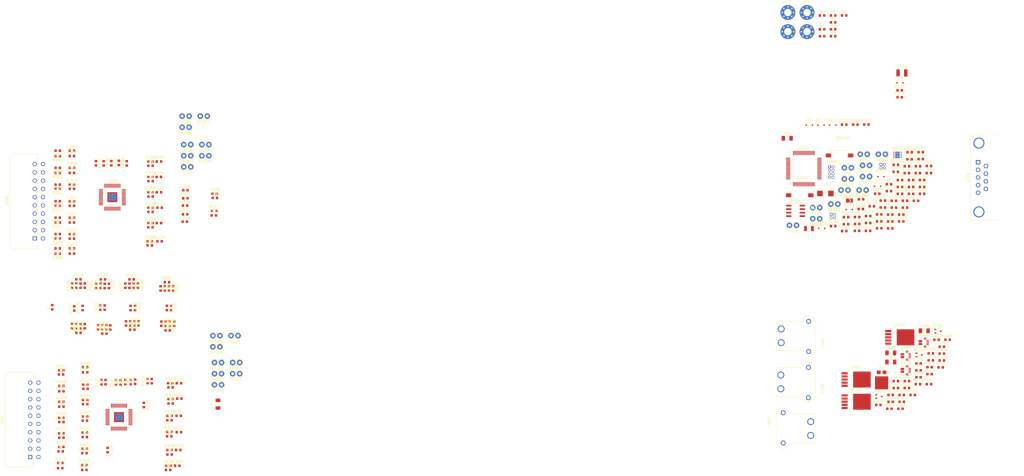
<source format=kicad_pcb>
(kicad_pcb (version 20171130) (host pcbnew "(5.1.5)-3")
  (layers (0 F.Cu mixed) (1 In1.Cu signal) (2 GND power) (31 B.Cu signal) (34 B.Paste user) (35 F.Paste user) (36 B.SilkS user) (37 F.SilkS user) (38 B.Mask user) (39 F.Mask user) (44 Edge.Cuts user))
  (net 0 "")
  (net 1 "Net-(C100-Pad1)")
  (net 2 GND)
  (net 3 "Net-(C101-Pad1)")
  (net 4 +3V3)
  (net 5 VDDA)
  (net 6 /MCU/~RESET)
  (net 7 /MCU/USR_BUTTON)
  (net 8 "/South(Master)_BQ/SOUTH_TAP_CELL5_FILT")
  (net 9 "/South(Master)_BQ/SOUTH_TAP_CELL6_FILT")
  (net 10 "/South(Master)_BQ/SOUTH_TAP_CELL4_FILT")
  (net 11 "/South(Master)_BQ/SOUTH_TAP_CELL3_FILT")
  (net 12 "/South(Master)_BQ/SOUTH_TAP_CELL2_FILT")
  (net 13 "/South(Master)_BQ/SOUTH_TAP_CELL1_FILT")
  (net 14 "/South(Master)_BQ/SOUTH_TAP_CELL0_FILT")
  (net 15 "/South(Master)_BQ/SOUTH_BAL_CELL6_FILT")
  (net 16 "/South(Master)_BQ/SOUTH_BAL_CELL5_FILT")
  (net 17 "/South(Master)_BQ/SOUTH_BAL_CELL4_FILT")
  (net 18 "/South(Master)_BQ/SOUTH_BAL_CELL3_FILT")
  (net 19 "/South(Master)_BQ/SOUTH_BAL_CELL2_FILT")
  (net 20 "/South(Master)_BQ/SOUTH_BAL_CELL1_FILT")
  (net 21 "/South(Master)_BQ/SOUTH_BAL_CELL0_FILT")
  (net 22 "Net-(C214-Pad2)")
  (net 23 "Net-(C214-Pad1)")
  (net 24 "Net-(C215-Pad2)")
  (net 25 "Net-(C215-Pad1)")
  (net 26 "/South(Master)_BQ/SOUTH_COMH_N")
  (net 27 "/South(Master)_BQ/SOUTH_FAULTH_N")
  (net 28 "Net-(C221-Pad1)")
  (net 29 "Net-(C221-Pad2)")
  (net 30 "Net-(C223-Pad2)")
  (net 31 "Net-(C223-Pad1)")
  (net 32 "Net-(C226-Pad1)")
  (net 33 "Net-(C228-Pad1)")
  (net 34 "Net-(C229-Pad1)")
  (net 35 "Net-(C230-Pad1)")
  (net 36 "Net-(C231-Pad1)")
  (net 37 "/South(Master)_BQ/SOUTH_LDOIN")
  (net 38 "/South(Master)_BQ/SOUTH_BAT")
  (net 39 "/South(Master)_BQ/SOUTH_THERM_FILT_1")
  (net 40 "/South(Master)_BQ/SOUTH_THERM_FILT_3")
  (net 41 "/South(Master)_BQ/SOUTH_THERM_FILT_5")
  (net 42 "/South(Master)_BQ/SOUTH_THERM_FILT_2")
  (net 43 "/South(Master)_BQ/SOUTH_THERM_FILT_4")
  (net 44 "/South(Master)_BQ/SOUTH_THERM_FILT_6")
  (net 45 /NORTH_BQ/NORTH_TAP_CELL5_FILT)
  (net 46 /NORTH_BQ/NORTH_TAP_CELL6_FILT)
  (net 47 /NORTH_BQ/NORTH_TAP_CELL4_FILT)
  (net 48 /NORTH_BQ/NORTH_TAP_CELL3_FILT)
  (net 49 "Net-(C303-Pad2)")
  (net 50 /NORTH_BQ/NORTH_TAP_CELL1_FILT)
  (net 51 /NORTH_BQ/NORTH_TAP_CELL0_FILT)
  (net 52 /NORTH_BQ/NORTH_BAL_CELL6_FILT)
  (net 53 /NORTH_BQ/NORTH_BAL_CELL5_FILT)
  (net 54 /NORTH_BQ/NORTH_BAL_CELL4_FILT)
  (net 55 /NORTH_BQ/NORTH_BAL_CELL3_FILT)
  (net 56 /NORTH_BQ/NORTH_BAL_CELL2_FILT)
  (net 57 /NORTH_BQ/NORTH_BAL_CELL1_FILT)
  (net 58 /NORTH_BQ/NORTH_BAL_CELL0_FILT)
  (net 59 /NORTH_BQ/NORTH_COMH_N)
  (net 60 "Net-(C315-Pad2)")
  (net 61 "Net-(C316-Pad2)")
  (net 62 "Net-(C319-Pad1)")
  (net 63 "Net-(C319-Pad2)")
  (net 64 /NORTH_BQ/NORTH_FAULTH_N)
  (net 65 "Net-(C321-Pad2)")
  (net 66 "Net-(C322-Pad2)")
  (net 67 "Net-(C324-Pad1)")
  (net 68 "Net-(C324-Pad2)")
  (net 69 /NORTH_BQ/NORTH_LDOIN)
  (net 70 /NORTH_BQ/NORTH_BAT)
  (net 71 "Net-(C328-Pad1)")
  (net 72 "Net-(C330-Pad1)")
  (net 73 "Net-(C331-Pad1)")
  (net 74 "Net-(C332-Pad1)")
  (net 75 /NORTH_BQ/NORTH_THERM_FILT_1)
  (net 76 /NORTH_BQ/NORTH_THERM_FILT_3)
  (net 77 /NORTH_BQ/NORTH_THERM_FILT_5)
  (net 78 /NORTH_BQ/NORTH_THERM_FILT_2)
  (net 79 /NORTH_BQ/NORTH_THERM_FILT_4)
  (net 80 /NORTH_BQ/NORTH_THERM_FILT_6)
  (net 81 /MCU/DIAGS_RX_N)
  (net 82 /MCU/DIAGS_TX_P)
  (net 83 /MCU/JTAG_TDI)
  (net 84 "Net-(J100-Pad4)")
  (net 85 /MCU/JTAG_TDO)
  (net 86 /MCU/JTAG_SWDIO\TMS)
  (net 87 /MCU/JTAG_SWDCLK\TCK)
  (net 88 /MCU/JTAG_NRST)
  (net 89 /MCU/CAN_H_P)
  (net 90 /MCU/CAN_L_N)
  (net 91 /MCU/CAN_SH)
  (net 92 "Net-(J102-Pad4)")
  (net 93 "Net-(Q400-Pad3)")
  (net 94 "Net-(Q401-Pad3)")
  (net 95 "Net-(Q402-Pad3)")
  (net 96 "Net-(H0-Pad1)")
  (net 97 "Net-(H1-Pad1)")
  (net 98 "Net-(H2-Pad1)")
  (net 99 "Net-(H3-Pad1)")
  (net 100 "Net-(D100-Pad2)")
  (net 101 /MCU/I_DIS_J)
  (net 102 /MCU/V_DIS_J)
  (net 103 /MCU/I_CHG_J)
  (net 104 /MCU/V_BATT_J)
  (net 105 /MCU/I_BATT_J)
  (net 106 /MCU/V_CHG_J)
  (net 107 /MCU/DIS_ON_J)
  (net 108 /MCU/CHG_ON_J)
  (net 109 /MCU/BATT_ON_J)
  (net 110 /MCU/~BMS_FAULT_J)
  (net 111 /MCU/BMS_WAKEUP_J)
  (net 112 "Net-(JP100-Pad2)")
  (net 113 /MCU/CHG_LED)
  (net 114 "Net-(D104-Pad2)")
  (net 115 /MCU/DIS_LED)
  (net 116 "Net-(D105-Pad2)")
  (net 117 /MCU/BATT_LED)
  (net 118 "Net-(D106-Pad2)")
  (net 119 /MCU/SM0)
  (net 120 "Net-(D107-Pad2)")
  (net 121 "Net-(D108-Pad2)")
  (net 122 /MCU/SM1)
  (net 123 "Net-(R123-Pad2)")
  (net 124 "/South(Master)_BQ/SOUTH_COMH_P")
  (net 125 "/South(Master)_BQ/SOUTH_FAULTH_P")
  (net 126 +BATT)
  (net 127 /NORTH_BQ/NORTH_COMH_P)
  (net 128 /NORTH_BQ/NORTH_FAULTH_P)
  (net 129 "Net-(R328-Pad1)")
  (net 130 "Net-(R328-Pad2)")
  (net 131 "Net-(R329-Pad1)")
  (net 132 /INPUT_OUTPUT/CHG_MSRD)
  (net 133 "Net-(R404-Pad1)")
  (net 134 "Net-(R405-Pad1)")
  (net 135 "Net-(R406-Pad1)")
  (net 136 "Net-(R407-Pad1)")
  (net 137 /INPUT_OUTPUT/DIS_MSRD)
  (net 138 "Net-(R416-Pad1)")
  (net 139 "Net-(R417-Pad1)")
  (net 140 /NORTH_BQ/NORTH_TAP_CELL2_FILT)
  (net 141 "Net-(U1-Pad34)")
  (net 142 "Net-(U1-Pad38)")
  (net 143 "Net-(U1-Pad40)")
  (net 144 "Net-(U1-Pad42)")
  (net 145 "Net-(U1-Pad47)")
  (net 146 "Net-(U100-Pad2)")
  (net 147 "Net-(U100-Pad3)")
  (net 148 "Net-(U100-Pad7)")
  (net 149 "Net-(U101-Pad2)")
  (net 150 /MCU/XTAL32_IN_P)
  (net 151 /MCU/XTAL32_OUT_N)
  (net 152 "Net-(U101-Pad8)")
  (net 153 "Net-(U101-Pad9)")
  (net 154 "Net-(U101-Pad10)")
  (net 155 "Net-(U101-Pad11)")
  (net 156 "Net-(U101-Pad14)")
  (net 157 "Net-(U101-Pad15)")
  (net 158 "Net-(U101-Pad16)")
  (net 159 "Net-(U101-Pad17)")
  (net 160 "Net-(U101-Pad20)")
  (net 161 "Net-(U101-Pad21)")
  (net 162 "Net-(U101-Pad22)")
  (net 163 "Net-(U101-Pad23)")
  (net 164 "Net-(U101-Pad26)")
  (net 165 "Net-(U101-Pad27)")
  (net 166 "Net-(U101-Pad28)")
  (net 167 "Net-(U101-Pad33)")
  (net 168 "Net-(U101-Pad34)")
  (net 169 "Net-(U101-Pad35)")
  (net 170 "Net-(U101-Pad36)")
  (net 171 "Net-(U101-Pad37)")
  (net 172 "Net-(U101-Pad38)")
  (net 173 "Net-(U101-Pad39)")
  (net 174 "Net-(U101-Pad40)")
  (net 175 "Net-(U101-Pad41)")
  (net 176 "Net-(U101-Pad42)")
  (net 177 "Net-(U101-Pad43)")
  (net 178 /MCU/CAN_RX_P)
  (net 179 /MCU/CAN_TX_N)
  (net 180 "Net-(U101-Pad51)")
  (net 181 "Net-(U101-Pad52)")
  (net 182 "Net-(U101-Pad53)")
  (net 183 "Net-(U101-Pad54)")
  (net 184 "Net-(U101-Pad57)")
  (net 185 "Net-(U101-Pad58)")
  (net 186 "Net-(U101-Pad59)")
  (net 187 "Net-(U101-Pad61)")
  (net 188 "Net-(U101-Pad62)")
  (net 189 /MCU/CAN_TX_P)
  (net 190 /MCU/CAN_RX_N)
  (net 191 "Net-(U102-Pad5)")
  (net 192 "Net-(U102-Pad8)")
  (net 193 "Net-(U200-Pad47)")
  (net 194 "Net-(U200-Pad38)")
  (net 195 "Net-(U200-Pad34)")
  (net 196 "Net-(U400-Pad10)")
  (net 197 "Net-(U400-Pad9)")
  (net 198 "Net-(U400-Pad7)")
  (net 199 "Net-(U400-Pad8)")
  (net 200 /INPUT_OUTPUT/CHG_RAW)
  (net 201 /INPUT_OUTPUT/BATT_RAW)
  (net 202 "Net-(U402-Pad8)")
  (net 203 "Net-(U402-Pad7)")
  (net 204 "Net-(U402-Pad9)")
  (net 205 "Net-(U402-Pad10)")
  (net 206 "Net-(U405-Pad10)")
  (net 207 "Net-(U405-Pad9)")
  (net 208 "Net-(U405-Pad7)")
  (net 209 "Net-(U405-Pad8)")
  (net 210 /INPUT_OUTPUT/DIS_RAW)
  (net 211 /INPUT_OUTPUT/MIXED_PWR_PLANE)
  (net 212 "Net-(F400-Pad1)")
  (net 213 "Net-(F401-Pad2)")
  (net 214 "Net-(F402-Pad1)")
  (net 215 "Net-(TP100-Pad1)")
  (net 216 /MCU/XTAL_IN_P)
  (net 217 GNDS)
  (net 218 /MCU/XTAL_OUT_N)
  (net 219 "Net-(R9-Pad2)")
  (net 220 "Net-(R10-Pad2)")
  (net 221 /MCU/STM32_RX_P)
  (net 222 /MCU/STM32_TX_N)
  (net 223 "Net-(J500-Pad20)")
  (net 224 "Net-(J501-Pad20)")
  (net 225 SOUTH_CELL_6)
  (net 226 SOUTH_CELL_5)
  (net 227 SOUTH_CELL_3)
  (net 228 SOUTH_CELL_2)
  (net 229 SOUTH_CELL_1)
  (net 230 SOUTH_CELL_0)
  (net 231 SOUTH_THERM1_P)
  (net 232 SOUTH_THERM1_N)
  (net 233 SOUTH_THERM2_N)
  (net 234 SOUTH_THERM3_N)
  (net 235 SOUTH_THERM4_N)
  (net 236 SOUTH_THERM5_N)
  (net 237 SOUTH_THERM6_N)
  (net 238 NORTH_THERM6_N)
  (net 239 NORTH_THERM1_P)
  (net 240 NORTH_THERM5_N)
  (net 241 NORTH_THERM4_N)
  (net 242 NORTH_THERM3_N)
  (net 243 NORTH_THERM2_N)
  (net 244 NORTH_THERM1_N)
  (net 245 NORTH_CELL_0)
  (net 246 NORTH_CELL_2)
  (net 247 NORTH_CELL_3)
  (net 248 NORTH_CELL_5)
  (net 249 NORTH_CELL_6)
  (net 250 "Net-(C115-Pad1)")
  (net 251 NORTH_COML_N)
  (net 252 NORTH_FAULTL_N)
  (net 253 SOUTH_COMN_N)
  (net 254 SOUTH_FAULTN_N)
  (net 255 I_CHG)
  (net 256 V_CHG)
  (net 257 I_DIS)
  (net 258 V_DIS)
  (net 259 I_BATT)
  (net 260 V_BATT)
  (net 261 "Net-(D2-Pad1)")
  (net 262 "Net-(D3-Pad2)")
  (net 263 "Net-(D110-Pad2)")
  (net 264 "Net-(D111-Pad2)")
  (net 265 "Net-(D112-Pad2)")
  (net 266 "Net-(D113-Pad1)")
  (net 267 "Net-(J104-Pad7)")
  (net 268 "Net-(J104-Pad8)")
  (net 269 CHG_ON)
  (net 270 DIS_ON)
  (net 271 BATT_ON)
  (net 272 STM32_RX)
  (net 273 STM32_TX)
  (net 274 ~BMS_FAULT)
  (net 275 BMS_WAKEUP)
  (net 276 NORTH_COML_P)
  (net 277 NORTH_FAULTL_P)
  (net 278 SOUTH_COMN_P)
  (net 279 SOUTH_FAULTN_P)
  (net 280 CHG_FAULT)
  (net 281 DIS_FAULT)
  (net 282 BATT_FAULT)
  (module Capacitor_SMD:C_0603_1608Metric (layer F.Cu) (at 40.729 43.4975)
    (fp_text reference C200 (at 0 -1.43) (layer F.SilkS))
    (fp_text value 0.47uF)
    (pad 1 smd roundrect (at -0.7875 0) (size 0.875 0.95) (layers F.Cu F.Paste F.Mask) (net 9 "/South(Master)_BQ/SOUTH_TAP_CELL6_FILT"))
    (pad 2 smd roundrect (at 0.7875 0) (size 0.875 0.95) (layers F.Cu F.Paste F.Mask) (net 8 "/South(Master)_BQ/SOUTH_TAP_CELL5_FILT"))
  )
  (module Capacitor_SMD:C_0603_1608Metric (layer F.Cu) (at 33.5915 98.3995 90)
    (fp_text reference C1 (at 0 -1.43 90) (layer F.SilkS))
    (fp_text value CXX)
    (pad 1 smd roundrect (at -0.7875 0 90) (size 0.875 0.95) (layers F.Cu F.Paste F.Mask) (net 2 GND))
    (pad 2 smd roundrect (at 0.7875 0 90) (size 0.875 0.95) (layers F.Cu F.Paste F.Mask) (net 217 GNDS))
  )
  (module Capacitor_SMD:C_0603_1608Metric (layer F.Cu) (at 341.982001 64.724001)
    (fp_text reference C100 (at 0 -1.43) (layer F.SilkS))
    (fp_text value 1uF)
    (pad 1 smd roundrect (at -0.7875 0) (size 0.875 0.95) (layers F.Cu F.Paste F.Mask) (net 1 "Net-(C100-Pad1)"))
    (pad 2 smd roundrect (at 0.7875 0) (size 0.875 0.95) (layers F.Cu F.Paste F.Mask) (net 2 GND))
  )
  (module Capacitor_SMD:C_0603_1608Metric (layer F.Cu) (at 347.322001 59.704001)
    (fp_text reference C101 (at 0 -1.43) (layer F.SilkS))
    (fp_text value 0.1uF)
    (pad 2 smd roundrect (at 0.7875 0) (size 0.875 0.95) (layers F.Cu F.Paste F.Mask) (net 2 GND))
    (pad 1 smd roundrect (at -0.7875 0) (size 0.875 0.95) (layers F.Cu F.Paste F.Mask) (net 3 "Net-(C101-Pad1)"))
  )
  (module Capacitor_SMD:C_0603_1608Metric (layer F.Cu) (at 343.312001 62.214001)
    (fp_text reference C102 (at 0 -1.43) (layer F.SilkS))
    (fp_text value 1uF)
    (pad 2 smd roundrect (at 0.7875 0) (size 0.875 0.95) (layers F.Cu F.Paste F.Mask) (net 2 GND))
    (pad 1 smd roundrect (at -0.7875 0) (size 0.875 0.95) (layers F.Cu F.Paste F.Mask) (net 4 +3V3))
  )
  (module Capacitor_SMD:C_0603_1608Metric (layer F.Cu) (at 337.972001 67.234001)
    (fp_text reference C103 (at 0 -1.43) (layer F.SilkS))
    (fp_text value 0.47uF)
    (pad 1 smd roundrect (at -0.7875 0) (size 0.875 0.95) (layers F.Cu F.Paste F.Mask) (net 4 +3V3))
    (pad 2 smd roundrect (at 0.7875 0) (size 0.875 0.95) (layers F.Cu F.Paste F.Mask) (net 2 GND))
  )
  (module Capacitor_SMD:C_0603_1608Metric (layer F.Cu) (at 333.962001 69.704001)
    (fp_text reference C104 (at 0 -1.43) (layer F.SilkS))
    (fp_text value 0.47uF)
    (pad 1 smd roundrect (at -0.7875 0) (size 0.875 0.95) (layers F.Cu F.Paste F.Mask) (net 4 +3V3))
    (pad 2 smd roundrect (at 0.7875 0) (size 0.875 0.95) (layers F.Cu F.Paste F.Mask) (net 2 GND))
  )
  (module Capacitor_SMD:C_0603_1608Metric (layer F.Cu) (at 337.972001 64.724001)
    (fp_text reference C105 (at 0 -1.43) (layer F.SilkS))
    (fp_text value 0.47uF)
    (pad 2 smd roundrect (at 0.7875 0) (size 0.875 0.95) (layers F.Cu F.Paste F.Mask) (net 2 GND))
    (pad 1 smd roundrect (at -0.7875 0) (size 0.875 0.95) (layers F.Cu F.Paste F.Mask) (net 4 +3V3))
  )
  (module Capacitor_SMD:C_0603_1608Metric (layer F.Cu) (at 349.532001 54.684001)
    (fp_text reference C106 (at 0 -1.43) (layer F.SilkS))
    (fp_text value 0.47uF)
    (pad 1 smd roundrect (at -0.7875 0) (size 0.875 0.95) (layers F.Cu F.Paste F.Mask) (net 4 +3V3))
    (pad 2 smd roundrect (at 0.7875 0) (size 0.875 0.95) (layers F.Cu F.Paste F.Mask) (net 2 GND))
  )
  (module Capacitor_SMD:C_0603_1608Metric (layer F.Cu) (at 345.522001 57.194001)
    (fp_text reference C107 (at 0 -1.43) (layer F.SilkS))
    (fp_text value 0.47uF)
    (pad 2 smd roundrect (at 0.7875 0) (size 0.875 0.95) (layers F.Cu F.Paste F.Mask) (net 2 GND))
    (pad 1 smd roundrect (at -0.7875 0) (size 0.875 0.95) (layers F.Cu F.Paste F.Mask) (net 5 VDDA))
  )
  (module Capacitor_SMD:C_0603_1608Metric (layer F.Cu) (at 345.522001 52.174001)
    (fp_text reference C108 (at 0 -1.43) (layer F.SilkS))
    (fp_text value 0.47uF)
    (pad 1 smd roundrect (at -0.7875 0) (size 0.875 0.95) (layers F.Cu F.Paste F.Mask) (net 6 /MCU/~RESET))
    (pad 2 smd roundrect (at 0.7875 0) (size 0.875 0.95) (layers F.Cu F.Paste F.Mask) (net 2 GND))
  )
  (module Capacitor_SMD:C_0603_1608Metric (layer F.Cu) (at 349.532001 52.174001)
    (fp_text reference C109 (at 0 -1.43) (layer F.SilkS))
    (fp_text value 0.47uF)
    (pad 2 smd roundrect (at 0.7875 0) (size 0.875 0.95) (layers F.Cu F.Paste F.Mask) (net 2 GND))
    (pad 1 smd roundrect (at -0.7875 0) (size 0.875 0.95) (layers F.Cu F.Paste F.Mask) (net 4 +3V3))
  )
  (module Capacitor_SMD:C_0603_1608Metric (layer F.Cu) (at 339.302001 62.214001)
    (fp_text reference C110 (at 0 -1.43) (layer F.SilkS))
    (fp_text value 2200pF)
    (pad 1 smd roundrect (at -0.7875 0) (size 0.875 0.95) (layers F.Cu F.Paste F.Mask) (net 4 +3V3))
    (pad 2 smd roundrect (at 0.7875 0) (size 0.875 0.95) (layers F.Cu F.Paste F.Mask) (net 2 GND))
  )
  (module Capacitor_SMD:C_0603_1608Metric (layer F.Cu) (at 335.292001 62.174001)
    (fp_text reference C111 (at 0 -1.43) (layer F.SilkS))
    (fp_text value 7pF)
    (pad 1 smd roundrect (at -0.7875 0) (size 0.875 0.95) (layers F.Cu F.Paste F.Mask) (net 150 /MCU/XTAL32_IN_P))
    (pad 2 smd roundrect (at 0.7875 0) (size 0.875 0.95) (layers F.Cu F.Paste F.Mask) (net 2 GND))
  )
  (module Capacitor_SMD:C_0603_1608Metric (layer F.Cu) (at 333.962001 67.194001)
    (fp_text reference C112 (at 0 -1.43) (layer F.SilkS))
    (fp_text value 7pF)
    (pad 2 smd roundrect (at 0.7875 0) (size 0.875 0.95) (layers F.Cu F.Paste F.Mask) (net 2 GND))
    (pad 1 smd roundrect (at -0.7875 0) (size 0.875 0.95) (layers F.Cu F.Paste F.Mask) (net 151 /MCU/XTAL32_OUT_N))
  )
  (module Capacitor_SMD:C_0603_1608Metric (layer F.Cu) (at 352.012001 49.664001)
    (fp_text reference C113 (at 0 -1.43) (layer F.SilkS))
    (fp_text value 8pF)
    (pad 2 smd roundrect (at 0.7875 0) (size 0.875 0.95) (layers F.Cu F.Paste F.Mask) (net 2 GND))
    (pad 1 smd roundrect (at -0.7875 0) (size 0.875 0.95) (layers F.Cu F.Paste F.Mask) (net 216 /MCU/XTAL_IN_P))
  )
  (module Capacitor_SMD:C_0603_1608Metric (layer F.Cu) (at 352.052001 47.074001)
    (fp_text reference C114 (at 0 -1.43) (layer F.SilkS))
    (fp_text value 8pF)
    (pad 1 smd roundrect (at -0.7875 0) (size 0.875 0.95) (layers F.Cu F.Paste F.Mask) (net 218 /MCU/XTAL_OUT_N))
    (pad 2 smd roundrect (at 0.7875 0) (size 0.875 0.95) (layers F.Cu F.Paste F.Mask) (net 2 GND))
  )
  (module Capacitor_SMD:C_0603_1608Metric (layer F.Cu) (at 345.522001 54.684001)
    (fp_text reference C116 (at 0 -1.43) (layer F.SilkS))
    (fp_text value 0.47uF)
    (pad 1 smd roundrect (at -0.7875 0) (size 0.875 0.95) (layers F.Cu F.Paste F.Mask) (net 7 /MCU/USR_BUTTON))
    (pad 2 smd roundrect (at 0.7875 0) (size 0.875 0.95) (layers F.Cu F.Paste F.Mask) (net 2 GND))
  )
  (module Capacitor_SMD:C_0603_1608Metric (layer F.Cu) (at 40.729 49.5935)
    (fp_text reference C201 (at 0 -1.43) (layer F.SilkS))
    (fp_text value 0.47uF)
    (pad 2 smd roundrect (at 0.7875 0) (size 0.875 0.95) (layers F.Cu F.Paste F.Mask) (net 10 "/South(Master)_BQ/SOUTH_TAP_CELL4_FILT"))
    (pad 1 smd roundrect (at -0.7875 0) (size 0.875 0.95) (layers F.Cu F.Paste F.Mask) (net 8 "/South(Master)_BQ/SOUTH_TAP_CELL5_FILT"))
  )
  (module Capacitor_SMD:C_0603_1608Metric (layer F.Cu) (at 40.729 55.372)
    (fp_text reference C202 (at 0 -1.43) (layer F.SilkS))
    (fp_text value 0.47uF)
    (pad 2 smd roundrect (at 0.7875 0) (size 0.875 0.95) (layers F.Cu F.Paste F.Mask) (net 11 "/South(Master)_BQ/SOUTH_TAP_CELL3_FILT"))
    (pad 1 smd roundrect (at -0.7875 0) (size 0.875 0.95) (layers F.Cu F.Paste F.Mask) (net 10 "/South(Master)_BQ/SOUTH_TAP_CELL4_FILT"))
  )
  (module Capacitor_SMD:C_0603_1608Metric (layer F.Cu) (at 40.729 61.5315)
    (fp_text reference C203 (at 0 -1.43) (layer F.SilkS))
    (fp_text value 0.47uF)
    (pad 2 smd roundrect (at 0.7875 0) (size 0.875 0.95) (layers F.Cu F.Paste F.Mask) (net 12 "/South(Master)_BQ/SOUTH_TAP_CELL2_FILT"))
    (pad 1 smd roundrect (at -0.7875 0) (size 0.875 0.95) (layers F.Cu F.Paste F.Mask) (net 11 "/South(Master)_BQ/SOUTH_TAP_CELL3_FILT"))
  )
  (module Capacitor_SMD:C_0603_1608Metric (layer F.Cu) (at 40.729 67.6275)
    (fp_text reference C204 (at 0 -1.43) (layer F.SilkS))
    (fp_text value 0.47uF)
    (pad 1 smd roundrect (at -0.7875 0) (size 0.875 0.95) (layers F.Cu F.Paste F.Mask) (net 12 "/South(Master)_BQ/SOUTH_TAP_CELL2_FILT"))
    (pad 2 smd roundrect (at 0.7875 0) (size 0.875 0.95) (layers F.Cu F.Paste F.Mask) (net 13 "/South(Master)_BQ/SOUTH_TAP_CELL1_FILT"))
  )
  (module Capacitor_SMD:C_0603_1608Metric (layer F.Cu) (at 40.729 73.4695)
    (fp_text reference C205 (at 0 -1.43) (layer F.SilkS))
    (fp_text value 0.47uF)
    (pad 1 smd roundrect (at -0.7875 0) (size 0.875 0.95) (layers F.Cu F.Paste F.Mask) (net 13 "/South(Master)_BQ/SOUTH_TAP_CELL1_FILT"))
    (pad 2 smd roundrect (at 0.7875 0) (size 0.875 0.95) (layers F.Cu F.Paste F.Mask) (net 14 "/South(Master)_BQ/SOUTH_TAP_CELL0_FILT"))
  )
  (module Capacitor_SMD:C_0603_1608Metric (layer F.Cu) (at 40.729 78.9225)
    (fp_text reference C206 (at 0 -1.43) (layer F.SilkS))
    (fp_text value 0.47uF)
    (pad 2 smd roundrect (at 0.7875 0) (size 0.875 0.95) (layers F.Cu F.Paste F.Mask) (net 2 GND))
    (pad 1 smd roundrect (at -0.7875 0) (size 0.875 0.95) (layers F.Cu F.Paste F.Mask) (net 14 "/South(Master)_BQ/SOUTH_TAP_CELL0_FILT"))
  )
  (module Capacitor_SMD:C_0603_1608Metric (layer F.Cu) (at 40.729 41.529)
    (fp_text reference C207 (at 0 -1.43) (layer F.SilkS))
    (fp_text value 0.47uF)
    (pad 2 smd roundrect (at 0.7875 0) (size 0.875 0.95) (layers F.Cu F.Paste F.Mask) (net 16 "/South(Master)_BQ/SOUTH_BAL_CELL5_FILT"))
    (pad 1 smd roundrect (at -0.7875 0) (size 0.875 0.95) (layers F.Cu F.Paste F.Mask) (net 15 "/South(Master)_BQ/SOUTH_BAL_CELL6_FILT"))
  )
  (module Capacitor_SMD:C_0603_1608Metric (layer F.Cu) (at 40.729 47.752)
    (fp_text reference C208 (at 0 -1.43) (layer F.SilkS))
    (fp_text value 0.47uF)
    (pad 2 smd roundrect (at 0.7875 0) (size 0.875 0.95) (layers F.Cu F.Paste F.Mask) (net 17 "/South(Master)_BQ/SOUTH_BAL_CELL4_FILT"))
    (pad 1 smd roundrect (at -0.7875 0) (size 0.875 0.95) (layers F.Cu F.Paste F.Mask) (net 16 "/South(Master)_BQ/SOUTH_BAL_CELL5_FILT"))
  )
  (module Capacitor_SMD:C_0603_1608Metric (layer F.Cu) (at 40.729 53.848)
    (fp_text reference C209 (at 0 -1.43) (layer F.SilkS))
    (fp_text value 0.47uF)
    (pad 2 smd roundrect (at 0.7875 0) (size 0.875 0.95) (layers F.Cu F.Paste F.Mask) (net 18 "/South(Master)_BQ/SOUTH_BAL_CELL3_FILT"))
    (pad 1 smd roundrect (at -0.7875 0) (size 0.875 0.95) (layers F.Cu F.Paste F.Mask) (net 17 "/South(Master)_BQ/SOUTH_BAL_CELL4_FILT"))
  )
  (module Capacitor_SMD:C_0603_1608Metric (layer F.Cu) (at 40.729 59.8805)
    (fp_text reference C210 (at 0 -1.43) (layer F.SilkS))
    (fp_text value 0.47uF)
    (pad 1 smd roundrect (at -0.7875 0) (size 0.875 0.95) (layers F.Cu F.Paste F.Mask) (net 18 "/South(Master)_BQ/SOUTH_BAL_CELL3_FILT"))
    (pad 2 smd roundrect (at 0.7875 0) (size 0.875 0.95) (layers F.Cu F.Paste F.Mask) (net 19 "/South(Master)_BQ/SOUTH_BAL_CELL2_FILT"))
  )
  (module Capacitor_SMD:C_0603_1608Metric (layer F.Cu) (at 40.729 65.8495)
    (fp_text reference C211 (at 0 -1.43) (layer F.SilkS))
    (fp_text value 0.47uF)
    (pad 2 smd roundrect (at 0.7875 0) (size 0.875 0.95) (layers F.Cu F.Paste F.Mask) (net 20 "/South(Master)_BQ/SOUTH_BAL_CELL1_FILT"))
    (pad 1 smd roundrect (at -0.7875 0) (size 0.875 0.95) (layers F.Cu F.Paste F.Mask) (net 19 "/South(Master)_BQ/SOUTH_BAL_CELL2_FILT"))
  )
  (module Capacitor_SMD:C_0603_1608Metric (layer F.Cu) (at 40.729 71.8185)
    (fp_text reference C212 (at 0 -1.43) (layer F.SilkS))
    (fp_text value 0.47uF)
    (pad 1 smd roundrect (at -0.7875 0) (size 0.875 0.95) (layers F.Cu F.Paste F.Mask) (net 20 "/South(Master)_BQ/SOUTH_BAL_CELL1_FILT"))
    (pad 2 smd roundrect (at 0.7875 0) (size 0.875 0.95) (layers F.Cu F.Paste F.Mask) (net 21 "/South(Master)_BQ/SOUTH_BAL_CELL0_FILT"))
  )
  (module Capacitor_SMD:C_0603_1608Metric (layer F.Cu) (at 40.729 77.0175)
    (fp_text reference C213 (at 0 -1.43) (layer F.SilkS))
    (fp_text value 0.47uF)
    (pad 1 smd roundrect (at -0.7875 0) (size 0.875 0.95) (layers F.Cu F.Paste F.Mask) (net 21 "/South(Master)_BQ/SOUTH_BAL_CELL0_FILT"))
    (pad 2 smd roundrect (at 0.7875 0) (size 0.875 0.95) (layers F.Cu F.Paste F.Mask) (net 2 GND))
  )
  (module Capacitor_SMD:C_0603_1608Metric (layer F.Cu) (at 41.5925 98.8315 90)
    (fp_text reference C214 (at 0 -1.43 90) (layer F.SilkS))
    (fp_text value 2200pF)
    (pad 1 smd roundrect (at -0.7875 0 90) (size 0.875 0.95) (layers F.Cu F.Paste F.Mask) (net 23 "Net-(C214-Pad1)"))
    (pad 2 smd roundrect (at 0.7875 0 90) (size 0.875 0.95) (layers F.Cu F.Paste F.Mask) (net 22 "Net-(C214-Pad2)"))
  )
  (module Capacitor_SMD:C_0603_1608Metric (layer F.Cu) (at 44.6405 98.679 90)
    (fp_text reference C215 (at 0 -1.43 90) (layer F.SilkS))
    (fp_text value 2200pF)
    (pad 2 smd roundrect (at 0.7875 0 90) (size 0.875 0.95) (layers F.Cu F.Paste F.Mask) (net 24 "Net-(C215-Pad2)"))
    (pad 1 smd roundrect (at -0.7875 0 90) (size 0.875 0.95) (layers F.Cu F.Paste F.Mask) (net 25 "Net-(C215-Pad1)"))
  )
  (module Capacitor_SMD:C_0603_1608Metric (layer F.Cu) (at 40.8305 90.5765 90)
    (fp_text reference C216 (at 0 -1.43 90) (layer F.SilkS))
    (fp_text value 51pF)
    (pad 2 smd roundrect (at 0.7875 0 90) (size 0.875 0.95) (layers F.Cu F.Paste F.Mask) (net 26 "/South(Master)_BQ/SOUTH_COMH_N"))
    (pad 1 smd roundrect (at -0.7875 0 90) (size 0.875 0.95) (layers F.Cu F.Paste F.Mask) (net 2 GND))
  )
  (module Capacitor_SMD:C_0603_1608Metric (layer F.Cu) (at 45.4025 90.551 270)
    (fp_text reference C217 (at 0 -1.43 90) (layer F.SilkS))
    (fp_text value 51pF)
    (pad 1 smd roundrect (at -0.7875 0 270) (size 0.875 0.95) (layers F.Cu F.Paste F.Mask) (net 2 GND))
    (pad 2 smd roundrect (at 0.7875 0 270) (size 0.875 0.95) (layers F.Cu F.Paste F.Mask) (net 22 "Net-(C214-Pad2)"))
  )
  (module Capacitor_SMD:C_0603_1608Metric (layer F.Cu) (at 45.4025 105.283 90)
    (fp_text reference C218 (at 0 -1.43 90) (layer F.SilkS))
    (fp_text value 51pF)
    (pad 1 smd roundrect (at -0.7875 0 90) (size 0.875 0.95) (layers F.Cu F.Paste F.Mask) (net 217 GNDS))
    (pad 2 smd roundrect (at 0.7875 0 90) (size 0.875 0.95) (layers F.Cu F.Paste F.Mask) (net 23 "Net-(C214-Pad1)"))
  )
  (module Capacitor_SMD:C_0603_1608Metric (layer F.Cu) (at 40.8305 105.283 270)
    (fp_text reference C219 (at 0 -1.43 90) (layer F.SilkS))
    (fp_text value 51pF)
    (pad 1 smd roundrect (at -0.7875 0 270) (size 0.875 0.95) (layers F.Cu F.Paste F.Mask) (net 217 GNDS))
    (pad 2 smd roundrect (at 0.7875 0 270) (size 0.875 0.95) (layers F.Cu F.Paste F.Mask) (net 251 NORTH_COML_N))
  )
  (module Capacitor_SMD:C_0603_1608Metric (layer F.Cu) (at 49.4665 90.6525 90)
    (fp_text reference C220 (at 0 -1.43 90) (layer F.SilkS))
    (fp_text value 51pF)
    (pad 2 smd roundrect (at 0.7875 0 90) (size 0.875 0.95) (layers F.Cu F.Paste F.Mask) (net 27 "/South(Master)_BQ/SOUTH_FAULTH_N"))
    (pad 1 smd roundrect (at -0.7875 0 90) (size 0.875 0.95) (layers F.Cu F.Paste F.Mask) (net 2 GND))
  )
  (module Capacitor_SMD:C_0603_1608Metric (layer F.Cu) (at 50.9905 98.5265 90)
    (fp_text reference C221 (at 0 -1.43 90) (layer F.SilkS))
    (fp_text value 2200pF)
    (pad 1 smd roundrect (at -0.7875 0 90) (size 0.875 0.95) (layers F.Cu F.Paste F.Mask) (net 28 "Net-(C221-Pad1)"))
    (pad 2 smd roundrect (at 0.7875 0 90) (size 0.875 0.95) (layers F.Cu F.Paste F.Mask) (net 29 "Net-(C221-Pad2)"))
  )
  (module Capacitor_SMD:C_0603_1608Metric (layer F.Cu) (at 54.1655 90.6525 270)
    (fp_text reference C222 (at 0 -1.43 90) (layer F.SilkS))
    (fp_text value 51pF)
    (pad 2 smd roundrect (at 0.7875 0 270) (size 0.875 0.95) (layers F.Cu F.Paste F.Mask) (net 29 "Net-(C221-Pad2)"))
    (pad 1 smd roundrect (at -0.7875 0 270) (size 0.875 0.95) (layers F.Cu F.Paste F.Mask) (net 2 GND))
  )
  (module Capacitor_SMD:C_0603_1608Metric (layer F.Cu) (at 52.6415 98.5265 90)
    (fp_text reference C223 (at 0 -1.43 90) (layer F.SilkS))
    (fp_text value 2200pF)
    (pad 2 smd roundrect (at 0.7875 0 90) (size 0.875 0.95) (layers F.Cu F.Paste F.Mask) (net 30 "Net-(C223-Pad2)"))
    (pad 1 smd roundrect (at -0.7875 0 90) (size 0.875 0.95) (layers F.Cu F.Paste F.Mask) (net 31 "Net-(C223-Pad1)"))
  )
  (module Capacitor_SMD:C_0603_1608Metric (layer F.Cu) (at 54.6735 105.7655 90)
    (fp_text reference C224 (at 0 -1.43 90) (layer F.SilkS))
    (fp_text value 51pF)
    (pad 2 smd roundrect (at 0.7875 0 90) (size 0.875 0.95) (layers F.Cu F.Paste F.Mask) (net 28 "Net-(C221-Pad1)"))
    (pad 1 smd roundrect (at -0.7875 0 90) (size 0.875 0.95) (layers F.Cu F.Paste F.Mask) (net 217 GNDS))
  )
  (module Capacitor_SMD:C_0603_1608Metric (layer F.Cu) (at 50.2285 105.664 270)
    (fp_text reference C225 (at 0 -1.43 90) (layer F.SilkS))
    (fp_text value 51pF)
    (pad 1 smd roundrect (at -0.7875 0 270) (size 0.875 0.95) (layers F.Cu F.Paste F.Mask) (net 217 GNDS))
    (pad 2 smd roundrect (at 0.7875 0 270) (size 0.875 0.95) (layers F.Cu F.Paste F.Mask) (net 252 NORTH_FAULTL_N))
  )
  (module Capacitor_SMD:C_0603_1608Metric (layer F.Cu) (at 81.9785 55.88)
    (fp_text reference C226 (at 0 -1.43) (layer F.SilkS))
    (fp_text value 2.2uF)
    (pad 2 smd roundrect (at 0.7875 0) (size 0.875 0.95) (layers F.Cu F.Paste F.Mask) (net 2 GND))
    (pad 1 smd roundrect (at -0.7875 0) (size 0.875 0.95) (layers F.Cu F.Paste F.Mask) (net 32 "Net-(C226-Pad1)"))
  )
  (module Capacitor_SMD:C_0603_1608Metric (layer F.Cu) (at 81.953 58.801)
    (fp_text reference C227 (at 0 -1.43) (layer F.SilkS))
    (fp_text value 2.2uF)
    (pad 1 smd roundrect (at -0.7875 0) (size 0.875 0.95) (layers F.Cu F.Paste F.Mask) (net 32 "Net-(C226-Pad1)"))
    (pad 2 smd roundrect (at 0.7875 0) (size 0.875 0.95) (layers F.Cu F.Paste F.Mask) (net 2 GND))
  )
  (module Capacitor_SMD:C_0603_1608Metric (layer F.Cu) (at 81.8515 61.468)
    (fp_text reference C228 (at 0 -1.43) (layer F.SilkS))
    (fp_text value 2.2uF)
    (pad 1 smd roundrect (at -0.7875 0) (size 0.875 0.95) (layers F.Cu F.Paste F.Mask) (net 33 "Net-(C228-Pad1)"))
    (pad 2 smd roundrect (at 0.7875 0) (size 0.875 0.95) (layers F.Cu F.Paste F.Mask) (net 2 GND))
  )
  (module Capacitor_SMD:C_0603_1608Metric (layer F.Cu) (at 81.877 64.643)
    (fp_text reference C229 (at 0 -1.43) (layer F.SilkS))
    (fp_text value 2.2uF)
    (pad 2 smd roundrect (at 0.7875 0) (size 0.875 0.95) (layers F.Cu F.Paste F.Mask) (net 2 GND))
    (pad 1 smd roundrect (at -0.7875 0) (size 0.875 0.95) (layers F.Cu F.Paste F.Mask) (net 34 "Net-(C229-Pad1)"))
  )
  (module Capacitor_SMD:C_0603_1608Metric (layer F.Cu) (at 81.75 67.31)
    (fp_text reference C230 (at 0 -1.43) (layer F.SilkS))
    (fp_text value 2.2uF)
    (pad 2 smd roundrect (at 0.7875 0) (size 0.875 0.95) (layers F.Cu F.Paste F.Mask) (net 2 GND))
    (pad 1 smd roundrect (at -0.7875 0) (size 0.875 0.95) (layers F.Cu F.Paste F.Mask) (net 35 "Net-(C230-Pad1)"))
  )
  (module Capacitor_SMD:C_0603_1608Metric (layer F.Cu) (at 60.6425 46.1265 90)
    (fp_text reference C231 (at 0 -1.43 90) (layer F.SilkS))
    (fp_text value 2.2uF)
    (pad 1 smd roundrect (at -0.7875 0 90) (size 0.875 0.95) (layers F.Cu F.Paste F.Mask) (net 36 "Net-(C231-Pad1)"))
    (pad 2 smd roundrect (at 0.7875 0 90) (size 0.875 0.95) (layers F.Cu F.Paste F.Mask) (net 2 GND))
  )
  (module Capacitor_SMD:C_0603_1608Metric (layer F.Cu) (at 92.6465 58.674)
    (fp_text reference C232 (at 0 -1.43) (layer F.SilkS))
    (fp_text value 0.33uF)
    (pad 2 smd roundrect (at 0.7875 0) (size 0.875 0.95) (layers F.Cu F.Paste F.Mask) (net 2 GND))
    (pad 1 smd roundrect (at -0.7875 0) (size 0.875 0.95) (layers F.Cu F.Paste F.Mask) (net 37 "/South(Master)_BQ/SOUTH_LDOIN"))
  )
  (module Capacitor_SMD:C_0603_1608Metric (layer F.Cu) (at 92.291 65.024)
    (fp_text reference C233 (at 0 -1.43) (layer F.SilkS))
    (fp_text value 0.33uF)
    (pad 1 smd roundrect (at -0.7875 0) (size 0.875 0.95) (layers F.Cu F.Paste F.Mask) (net 38 "/South(Master)_BQ/SOUTH_BAT"))
    (pad 2 smd roundrect (at 0.7875 0) (size 0.875 0.95) (layers F.Cu F.Paste F.Mask) (net 2 GND))
  )
  (module Capacitor_SMD:C_0603_1608Metric (layer F.Cu) (at 69.0245 75.946)
    (fp_text reference C234 (at 0 -1.43) (layer F.SilkS))
    (fp_text value 0.47uF)
    (pad 2 smd roundrect (at 0.7875 0) (size 0.875 0.95) (layers F.Cu F.Paste F.Mask) (net 2 GND))
    (pad 1 smd roundrect (at -0.7875 0) (size 0.875 0.95) (layers F.Cu F.Paste F.Mask) (net 39 "/South(Master)_BQ/SOUTH_THERM_FILT_1"))
  )
  (module Capacitor_SMD:C_0603_1608Metric (layer F.Cu) (at 69.304 63.754)
    (fp_text reference C235 (at 0 -1.43) (layer F.SilkS))
    (fp_text value 0.47uF)
    (pad 2 smd roundrect (at 0.7875 0) (size 0.875 0.95) (layers F.Cu F.Paste F.Mask) (net 2 GND))
    (pad 1 smd roundrect (at -0.7875 0) (size 0.875 0.95) (layers F.Cu F.Paste F.Mask) (net 40 "/South(Master)_BQ/SOUTH_THERM_FILT_3"))
  )
  (module Capacitor_SMD:C_0603_1608Metric (layer F.Cu) (at 69.304 52.578)
    (fp_text reference C236 (at 0 -1.43) (layer F.SilkS))
    (fp_text value 0.47uF)
    (pad 2 smd roundrect (at 0.7875 0) (size 0.875 0.95) (layers F.Cu F.Paste F.Mask) (net 2 GND))
    (pad 1 smd roundrect (at -0.7875 0) (size 0.875 0.95) (layers F.Cu F.Paste F.Mask) (net 41 "/South(Master)_BQ/SOUTH_THERM_FILT_5"))
  )
  (module Capacitor_SMD:C_0603_1608Metric (layer F.Cu) (at 69.253 69.342)
    (fp_text reference C237 (at 0 -1.43) (layer F.SilkS))
    (fp_text value 0.47uF)
    (pad 1 smd roundrect (at -0.7875 0) (size 0.875 0.95) (layers F.Cu F.Paste F.Mask) (net 42 "/South(Master)_BQ/SOUTH_THERM_FILT_2"))
    (pad 2 smd roundrect (at 0.7875 0) (size 0.875 0.95) (layers F.Cu F.Paste F.Mask) (net 2 GND))
  )
  (module Capacitor_SMD:C_0603_1608Metric (layer F.Cu) (at 69.304 58.166)
    (fp_text reference C238 (at 0 -1.43) (layer F.SilkS))
    (fp_text value 0.47uF)
    (pad 1 smd roundrect (at -0.7875 0) (size 0.875 0.95) (layers F.Cu F.Paste F.Mask) (net 43 "/South(Master)_BQ/SOUTH_THERM_FILT_4"))
    (pad 2 smd roundrect (at 0.7875 0) (size 0.875 0.95) (layers F.Cu F.Paste F.Mask) (net 2 GND))
  )
  (module Capacitor_SMD:C_0603_1608Metric (layer F.Cu) (at 69.2785 46.99)
    (fp_text reference C239 (at 0 -1.43) (layer F.SilkS))
    (fp_text value 0.47uF)
    (pad 1 smd roundrect (at -0.7875 0) (size 0.875 0.95) (layers F.Cu F.Paste F.Mask) (net 44 "/South(Master)_BQ/SOUTH_THERM_FILT_6"))
    (pad 2 smd roundrect (at 0.7875 0) (size 0.875 0.95) (layers F.Cu F.Paste F.Mask) (net 2 GND))
  )
  (module Capacitor_SMD:C_0603_1608Metric (layer F.Cu) (at 45.555 122.047)
    (fp_text reference C300 (at 0 -1.43) (layer F.SilkS))
    (fp_text value 0.47uF)
    (pad 1 smd roundrect (at -0.7875 0) (size 0.875 0.95) (layers F.Cu F.Paste F.Mask) (net 46 /NORTH_BQ/NORTH_TAP_CELL6_FILT))
    (pad 2 smd roundrect (at 0.7875 0) (size 0.875 0.95) (layers F.Cu F.Paste F.Mask) (net 45 /NORTH_BQ/NORTH_TAP_CELL5_FILT))
  )
  (module Capacitor_SMD:C_0603_1608Metric (layer F.Cu) (at 45.682 128.016)
    (fp_text reference C301 (at 0 -1.43) (layer F.SilkS))
    (fp_text value 0.47uF)
    (pad 2 smd roundrect (at 0.7875 0) (size 0.875 0.95) (layers F.Cu F.Paste F.Mask) (net 47 /NORTH_BQ/NORTH_TAP_CELL4_FILT))
    (pad 1 smd roundrect (at -0.7875 0) (size 0.875 0.95) (layers F.Cu F.Paste F.Mask) (net 45 /NORTH_BQ/NORTH_TAP_CELL5_FILT))
  )
  (module Capacitor_SMD:C_0603_1608Metric (layer F.Cu) (at 45.555 133.604)
    (fp_text reference C302 (at 0 -1.43) (layer F.SilkS))
    (fp_text value 0.47uF)
    (pad 1 smd roundrect (at -0.7875 0) (size 0.875 0.95) (layers F.Cu F.Paste F.Mask) (net 47 /NORTH_BQ/NORTH_TAP_CELL4_FILT))
    (pad 2 smd roundrect (at 0.7875 0) (size 0.875 0.95) (layers F.Cu F.Paste F.Mask) (net 48 /NORTH_BQ/NORTH_TAP_CELL3_FILT))
  )
  (module Capacitor_SMD:C_0603_1608Metric (layer F.Cu) (at 45.428 139.573)
    (fp_text reference C303 (at 0 -1.43) (layer F.SilkS))
    (fp_text value 0.47uF)
    (pad 2 smd roundrect (at 0.7875 0) (size 0.875 0.95) (layers F.Cu F.Paste F.Mask) (net 49 "Net-(C303-Pad2)"))
    (pad 1 smd roundrect (at -0.7875 0) (size 0.875 0.95) (layers F.Cu F.Paste F.Mask) (net 48 /NORTH_BQ/NORTH_TAP_CELL3_FILT))
  )
  (module Capacitor_SMD:C_0603_1608Metric (layer F.Cu) (at 45.428 145.542)
    (fp_text reference C304 (at 0 -1.43) (layer F.SilkS))
    (fp_text value 0.47uF)
    (pad 2 smd roundrect (at 0.7875 0) (size 0.875 0.95) (layers F.Cu F.Paste F.Mask) (net 50 /NORTH_BQ/NORTH_TAP_CELL1_FILT))
    (pad 1 smd roundrect (at -0.7875 0) (size 0.875 0.95) (layers F.Cu F.Paste F.Mask) (net 49 "Net-(C303-Pad2)"))
  )
  (module Capacitor_SMD:C_0603_1608Metric (layer F.Cu) (at 45.301 151.384)
    (fp_text reference C305 (at 0 -1.43) (layer F.SilkS))
    (fp_text value 0.47uF)
    (pad 2 smd roundrect (at 0.7875 0) (size 0.875 0.95) (layers F.Cu F.Paste F.Mask) (net 51 /NORTH_BQ/NORTH_TAP_CELL0_FILT))
    (pad 1 smd roundrect (at -0.7875 0) (size 0.875 0.95) (layers F.Cu F.Paste F.Mask) (net 50 /NORTH_BQ/NORTH_TAP_CELL1_FILT))
  )
  (module Capacitor_SMD:C_0603_1608Metric (layer F.Cu) (at 45.2755 157.48)
    (fp_text reference C306 (at 0 -1.43) (layer F.SilkS))
    (fp_text value 0.47uF)
    (pad 1 smd roundrect (at -0.7875 0) (size 0.875 0.95) (layers F.Cu F.Paste F.Mask) (net 51 /NORTH_BQ/NORTH_TAP_CELL0_FILT))
    (pad 2 smd roundrect (at 0.7875 0) (size 0.875 0.95) (layers F.Cu F.Paste F.Mask) (net 217 GNDS))
  )
  (module Capacitor_SMD:C_0603_1608Metric (layer F.Cu) (at 36.792 122.809)
    (fp_text reference C307 (at 0 -1.43) (layer F.SilkS))
    (fp_text value 0.47uF)
    (pad 2 smd roundrect (at 0.7875 0) (size 0.875 0.95) (layers F.Cu F.Paste F.Mask) (net 53 /NORTH_BQ/NORTH_BAL_CELL5_FILT))
    (pad 1 smd roundrect (at -0.7875 0) (size 0.875 0.95) (layers F.Cu F.Paste F.Mask) (net 52 /NORTH_BQ/NORTH_BAL_CELL6_FILT))
  )
  (module Capacitor_SMD:C_0603_1608Metric (layer F.Cu) (at 36.919 128.905)
    (fp_text reference C308 (at 0 -1.43) (layer F.SilkS))
    (fp_text value 0.47uF)
    (pad 1 smd roundrect (at -0.7875 0) (size 0.875 0.95) (layers F.Cu F.Paste F.Mask) (net 53 /NORTH_BQ/NORTH_BAL_CELL5_FILT))
    (pad 2 smd roundrect (at 0.7875 0) (size 0.875 0.95) (layers F.Cu F.Paste F.Mask) (net 54 /NORTH_BQ/NORTH_BAL_CELL4_FILT))
  )
  (module Capacitor_SMD:C_0603_1608Metric (layer F.Cu) (at 36.919 134.493)
    (fp_text reference C309 (at 0 -1.43) (layer F.SilkS))
    (fp_text value 0.47uF)
    (pad 2 smd roundrect (at 0.7875 0) (size 0.875 0.95) (layers F.Cu F.Paste F.Mask) (net 55 /NORTH_BQ/NORTH_BAL_CELL3_FILT))
    (pad 1 smd roundrect (at -0.7875 0) (size 0.875 0.95) (layers F.Cu F.Paste F.Mask) (net 54 /NORTH_BQ/NORTH_BAL_CELL4_FILT))
  )
  (module Capacitor_SMD:C_0603_1608Metric (layer F.Cu) (at 36.919 140.081)
    (fp_text reference C310 (at 0 -1.43) (layer F.SilkS))
    (fp_text value 0.47uF)
    (pad 1 smd roundrect (at -0.7875 0) (size 0.875 0.95) (layers F.Cu F.Paste F.Mask) (net 55 /NORTH_BQ/NORTH_BAL_CELL3_FILT))
    (pad 2 smd roundrect (at 0.7875 0) (size 0.875 0.95) (layers F.Cu F.Paste F.Mask) (net 56 /NORTH_BQ/NORTH_BAL_CELL2_FILT))
  )
  (module Capacitor_SMD:C_0603_1608Metric (layer F.Cu) (at 36.919 145.796)
    (fp_text reference C311 (at 0 -1.43) (layer F.SilkS))
    (fp_text value 0.47uF)
    (pad 2 smd roundrect (at 0.7875 0) (size 0.875 0.95) (layers F.Cu F.Paste F.Mask) (net 57 /NORTH_BQ/NORTH_BAL_CELL1_FILT))
    (pad 1 smd roundrect (at -0.7875 0) (size 0.875 0.95) (layers F.Cu F.Paste F.Mask) (net 56 /NORTH_BQ/NORTH_BAL_CELL2_FILT))
  )
  (module Capacitor_SMD:C_0603_1608Metric (layer F.Cu) (at 36.665 150.749)
    (fp_text reference C312 (at 0 -1.43) (layer F.SilkS))
    (fp_text value 0.47uF)
    (pad 1 smd roundrect (at -0.7875 0) (size 0.875 0.95) (layers F.Cu F.Paste F.Mask) (net 57 /NORTH_BQ/NORTH_BAL_CELL1_FILT))
    (pad 2 smd roundrect (at 0.7875 0) (size 0.875 0.95) (layers F.Cu F.Paste F.Mask) (net 58 /NORTH_BQ/NORTH_BAL_CELL0_FILT))
  )
  (module Capacitor_SMD:C_0603_1608Metric (layer F.Cu) (at 36.487 156.845)
    (fp_text reference C313 (at 0 -1.43) (layer F.SilkS))
    (fp_text value 0.47uF)
    (pad 2 smd roundrect (at 0.7875 0) (size 0.875 0.95) (layers F.Cu F.Paste F.Mask) (net 217 GNDS))
    (pad 1 smd roundrect (at -0.7875 0) (size 0.875 0.95) (layers F.Cu F.Paste F.Mask) (net 58 /NORTH_BQ/NORTH_BAL_CELL0_FILT))
  )
  (module Capacitor_SMD:C_0603_1608Metric (layer F.Cu) (at 60.3885 104.267 270)
    (fp_text reference C314 (at 0 -1.43 90) (layer F.SilkS))
    (fp_text value 51pF)
    (pad 2 smd roundrect (at 0.7875 0 270) (size 0.875 0.95) (layers F.Cu F.Paste F.Mask) (net 59 /NORTH_BQ/NORTH_COMH_N))
    (pad 1 smd roundrect (at -0.7875 0 270) (size 0.875 0.95) (layers F.Cu F.Paste F.Mask) (net 217 GNDS))
  )
  (module Capacitor_SMD:C_0603_1608Metric (layer F.Cu) (at 64.9605 104.2415 90)
    (fp_text reference C315 (at 0 -1.43 90) (layer F.SilkS))
    (fp_text value 51pF)
    (pad 1 smd roundrect (at -0.7875 0 90) (size 0.875 0.95) (layers F.Cu F.Paste F.Mask) (net 217 GNDS))
    (pad 2 smd roundrect (at 0.7875 0 90) (size 0.875 0.95) (layers F.Cu F.Paste F.Mask) (net 60 "Net-(C315-Pad2)"))
  )
  (module Capacitor_SMD:C_0603_1608Metric (layer F.Cu) (at 64.7065 90.5765 270)
    (fp_text reference C316 (at 0 -1.43 90) (layer F.SilkS))
    (fp_text value 51pF)
    (pad 2 smd roundrect (at 0.7875 0 270) (size 0.875 0.95) (layers F.Cu F.Paste F.Mask) (net 61 "Net-(C316-Pad2)"))
    (pad 1 smd roundrect (at -0.7875 0 270) (size 0.875 0.95) (layers F.Cu F.Paste F.Mask) (net 2 GND))
  )
  (module Capacitor_SMD:C_0603_1608Metric (layer F.Cu) (at 60.1345 90.551 90)
    (fp_text reference C317 (at 0 -1.43 90) (layer F.SilkS))
    (fp_text value 51pF)
    (pad 1 smd roundrect (at -0.7875 0 90) (size 0.875 0.95) (layers F.Cu F.Paste F.Mask) (net 2 GND))
    (pad 2 smd roundrect (at 0.7875 0 90) (size 0.875 0.95) (layers F.Cu F.Paste F.Mask) (net 253 SOUTH_COMN_N))
  )
  (module Capacitor_SMD:C_0603_1608Metric (layer F.Cu) (at 63.6905 98.679 270)
    (fp_text reference C318 (at 0 -1.43 90) (layer F.SilkS))
    (fp_text value 2200pF)
    (pad 2 smd roundrect (at 0.7875 0 270) (size 0.875 0.95) (layers F.Cu F.Paste F.Mask) (net 60 "Net-(C315-Pad2)"))
    (pad 1 smd roundrect (at -0.7875 0 270) (size 0.875 0.95) (layers F.Cu F.Paste F.Mask) (net 61 "Net-(C316-Pad2)"))
  )
  (module Capacitor_SMD:C_0603_1608Metric (layer F.Cu) (at 62.0395 98.679 270)
    (fp_text reference C319 (at 0 -1.43 90) (layer F.SilkS))
    (fp_text value 2200pF)
    (pad 1 smd roundrect (at -0.7875 0 270) (size 0.875 0.95) (layers F.Cu F.Paste F.Mask) (net 62 "Net-(C319-Pad1)"))
    (pad 2 smd roundrect (at 0.7875 0 270) (size 0.875 0.95) (layers F.Cu F.Paste F.Mask) (net 63 "Net-(C319-Pad2)"))
  )
  (module Capacitor_SMD:C_0603_1608Metric (layer F.Cu) (at 73.2155 104.3685 270)
    (fp_text reference C320 (at 0 -1.43 90) (layer F.SilkS))
    (fp_text value 51pF)
    (pad 1 smd roundrect (at -0.7875 0 270) (size 0.875 0.95) (layers F.Cu F.Paste F.Mask) (net 217 GNDS))
    (pad 2 smd roundrect (at 0.7875 0 270) (size 0.875 0.95) (layers F.Cu F.Paste F.Mask) (net 64 /NORTH_BQ/NORTH_FAULTH_N))
  )
  (module Capacitor_SMD:C_0603_1608Metric (layer F.Cu) (at 77.9145 104.4195 90)
    (fp_text reference C321 (at 0 -1.43 90) (layer F.SilkS))
    (fp_text value 51pF)
    (pad 2 smd roundrect (at 0.7875 0 90) (size 0.875 0.95) (layers F.Cu F.Paste F.Mask) (net 65 "Net-(C321-Pad2)"))
    (pad 1 smd roundrect (at -0.7875 0 90) (size 0.875 0.95) (layers F.Cu F.Paste F.Mask) (net 217 GNDS))
  )
  (module Capacitor_SMD:C_0603_1608Metric (layer F.Cu) (at 77.5335 91.567 270)
    (fp_text reference C322 (at 0 -1.43 90) (layer F.SilkS))
    (fp_text value 51pF)
    (pad 1 smd roundrect (at -0.7875 0 270) (size 0.875 0.95) (layers F.Cu F.Paste F.Mask) (net 2 GND))
    (pad 2 smd roundrect (at 0.7875 0 270) (size 0.875 0.95) (layers F.Cu F.Paste F.Mask) (net 66 "Net-(C322-Pad2)"))
  )
  (module Capacitor_SMD:C_0603_1608Metric (layer F.Cu) (at 72.9615 91.567 270)
    (fp_text reference C323 (at 0 -1.43 90) (layer F.SilkS))
    (fp_text value 51pF)
    (pad 2 smd roundrect (at 0.7875 0 270) (size 0.875 0.95) (layers F.Cu F.Paste F.Mask) (net 254 SOUTH_FAULTN_N))
    (pad 1 smd roundrect (at -0.7875 0 270) (size 0.875 0.95) (layers F.Cu F.Paste F.Mask) (net 2 GND))
  )
  (module Capacitor_SMD:C_0603_1608Metric (layer F.Cu) (at 75.2475 98.6535 270)
    (fp_text reference C324 (at 0 -1.43 90) (layer F.SilkS))
    (fp_text value 2200pF)
    (pad 1 smd roundrect (at -0.7875 0 270) (size 0.875 0.95) (layers F.Cu F.Paste F.Mask) (net 67 "Net-(C324-Pad1)"))
    (pad 2 smd roundrect (at 0.7875 0 270) (size 0.875 0.95) (layers F.Cu F.Paste F.Mask) (net 68 "Net-(C324-Pad2)"))
  )
  (module Capacitor_SMD:C_0603_1608Metric (layer F.Cu) (at 76.7715 98.679 270)
    (fp_text reference C325 (at 0 -1.43 90) (layer F.SilkS))
    (fp_text value 2200pF)
    (pad 2 smd roundrect (at 0.7875 0 270) (size 0.875 0.95) (layers F.Cu F.Paste F.Mask) (net 65 "Net-(C321-Pad2)"))
    (pad 1 smd roundrect (at -0.7875 0 270) (size 0.875 0.95) (layers F.Cu F.Paste F.Mask) (net 66 "Net-(C322-Pad2)"))
  )
  (module Capacitor_SMD:C_0603_1608Metric (layer F.Cu) (at 69.723 125.2475 90)
    (fp_text reference C326 (at 0 -1.43 90) (layer F.SilkS))
    (fp_text value 0.33uF)
    (pad 2 smd roundrect (at 0.7875 0 90) (size 0.875 0.95) (layers F.Cu F.Paste F.Mask) (net 217 GNDS))
    (pad 1 smd roundrect (at -0.7875 0 90) (size 0.875 0.95) (layers F.Cu F.Paste F.Mask) (net 69 /NORTH_BQ/NORTH_LDOIN))
  )
  (module Capacitor_SMD:C_0603_1608Metric (layer F.Cu) (at 52.959 125.603 90)
    (fp_text reference C327 (at 0 -1.43 90) (layer F.SilkS))
    (fp_text value 0.33uF)
    (pad 1 smd roundrect (at -0.7875 0 90) (size 0.875 0.95) (layers F.Cu F.Paste F.Mask) (net 70 /NORTH_BQ/NORTH_BAT))
    (pad 2 smd roundrect (at 0.7875 0 90) (size 0.875 0.95) (layers F.Cu F.Paste F.Mask) (net 217 GNDS))
  )
  (module Capacitor_SMD:C_0603_1608Metric (layer F.Cu) (at 60.1345 125.5775 90)
    (fp_text reference C328 (at 0 -1.43 90) (layer F.SilkS))
    (fp_text value 2.2uF)
    (pad 2 smd roundrect (at 0.7875 0 90) (size 0.875 0.95) (layers F.Cu F.Paste F.Mask) (net 217 GNDS))
    (pad 1 smd roundrect (at -0.7875 0 90) (size 0.875 0.95) (layers F.Cu F.Paste F.Mask) (net 71 "Net-(C328-Pad1)"))
  )
  (module Capacitor_SMD:C_0603_1608Metric (layer F.Cu) (at 62.0395 125.5775 90)
    (fp_text reference C329 (at 0 -1.43 90) (layer F.SilkS))
    (fp_text value 2.2uF)
    (pad 2 smd roundrect (at 0.7875 0 90) (size 0.875 0.95) (layers F.Cu F.Paste F.Mask) (net 217 GNDS))
    (pad 1 smd roundrect (at -0.7875 0 90) (size 0.875 0.95) (layers F.Cu F.Paste F.Mask) (net 71 "Net-(C328-Pad1)"))
  )
  (module Capacitor_SMD:C_0603_1608Metric (layer F.Cu) (at 58.3565 125.73 90)
    (fp_text reference C330 (at 0 -1.43 90) (layer F.SilkS))
    (fp_text value 2.2uF)
    (pad 2 smd roundrect (at 0.7875 0 90) (size 0.875 0.95) (layers F.Cu F.Paste F.Mask) (net 217 GNDS))
    (pad 1 smd roundrect (at -0.7875 0 90) (size 0.875 0.95) (layers F.Cu F.Paste F.Mask) (net 72 "Net-(C330-Pad1)"))
  )
  (module Capacitor_SMD:C_0603_1608Metric (layer F.Cu) (at 56.7055 125.7045 90)
    (fp_text reference C331 (at 0 -1.43 90) (layer F.SilkS))
    (fp_text value 2.2uF)
    (pad 1 smd roundrect (at -0.7875 0 90) (size 0.875 0.95) (layers F.Cu F.Paste F.Mask) (net 73 "Net-(C331-Pad1)"))
    (pad 2 smd roundrect (at 0.7875 0 90) (size 0.875 0.95) (layers F.Cu F.Paste F.Mask) (net 217 GNDS))
  )
  (module Capacitor_SMD:C_0603_1608Metric (layer F.Cu) (at 63.6905 125.4505 90)
    (fp_text reference C332 (at 0 -1.43 90) (layer F.SilkS))
    (fp_text value 2.2uF)
    (pad 1 smd roundrect (at -0.7875 0 90) (size 0.875 0.95) (layers F.Cu F.Paste F.Mask) (net 74 "Net-(C332-Pad1)"))
    (pad 2 smd roundrect (at 0.7875 0 90) (size 0.875 0.95) (layers F.Cu F.Paste F.Mask) (net 217 GNDS))
  )
  (module Capacitor_SMD:C_0603_1608Metric (layer F.Cu) (at 75.692 157.48)
    (fp_text reference C333 (at 0 -1.43) (layer F.SilkS))
    (fp_text value 0.47uF)
    (pad 1 smd roundrect (at -0.7875 0) (size 0.875 0.95) (layers F.Cu F.Paste F.Mask) (net 75 /NORTH_BQ/NORTH_THERM_FILT_1))
    (pad 2 smd roundrect (at 0.7875 0) (size 0.875 0.95) (layers F.Cu F.Paste F.Mask) (net 217 GNDS))
  )
  (module Capacitor_SMD:C_0603_1608Metric (layer F.Cu) (at 76.0985 145.288)
    (fp_text reference C334 (at 0 -1.43) (layer F.SilkS))
    (fp_text value 0.47uF)
    (pad 2 smd roundrect (at 0.7875 0) (size 0.875 0.95) (layers F.Cu F.Paste F.Mask) (net 217 GNDS))
    (pad 1 smd roundrect (at -0.7875 0) (size 0.875 0.95) (layers F.Cu F.Paste F.Mask) (net 76 /NORTH_BQ/NORTH_THERM_FILT_3))
  )
  (module Capacitor_SMD:C_0603_1608Metric (layer F.Cu) (at 76.6065 133.35)
    (fp_text reference C335 (at 0 -1.43) (layer F.SilkS))
    (fp_text value 0.47uF)
    (pad 1 smd roundrect (at -0.7875 0) (size 0.875 0.95) (layers F.Cu F.Paste F.Mask) (net 77 /NORTH_BQ/NORTH_THERM_FILT_5))
    (pad 2 smd roundrect (at 0.7875 0) (size 0.875 0.95) (layers F.Cu F.Paste F.Mask) (net 217 GNDS))
  )
  (module Capacitor_SMD:C_0603_1608Metric (layer F.Cu) (at 76.2255 151.892)
    (fp_text reference C336 (at 0 -1.43) (layer F.SilkS))
    (fp_text value 0.47uF)
    (pad 2 smd roundrect (at 0.7875 0) (size 0.875 0.95) (layers F.Cu F.Paste F.Mask) (net 217 GNDS))
    (pad 1 smd roundrect (at -0.7875 0) (size 0.875 0.95) (layers F.Cu F.Paste F.Mask) (net 78 /NORTH_BQ/NORTH_THERM_FILT_2))
  )
  (module Capacitor_SMD:C_0603_1608Metric (layer F.Cu) (at 76.1745 139.446)
    (fp_text reference C337 (at 0 -1.43) (layer F.SilkS))
    (fp_text value 0.47uF)
    (pad 1 smd roundrect (at -0.7875 0) (size 0.875 0.95) (layers F.Cu F.Paste F.Mask) (net 79 /NORTH_BQ/NORTH_THERM_FILT_4))
    (pad 2 smd roundrect (at 0.7875 0) (size 0.875 0.95) (layers F.Cu F.Paste F.Mask) (net 217 GNDS))
  )
  (module Capacitor_SMD:C_0603_1608Metric (layer F.Cu) (at 76.581 127.508)
    (fp_text reference C338 (at 0 -1.43) (layer F.SilkS))
    (fp_text value 0.47uF)
    (pad 2 smd roundrect (at 0.7875 0) (size 0.875 0.95) (layers F.Cu F.Paste F.Mask) (net 217 GNDS))
    (pad 1 smd roundrect (at -0.7875 0) (size 0.875 0.95) (layers F.Cu F.Paste F.Mask) (net 80 /NORTH_BQ/NORTH_THERM_FILT_6))
  )
  (module Capacitor_SMD:C_0603_1608Metric (layer F.Cu) (at 348.250001 118.796001)
    (fp_text reference C400 (at 0 -1.43) (layer F.SilkS))
    (fp_text value 0.47uF)
    (pad 1 smd roundrect (at -0.7875 0) (size 0.875 0.95) (layers F.Cu F.Paste F.Mask) (net 255 I_CHG))
    (pad 2 smd roundrect (at 0.7875 0) (size 0.875 0.95) (layers F.Cu F.Paste F.Mask) (net 2 GND))
  )
  (module Capacitor_SMD:C_0603_1608Metric (layer F.Cu) (at 333.670001 133.886001)
    (fp_text reference C401 (at 0 -1.43) (layer F.SilkS))
    (fp_text value 0.47uF)
    (pad 2 smd roundrect (at 0.7875 0) (size 0.875 0.95) (layers F.Cu F.Paste F.Mask) (net 2 GND))
    (pad 1 smd roundrect (at -0.7875 0) (size 0.875 0.95) (layers F.Cu F.Paste F.Mask) (net 4 +3V3))
  )
  (module Capacitor_SMD:C_0603_1608Metric (layer F.Cu) (at 354.790001 110.196001)
    (fp_text reference C402 (at 0 -1.43) (layer F.SilkS))
    (fp_text value 0.47uF)
    (pad 2 smd roundrect (at 0.7875 0) (size 0.875 0.95) (layers F.Cu F.Paste F.Mask) (net 2 GND))
    (pad 1 smd roundrect (at -0.7875 0) (size 0.875 0.95) (layers F.Cu F.Paste F.Mask) (net 256 V_CHG))
  )
  (module Capacitor_SMD:C_0603_1608Metric (layer F.Cu) (at 338.120001 130.236001)
    (fp_text reference C403 (at 0 -1.43) (layer F.SilkS))
    (fp_text value 0.47uF)
    (pad 2 smd roundrect (at 0.7875 0) (size 0.875 0.95) (layers F.Cu F.Paste F.Mask) (net 2 GND))
    (pad 1 smd roundrect (at -0.7875 0) (size 0.875 0.95) (layers F.Cu F.Paste F.Mask) (net 257 I_DIS))
  )
  (module Capacitor_SMD:C_0603_1608Metric (layer F.Cu) (at 344.030001 125.216001)
    (fp_text reference C404 (at 0 -1.43) (layer F.SilkS))
    (fp_text value 0.47uF)
    (pad 2 smd roundrect (at 0.7875 0) (size 0.875 0.95) (layers F.Cu F.Paste F.Mask) (net 2 GND))
    (pad 1 smd roundrect (at -0.7875 0) (size 0.875 0.95) (layers F.Cu F.Paste F.Mask) (net 258 V_DIS))
  )
  (module Capacitor_SMD:C_0603_1608Metric (layer F.Cu) (at 358.800001 110.196001)
    (fp_text reference C405 (at 0 -1.43) (layer F.SilkS))
    (fp_text value 0.47uF)
    (pad 1 smd roundrect (at -0.7875 0) (size 0.875 0.95) (layers F.Cu F.Paste F.Mask) (net 4 +3V3))
    (pad 2 smd roundrect (at 0.7875 0) (size 0.875 0.95) (layers F.Cu F.Paste F.Mask) (net 2 GND))
  )
  (module Capacitor_SMD:C_0603_1608Metric (layer F.Cu) (at 352.700001 117.656001)
    (fp_text reference C406 (at 0 -1.43) (layer F.SilkS))
    (fp_text value 0.47uF)
    (pad 1 smd roundrect (at -0.7875 0) (size 0.875 0.95) (layers F.Cu F.Paste F.Mask) (net 259 I_BATT))
    (pad 2 smd roundrect (at 0.7875 0) (size 0.875 0.95) (layers F.Cu F.Paste F.Mask) (net 2 GND))
  )
  (module Capacitor_SMD:C_0603_1608Metric (layer F.Cu) (at 348.250001 121.306001)
    (fp_text reference C407 (at 0 -1.43) (layer F.SilkS))
    (fp_text value 0.47uF)
    (pad 1 smd roundrect (at -0.7875 0) (size 0.875 0.95) (layers F.Cu F.Paste F.Mask) (net 260 V_BATT))
    (pad 2 smd roundrect (at 0.7875 0) (size 0.875 0.95) (layers F.Cu F.Paste F.Mask) (net 2 GND))
  )
  (module Capacitor_SMD:C_0603_1608Metric (layer F.Cu) (at 356.710001 112.706001)
    (fp_text reference C408 (at 0 -1.43) (layer F.SilkS))
    (fp_text value 0.47uF)
    (pad 2 smd roundrect (at 0.7875 0) (size 0.875 0.95) (layers F.Cu F.Paste F.Mask) (net 2 GND))
    (pad 1 smd roundrect (at -0.7875 0) (size 0.875 0.95) (layers F.Cu F.Paste F.Mask) (net 4 +3V3))
  )
  (module Package_TO_SOT_SMD:TO-277A (layer F.Cu) (at 334.840001 124.806001)
    (fp_text reference D1 (at 0 -4.5 -180) (layer F.SilkS))
    (fp_text value MBR15U60-TP)
    (pad 1 smd rect (at -1.04 -2.765) (size 1.4 1.27) (layers F.Cu F.Paste F.Mask) (net 211 /INPUT_OUTPUT/MIXED_PWR_PLANE))
    (pad 3 smd rect (at 0 1.04) (size 4.8 4.72) (layers F.Cu F.Mask) (net 126 +BATT))
    (pad 2 smd rect (at 1.04 -2.765) (size 1.4 1.27) (layers F.Cu F.Paste F.Mask) (net 211 /INPUT_OUTPUT/MIXED_PWR_PLANE))
  )
  (module Diode_SMD:D_SOD-323F (layer F.Cu) (at 313.082001 69.744001)
    (fp_text reference D109 (at 0 -1.85) (layer F.SilkS))
    (fp_text value D_Zener)
    (pad 2 smd rect (at 1.1 0) (size 0.5 0.5) (layers F.Cu F.Paste F.Mask) (net 2 GND))
    (pad 1 smd rect (at -1.1 0) (size 0.5 0.5) (layers F.Cu F.Paste F.Mask) (net 103 /MCU/I_CHG_J))
  )
  (module LED_SMD:LED_0603_1608Metric (layer F.Cu) (at 327.372001 59.164001)
    (fp_text reference D100 (at 0 -1.43) (layer F.SilkS))
    (fp_text value OG)
    (pad 1 smd roundrect (at -0.7875 0) (size 0.875 0.95) (layers F.Cu F.Paste F.Mask) (net 2 GND))
    (pad 2 smd roundrect (at 0.7875 0) (size 0.875 0.95) (layers F.Cu F.Paste F.Mask) (net 100 "Net-(D100-Pad2)"))
  )
  (module Diode_SMD:D_SOD-323F (layer F.Cu) (at 323.102001 62.894001)
    (fp_text reference D101 (at 0 -1.85) (layer F.SilkS))
    (fp_text value D_Zener)
    (pad 1 smd rect (at -1.1 0) (size 0.5 0.5) (layers F.Cu F.Paste F.Mask) (net 104 /MCU/V_BATT_J))
    (pad 2 smd rect (at 1.1 0) (size 0.5 0.5) (layers F.Cu F.Paste F.Mask) (net 2 GND))
  )
  (module Diode_SMD:D_SOD-323F (layer F.Cu) (at 334.602001 50.974001)
    (fp_text reference D102 (at 0 -1.85) (layer F.SilkS))
    (fp_text value D_Zener)
    (pad 2 smd rect (at 1.1 0) (size 0.5 0.5) (layers F.Cu F.Paste F.Mask) (net 2 GND))
    (pad 1 smd rect (at -1.1 0) (size 0.5 0.5) (layers F.Cu F.Paste F.Mask) (net 102 /MCU/V_DIS_J))
  )
  (module Diode_SMD:D_SOD-323F (layer F.Cu) (at 333.372001 54.424001)
    (fp_text reference D103 (at 0 -1.85) (layer F.SilkS))
    (fp_text value D_Zener)
    (pad 1 smd rect (at -1.1 0) (size 0.5 0.5) (layers F.Cu F.Paste F.Mask) (net 106 /MCU/V_CHG_J))
    (pad 2 smd rect (at 1.1 0) (size 0.5 0.5) (layers F.Cu F.Paste F.Mask) (net 2 GND))
  )
  (module LED_SMD:LED_0603_1608Metric (layer F.Cu) (at 340.022001 46.644001)
    (fp_text reference D104 (at 0 -1.43) (layer F.SilkS))
    (fp_text value OG)
    (pad 1 smd roundrect (at -0.7875 0) (size 0.875 0.95) (layers F.Cu F.Paste F.Mask) (net 2 GND))
    (pad 2 smd roundrect (at 0.7875 0) (size 0.875 0.95) (layers F.Cu F.Paste F.Mask) (net 114 "Net-(D104-Pad2)"))
  )
  (module LED_SMD:LED_0603_1608Metric (layer F.Cu) (at 345.022001 42.094001)
    (fp_text reference D105 (at 0 -1.43) (layer F.SilkS))
    (fp_text value OG)
    (pad 2 smd roundrect (at 0.7875 0) (size 0.875 0.95) (layers F.Cu F.Paste F.Mask) (net 116 "Net-(D105-Pad2)"))
    (pad 1 smd roundrect (at -0.7875 0) (size 0.875 0.95) (layers F.Cu F.Paste F.Mask) (net 2 GND))
  )
  (module LED_SMD:LED_0603_1608Metric (layer F.Cu) (at 317.252001 68.904001)
    (fp_text reference D106 (at 0 -1.43) (layer F.SilkS))
    (fp_text value OG)
    (pad 1 smd roundrect (at -0.7875 0) (size 0.875 0.95) (layers F.Cu F.Paste F.Mask) (net 2 GND))
    (pad 2 smd roundrect (at 0.7875 0) (size 0.875 0.95) (layers F.Cu F.Paste F.Mask) (net 118 "Net-(D106-Pad2)"))
  )
  (module LED_SMD:LED_0603_1608Metric (layer F.Cu) (at 321.932001 65.664001)
    (fp_text reference D107 (at 0 -1.43) (layer F.SilkS))
    (fp_text value RD)
    (pad 2 smd roundrect (at 0.7875 0) (size 0.875 0.95) (layers F.Cu F.Paste F.Mask) (net 120 "Net-(D107-Pad2)"))
    (pad 1 smd roundrect (at -0.7875 0) (size 0.875 0.95) (layers F.Cu F.Paste F.Mask) (net 2 GND))
  )
  (module LED_SMD:LED_0603_1608Metric (layer F.Cu) (at 327.272001 62.714001)
    (fp_text reference D108 (at 0 -1.43) (layer F.SilkS))
    (fp_text value RD)
    (pad 2 smd roundrect (at 0.7875 0) (size 0.875 0.95) (layers F.Cu F.Paste F.Mask) (net 121 "Net-(D108-Pad2)"))
    (pad 1 smd roundrect (at -0.7875 0) (size 0.875 0.95) (layers F.Cu F.Paste F.Mask) (net 2 GND))
  )
  (module Fuse:Fuse_0603_1608Metric (layer F.Cu) (at 333.962001 64.684001)
    (fp_text reference F100 (at 0 -1.43) (layer F.SilkS))
    (fp_text value 300mA)
    (pad 1 smd roundrect (at -0.7875 0) (size 0.875 0.95) (layers F.Cu F.Paste F.Mask) (net 1 "Net-(C100-Pad1)"))
    (pad 2 smd roundrect (at 0.7875 0) (size 0.875 0.95) (layers F.Cu F.Paste F.Mask) (net 126 +BATT))
  )
  (module Fuse:Fuse_1206_3216Metric (layer F.Cu) (at 350.320001 106.936001)
    (fp_text reference F400 (at 0 -1.82) (layer F.SilkS))
    (fp_text value 10A)
    (pad 1 smd roundrect (at -1.4 0) (size 1.25 1.75) (layers F.Cu F.Paste F.Mask) (roundrect_rratio 0.2) (net 212 "Net-(F400-Pad1)"))
    (pad 2 smd roundrect (at 1.4 0) (size 1.25 1.75) (layers F.Cu F.Paste F.Mask) (roundrect_rratio 0.2) (net 200 /INPUT_OUTPUT/CHG_RAW))
  )
  (module Fuse:Fuse_1206_3216Metric (layer F.Cu) (at 338.170001 118.276001)
    (fp_text reference F401 (at 0 -1.82) (layer F.SilkS))
    (fp_text value 10A)
    (pad 1 smd roundrect (at -1.4 0) (size 1.25 1.75) (layers F.Cu F.Paste F.Mask) (roundrect_rratio 0.2) (net 137 /INPUT_OUTPUT/DIS_MSRD))
    (pad 2 smd roundrect (at 1.4 0) (size 1.25 1.75) (layers F.Cu F.Paste F.Mask) (roundrect_rratio 0.2) (net 213 "Net-(F401-Pad2)"))
  )
  (module Fuse:Fuse_1206_3216Metric (layer F.Cu) (at 338.170001 114.986001)
    (fp_text reference F402 (at 0 -1.82) (layer F.SilkS))
    (fp_text value 10A)
    (pad 2 smd roundrect (at 1.4 0) (size 1.25 1.75) (layers F.Cu F.Paste F.Mask) (roundrect_rratio 0.2) (net 201 /INPUT_OUTPUT/BATT_RAW))
    (pad 1 smd roundrect (at -1.4 0) (size 1.25 1.75) (layers F.Cu F.Paste F.Mask) (roundrect_rratio 0.2) (net 214 "Net-(F402-Pad1)"))
  )
  (module Inductor_SMD:L_0603_1608Metric (layer F.Cu) (at 341.512001 57.194001)
    (fp_text reference FB100 (at 0 -1.43) (layer F.SilkS))
    (fp_text value Choke)
    (pad 1 smd roundrect (at -0.7875 0) (size 0.875 0.95) (layers F.Cu F.Paste F.Mask) (net 5 VDDA))
    (pad 2 smd roundrect (at 0.7875 0) (size 0.875 0.95) (layers F.Cu F.Paste F.Mask) (net 4 +3V3))
  )
  (module MountingHole:MountingHole_2.7mm_M2.5_Pad_Via (layer F.Cu) (at 307.740001 -1.704999)
    (fp_text reference H0 (at 0 -3.7) (layer F.SilkS))
    (fp_text value TL)
    (pad 1 thru_hole circle (at 1.431891 -1.431891) (size 0.8 0.8) (drill 0.5) (layers *.Cu *.Mask) (net 96 "Net-(H0-Pad1)"))
    (pad 1 thru_hole circle (at 0 -2.025) (size 0.8 0.8) (drill 0.5) (layers *.Cu *.Mask) (net 96 "Net-(H0-Pad1)"))
    (pad 1 thru_hole circle (at -1.431891 -1.431891) (size 0.8 0.8) (drill 0.5) (layers *.Cu *.Mask) (net 96 "Net-(H0-Pad1)"))
    (pad 1 thru_hole circle (at -2.025 0) (size 0.8 0.8) (drill 0.5) (layers *.Cu *.Mask) (net 96 "Net-(H0-Pad1)"))
    (pad 1 thru_hole circle (at -1.431891 1.431891) (size 0.8 0.8) (drill 0.5) (layers *.Cu *.Mask) (net 96 "Net-(H0-Pad1)"))
    (pad 1 thru_hole circle (at 0 2.025) (size 0.8 0.8) (drill 0.5) (layers *.Cu *.Mask) (net 96 "Net-(H0-Pad1)"))
    (pad 1 thru_hole circle (at 1.431891 1.431891) (size 0.8 0.8) (drill 0.5) (layers *.Cu *.Mask) (net 96 "Net-(H0-Pad1)"))
    (pad 1 thru_hole circle (at 2.025 0) (size 0.8 0.8) (drill 0.5) (layers *.Cu *.Mask) (net 96 "Net-(H0-Pad1)"))
    (pad 1 thru_hole circle (at 0 0) (size 5.4 5.4) (drill 2.7) (layers *.Cu *.Mask) (net 96 "Net-(H0-Pad1)"))
  )
  (module MountingHole:MountingHole_2.7mm_M2.5_Pad_Via (layer F.Cu) (at 307.740001 -8.654999)
    (fp_text reference H1 (at 0 -3.7) (layer F.SilkS))
    (fp_text value TR)
    (pad 1 thru_hole circle (at 0 0) (size 5.4 5.4) (drill 2.7) (layers *.Cu *.Mask) (net 97 "Net-(H1-Pad1)"))
    (pad 1 thru_hole circle (at 2.025 0) (size 0.8 0.8) (drill 0.5) (layers *.Cu *.Mask) (net 97 "Net-(H1-Pad1)"))
    (pad 1 thru_hole circle (at 1.431891 1.431891) (size 0.8 0.8) (drill 0.5) (layers *.Cu *.Mask) (net 97 "Net-(H1-Pad1)"))
    (pad 1 thru_hole circle (at 0 2.025) (size 0.8 0.8) (drill 0.5) (layers *.Cu *.Mask) (net 97 "Net-(H1-Pad1)"))
    (pad 1 thru_hole circle (at -1.431891 1.431891) (size 0.8 0.8) (drill 0.5) (layers *.Cu *.Mask) (net 97 "Net-(H1-Pad1)"))
    (pad 1 thru_hole circle (at -2.025 0) (size 0.8 0.8) (drill 0.5) (layers *.Cu *.Mask) (net 97 "Net-(H1-Pad1)"))
    (pad 1 thru_hole circle (at -1.431891 -1.431891) (size 0.8 0.8) (drill 0.5) (layers *.Cu *.Mask) (net 97 "Net-(H1-Pad1)"))
    (pad 1 thru_hole circle (at 0 -2.025) (size 0.8 0.8) (drill 0.5) (layers *.Cu *.Mask) (net 97 "Net-(H1-Pad1)"))
    (pad 1 thru_hole circle (at 1.431891 -1.431891) (size 0.8 0.8) (drill 0.5) (layers *.Cu *.Mask) (net 97 "Net-(H1-Pad1)"))
  )
  (module MountingHole:MountingHole_2.7mm_M2.5_Pad_Via (layer F.Cu) (at 300.790001 -1.704999)
    (fp_text reference H2 (at 0 -3.7) (layer F.SilkS))
    (fp_text value BL)
    (pad 1 thru_hole circle (at 0 0) (size 5.4 5.4) (drill 2.7) (layers *.Cu *.Mask) (net 98 "Net-(H2-Pad1)"))
    (pad 1 thru_hole circle (at 2.025 0) (size 0.8 0.8) (drill 0.5) (layers *.Cu *.Mask) (net 98 "Net-(H2-Pad1)"))
    (pad 1 thru_hole circle (at 1.431891 1.431891) (size 0.8 0.8) (drill 0.5) (layers *.Cu *.Mask) (net 98 "Net-(H2-Pad1)"))
    (pad 1 thru_hole circle (at 0 2.025) (size 0.8 0.8) (drill 0.5) (layers *.Cu *.Mask) (net 98 "Net-(H2-Pad1)"))
    (pad 1 thru_hole circle (at -1.431891 1.431891) (size 0.8 0.8) (drill 0.5) (layers *.Cu *.Mask) (net 98 "Net-(H2-Pad1)"))
    (pad 1 thru_hole circle (at -2.025 0) (size 0.8 0.8) (drill 0.5) (layers *.Cu *.Mask) (net 98 "Net-(H2-Pad1)"))
    (pad 1 thru_hole circle (at -1.431891 -1.431891) (size 0.8 0.8) (drill 0.5) (layers *.Cu *.Mask) (net 98 "Net-(H2-Pad1)"))
    (pad 1 thru_hole circle (at 0 -2.025) (size 0.8 0.8) (drill 0.5) (layers *.Cu *.Mask) (net 98 "Net-(H2-Pad1)"))
    (pad 1 thru_hole circle (at 1.431891 -1.431891) (size 0.8 0.8) (drill 0.5) (layers *.Cu *.Mask) (net 98 "Net-(H2-Pad1)"))
  )
  (module MountingHole:MountingHole_2.7mm_M2.5_Pad_Via (layer F.Cu) (at 300.790001 -8.654999)
    (fp_text reference H3 (at 0 -3.7) (layer F.SilkS))
    (fp_text value BR)
    (pad 1 thru_hole circle (at 1.431891 -1.431891) (size 0.8 0.8) (drill 0.5) (layers *.Cu *.Mask) (net 99 "Net-(H3-Pad1)"))
    (pad 1 thru_hole circle (at 0 -2.025) (size 0.8 0.8) (drill 0.5) (layers *.Cu *.Mask) (net 99 "Net-(H3-Pad1)"))
    (pad 1 thru_hole circle (at -1.431891 -1.431891) (size 0.8 0.8) (drill 0.5) (layers *.Cu *.Mask) (net 99 "Net-(H3-Pad1)"))
    (pad 1 thru_hole circle (at -2.025 0) (size 0.8 0.8) (drill 0.5) (layers *.Cu *.Mask) (net 99 "Net-(H3-Pad1)"))
    (pad 1 thru_hole circle (at -1.431891 1.431891) (size 0.8 0.8) (drill 0.5) (layers *.Cu *.Mask) (net 99 "Net-(H3-Pad1)"))
    (pad 1 thru_hole circle (at 0 2.025) (size 0.8 0.8) (drill 0.5) (layers *.Cu *.Mask) (net 99 "Net-(H3-Pad1)"))
    (pad 1 thru_hole circle (at 1.431891 1.431891) (size 0.8 0.8) (drill 0.5) (layers *.Cu *.Mask) (net 99 "Net-(H3-Pad1)"))
    (pad 1 thru_hole circle (at 2.025 0) (size 0.8 0.8) (drill 0.5) (layers *.Cu *.Mask) (net 99 "Net-(H3-Pad1)"))
    (pad 1 thru_hole circle (at 0 0) (size 5.4 5.4) (drill 2.7) (layers *.Cu *.Mask) (net 99 "Net-(H3-Pad1)"))
  )
  (module Connector_PinHeader_1.27mm:PinHeader_2x02_P1.27mm_Vertical (layer F.Cu) (at 316.512001 64.634001)
    (fp_text reference J102 (at 0.635 -1.695) (layer F.SilkS))
    (fp_text value DIAGS_CON)
    (pad 1 thru_hole rect (at 0 0) (size 1 1) (drill 0.65) (layers *.Cu *.Mask) (net 265 "Net-(D112-Pad2)"))
    (pad 2 thru_hole oval (at 1.27 0) (size 1 1) (drill 0.65) (layers *.Cu *.Mask) (net 82 /MCU/DIAGS_TX_P))
    (pad 3 thru_hole oval (at 0 1.27) (size 1 1) (drill 0.65) (layers *.Cu *.Mask) (net 81 /MCU/DIAGS_RX_N))
    (pad 4 thru_hole oval (at 1.27 1.27) (size 1 1) (drill 0.65) (layers *.Cu *.Mask) (net 2 GND))
  )
  (module Connector_PinHeader_1.27mm:PinHeader_2x04_P1.27mm_Vertical (layer F.Cu) (at 315.922001 47.394001)
    (fp_text reference J100 (at 0.635 -1.695) (layer F.SilkS))
    (fp_text value JTAG)
    (pad 1 thru_hole rect (at 0 0) (size 1 1) (drill 0.65) (layers *.Cu *.Mask) (net 261 "Net-(D2-Pad1)"))
    (pad 2 thru_hole oval (at 1.27 0) (size 1 1) (drill 0.65) (layers *.Cu *.Mask) (net 83 /MCU/JTAG_TDI))
    (pad 3 thru_hole oval (at 0 1.27) (size 1 1) (drill 0.65) (layers *.Cu *.Mask) (net 2 GND))
    (pad 4 thru_hole oval (at 1.27 1.27) (size 1 1) (drill 0.65) (layers *.Cu *.Mask) (net 84 "Net-(J100-Pad4)"))
    (pad 5 thru_hole oval (at 0 2.54) (size 1 1) (drill 0.65) (layers *.Cu *.Mask) (net 85 /MCU/JTAG_TDO))
    (pad 6 thru_hole oval (at 1.27 2.54) (size 1 1) (drill 0.65) (layers *.Cu *.Mask) (net 86 /MCU/JTAG_SWDIO\TMS))
    (pad 7 thru_hole oval (at 0 3.81) (size 1 1) (drill 0.65) (layers *.Cu *.Mask) (net 87 /MCU/JTAG_SWDCLK\TCK))
    (pad 8 thru_hole oval (at 1.27 3.81) (size 1 1) (drill 0.65) (layers *.Cu *.Mask) (net 88 /MCU/JTAG_NRST))
  )
  (module Connector_PinHeader_1.27mm:PinHeader_2x02_P1.27mm_Vertical (layer F.Cu) (at 334.602001 46.524001)
    (fp_text reference J102 (at 0.635 -1.695) (layer F.SilkS))
    (fp_text value CAN_CONN)
    (pad 4 thru_hole oval (at 1.27 1.27) (size 1 1) (drill 0.65) (layers *.Cu *.Mask) (net 92 "Net-(J102-Pad4)"))
    (pad 3 thru_hole oval (at 0 1.27) (size 1 1) (drill 0.65) (layers *.Cu *.Mask) (net 91 /MCU/CAN_SH))
    (pad 2 thru_hole oval (at 1.27 0) (size 1 1) (drill 0.65) (layers *.Cu *.Mask) (net 90 /MCU/CAN_L_N))
    (pad 1 thru_hole rect (at 0 0) (size 1 1) (drill 0.65) (layers *.Cu *.Mask) (net 89 /MCU/CAN_H_P))
  )
  (module Milpitas_BMS:XT30-RIGHT-ANGLE (layer F.Cu) (at 308.229 120.269 270)
    (fp_text reference J400 (at 7.62 -5.08 90) (layer F.SilkS))
    (fp_text value "CHG INPUT")
    (pad 3 thru_hole circle (at 0 0 270) (size 1.75 1.75) (drill 1.125) (layers *.Cu *.Mask))
    (pad 3 thru_hole circle (at 11 0 270) (size 1.75 1.75) (drill 1.125) (layers *.Cu *.Mask))
    (pad 1 thru_hole circle (at 2.75 10 270) (size 2.5 2.5) (drill 1.8) (layers *.Cu *.Mask) (net 2 GND))
    (pad 2 thru_hole circle (at 7.75 10 270) (size 2.5 2.5) (drill 1.8) (layers *.Cu *.Mask) (net 212 "Net-(F400-Pad1)"))
  )
  (module Milpitas_BMS:XT30-RIGHT-ANGLE (layer F.Cu) (at 308.356 103.505 270)
    (fp_text reference J401 (at 7.62 -5.08 90) (layer F.SilkS))
    (fp_text value POWER_OUTPUT)
    (pad 2 thru_hole circle (at 7.75 10 270) (size 2.5 2.5) (drill 1.8) (layers *.Cu *.Mask) (net 213 "Net-(F401-Pad2)"))
    (pad 1 thru_hole circle (at 2.75 10 270) (size 2.5 2.5) (drill 1.8) (layers *.Cu *.Mask) (net 2 GND))
    (pad 3 thru_hole circle (at 11 0 270) (size 1.75 1.75) (drill 1.125) (layers *.Cu *.Mask))
    (pad 3 thru_hole circle (at 0 0 270) (size 1.75 1.75) (drill 1.125) (layers *.Cu *.Mask))
  )
  (module Milpitas_BMS:XT30-RIGHT-ANGLE (layer F.Cu) (at 299.085 147.701 90)
    (fp_text reference J402 (at 7.62 -5.08 90) (layer F.SilkS))
    (fp_text value BATT_PWR_INPUT)
    (pad 3 thru_hole circle (at 0 0 90) (size 1.75 1.75) (drill 1.125) (layers *.Cu *.Mask))
    (pad 3 thru_hole circle (at 11 0 90) (size 1.75 1.75) (drill 1.125) (layers *.Cu *.Mask))
    (pad 1 thru_hole circle (at 2.75 10 90) (size 2.5 2.5) (drill 1.8) (layers *.Cu *.Mask) (net 2 GND))
    (pad 2 thru_hole circle (at 7.75 10 90) (size 2.5 2.5) (drill 1.8) (layers *.Cu *.Mask) (net 214 "Net-(F402-Pad1)"))
  )
  (module Connector_Molex:Molex_Micro-Fit_3.0_43045-2000_2x10_P3.00mm_Horizontal (layer F.Cu) (at 27.2415 73.406 90)
    (fp_text reference J500 (at 13.5 -10.12 90) (layer F.SilkS))
    (fp_text value "SOUTH CELL CONN")
    (pad "" np_thru_hole circle (at 2.16 -4.32 90) (size 3 3) (drill 3) (layers *.Cu *.Mask))
    (pad "" np_thru_hole circle (at 24.86 -4.32 90) (size 3 3) (drill 3) (layers *.Cu *.Mask))
    (pad 1 thru_hole roundrect (at 0 0 90) (size 1.5 1.5) (drill 1.02) (layers *.Cu *.Mask) (roundrect_rratio 0.166667) (net 225 SOUTH_CELL_6))
    (pad 2 thru_hole circle (at 3 0 90) (size 1.5 1.5) (drill 1.02) (layers *.Cu *.Mask) (net 226 SOUTH_CELL_5))
    (pad 3 thru_hole circle (at 6 0 90) (size 1.5 1.5) (drill 1.02) (layers *.Cu *.Mask) (net 226 SOUTH_CELL_5))
    (pad 4 thru_hole circle (at 9 0 90) (size 1.5 1.5) (drill 1.02) (layers *.Cu *.Mask) (net 227 SOUTH_CELL_3))
    (pad 5 thru_hole circle (at 12 0 90) (size 1.5 1.5) (drill 1.02) (layers *.Cu *.Mask) (net 228 SOUTH_CELL_2))
    (pad 6 thru_hole circle (at 15 0 90) (size 1.5 1.5) (drill 1.02) (layers *.Cu *.Mask) (net 229 SOUTH_CELL_1))
    (pad 7 thru_hole circle (at 18 0 90) (size 1.5 1.5) (drill 1.02) (layers *.Cu *.Mask) (net 230 SOUTH_CELL_0))
    (pad 8 thru_hole circle (at 21 0 90) (size 1.5 1.5) (drill 1.02) (layers *.Cu *.Mask) (net 231 SOUTH_THERM1_P))
    (pad 9 thru_hole circle (at 24 0 90) (size 1.5 1.5) (drill 1.02) (layers *.Cu *.Mask) (net 232 SOUTH_THERM1_N))
    (pad 10 thru_hole circle (at 27 0 90) (size 1.5 1.5) (drill 1.02) (layers *.Cu *.Mask) (net 231 SOUTH_THERM1_P))
    (pad 11 thru_hole circle (at 0 3 90) (size 1.5 1.5) (drill 1.02) (layers *.Cu *.Mask) (net 233 SOUTH_THERM2_N))
    (pad 12 thru_hole circle (at 3 3 90) (size 1.5 1.5) (drill 1.02) (layers *.Cu *.Mask) (net 231 SOUTH_THERM1_P))
    (pad 13 thru_hole circle (at 6 3 90) (size 1.5 1.5) (drill 1.02) (layers *.Cu *.Mask) (net 234 SOUTH_THERM3_N))
    (pad 14 thru_hole circle (at 9 3 90) (size 1.5 1.5) (drill 1.02) (layers *.Cu *.Mask) (net 231 SOUTH_THERM1_P))
    (pad 15 thru_hole circle (at 12 3 90) (size 1.5 1.5) (drill 1.02) (layers *.Cu *.Mask) (net 235 SOUTH_THERM4_N))
    (pad 16 thru_hole circle (at 15 3 90) (size 1.5 1.5) (drill 1.02) (layers *.Cu *.Mask) (net 231 SOUTH_THERM1_P))
    (pad 17 thru_hole circle (at 18 3 90) (size 1.5 1.5) (drill 1.02) (layers *.Cu *.Mask) (net 236 SOUTH_THERM5_N))
    (pad 18 thru_hole circle (at 21 3 90) (size 1.5 1.5) (drill 1.02) (layers *.Cu *.Mask) (net 231 SOUTH_THERM1_P))
    (pad 19 thru_hole circle (at 24 3 90) (size 1.5 1.5) (drill 1.02) (layers *.Cu *.Mask) (net 237 SOUTH_THERM6_N))
    (pad 20 thru_hole circle (at 27 3 90) (size 1.5 1.5) (drill 1.02) (layers *.Cu *.Mask) (net 223 "Net-(J500-Pad20)"))
  )
  (module Connector_Molex:Molex_Micro-Fit_3.0_43045-2000_2x10_P3.00mm_Horizontal (layer F.Cu) (at 25.5905 152.781 90)
    (fp_text reference J501 (at 13.5 -10.12 90) (layer F.SilkS))
    (fp_text value "NORTH CELL CONN")
    (pad 20 thru_hole circle (at 27 3 90) (size 1.5 1.5) (drill 1.02) (layers *.Cu *.Mask) (net 224 "Net-(J501-Pad20)"))
    (pad 19 thru_hole circle (at 24 3 90) (size 1.5 1.5) (drill 1.02) (layers *.Cu *.Mask) (net 238 NORTH_THERM6_N))
    (pad 18 thru_hole circle (at 21 3 90) (size 1.5 1.5) (drill 1.02) (layers *.Cu *.Mask) (net 239 NORTH_THERM1_P))
    (pad 17 thru_hole circle (at 18 3 90) (size 1.5 1.5) (drill 1.02) (layers *.Cu *.Mask) (net 240 NORTH_THERM5_N))
    (pad 16 thru_hole circle (at 15 3 90) (size 1.5 1.5) (drill 1.02) (layers *.Cu *.Mask) (net 239 NORTH_THERM1_P))
    (pad 15 thru_hole circle (at 12 3 90) (size 1.5 1.5) (drill 1.02) (layers *.Cu *.Mask) (net 241 NORTH_THERM4_N))
    (pad 14 thru_hole circle (at 9 3 90) (size 1.5 1.5) (drill 1.02) (layers *.Cu *.Mask) (net 239 NORTH_THERM1_P))
    (pad 13 thru_hole circle (at 6 3 90) (size 1.5 1.5) (drill 1.02) (layers *.Cu *.Mask) (net 242 NORTH_THERM3_N))
    (pad 12 thru_hole circle (at 3 3 90) (size 1.5 1.5) (drill 1.02) (layers *.Cu *.Mask) (net 239 NORTH_THERM1_P))
    (pad 11 thru_hole circle (at 0 3 90) (size 1.5 1.5) (drill 1.02) (layers *.Cu *.Mask) (net 243 NORTH_THERM2_N))
    (pad 10 thru_hole circle (at 27 0 90) (size 1.5 1.5) (drill 1.02) (layers *.Cu *.Mask) (net 239 NORTH_THERM1_P))
    (pad 9 thru_hole circle (at 24 0 90) (size 1.5 1.5) (drill 1.02) (layers *.Cu *.Mask) (net 244 NORTH_THERM1_N))
    (pad 8 thru_hole circle (at 21 0 90) (size 1.5 1.5) (drill 1.02) (layers *.Cu *.Mask) (net 239 NORTH_THERM1_P))
    (pad 7 thru_hole circle (at 18 0 90) (size 1.5 1.5) (drill 1.02) (layers *.Cu *.Mask) (net 245 NORTH_CELL_0))
    (pad 6 thru_hole circle (at 15 0 90) (size 1.5 1.5) (drill 1.02) (layers *.Cu *.Mask) (net 229 SOUTH_CELL_1))
    (pad 5 thru_hole circle (at 12 0 90) (size 1.5 1.5) (drill 1.02) (layers *.Cu *.Mask) (net 246 NORTH_CELL_2))
    (pad 4 thru_hole circle (at 9 0 90) (size 1.5 1.5) (drill 1.02) (layers *.Cu *.Mask) (net 247 NORTH_CELL_3))
    (pad 3 thru_hole circle (at 6 0 90) (size 1.5 1.5) (drill 1.02) (layers *.Cu *.Mask) (net 248 NORTH_CELL_5))
    (pad 2 thru_hole circle (at 3 0 90) (size 1.5 1.5) (drill 1.02) (layers *.Cu *.Mask) (net 248 NORTH_CELL_5))
    (pad 1 thru_hole roundrect (at 0 0 90) (size 1.5 1.5) (drill 1.02) (layers *.Cu *.Mask) (roundrect_rratio 0.166667) (net 249 NORTH_CELL_6))
    (pad "" np_thru_hole circle (at 24.86 -4.32 90) (size 3 3) (drill 3) (layers *.Cu *.Mask))
    (pad "" np_thru_hole circle (at 2.16 -4.32 90) (size 3 3) (drill 3) (layers *.Cu *.Mask))
  )
  (module Jumper:SolderJumper-2_P1.3mm_Open_TrianglePad1.0x1.5mm (layer F.Cu) (at 323.152001 59.644001)
    (fp_text reference JP100 (at 0 -1.8) (layer F.SilkS))
    (fp_text value CAN_TERM)
    (pad 2 smd custom (at 0.725 0) (size 0.3 0.3) (layers F.Cu F.Mask) (net 112 "Net-(JP100-Pad2)") (options (clearance outline) (anchor rect)) (primitives (gr_poly (pts (xy -0.65 -0.75) (xy 0.5 -0.75) (xy 0.5 0.75) (xy -0.65 0.75) (xy -0.15 0)) (width 0))))
    (pad 1 smd custom (at -0.725 0) (size 0.3 0.3) (layers F.Cu F.Mask) (net 89 /MCU/CAN_H_P) (options (clearance outline) (anchor rect)) (primitives (gr_poly (pts (xy -0.5 -0.75) (xy 0.5 -0.75) (xy 1 0) (xy 0.5 0.75) (xy -0.5 0.75)) (width 0))))
  )
  (module Package_TO_SOT_SMD:SOT-323_SC-70 (layer F.Cu) (at 348.470001 115.716001)
    (fp_text reference Q400 (at -0.05 -1.95) (layer F.SilkS))
    (fp_text value RU1J002YNTCL)
    (pad 3 smd rect (at 1 0 270) (size 0.45 0.7) (layers F.Cu F.Paste F.Mask) (net 93 "Net-(Q400-Pad3)"))
    (pad 2 smd rect (at -1 0.65 270) (size 0.45 0.7) (layers F.Cu F.Paste F.Mask) (net 2 GND))
    (pad 1 smd rect (at -1 -0.65 270) (size 0.45 0.7) (layers F.Cu F.Paste F.Mask) (net 269 CHG_ON))
  )
  (module Package_TO_SOT_SMD:SOT-323_SC-70 (layer F.Cu) (at 333.890001 130.806001)
    (fp_text reference Q401 (at -0.05 -1.95) (layer F.SilkS))
    (fp_text value RU1J002YNTCL)
    (pad 1 smd rect (at -1 -0.65 270) (size 0.45 0.7) (layers F.Cu F.Paste F.Mask) (net 270 DIS_ON))
    (pad 2 smd rect (at -1 0.65 270) (size 0.45 0.7) (layers F.Cu F.Paste F.Mask) (net 2 GND))
    (pad 3 smd rect (at 1 0 270) (size 0.45 0.7) (layers F.Cu F.Paste F.Mask) (net 94 "Net-(Q401-Pad3)"))
  )
  (module Package_TO_SOT_SMD:SOT-323_SC-70 (layer F.Cu) (at 355.350001 107.116001)
    (fp_text reference Q402 (at -0.05 -1.95) (layer F.SilkS))
    (fp_text value RU1J002YNTCL)
    (pad 1 smd rect (at -1 -0.65 270) (size 0.45 0.7) (layers F.Cu F.Paste F.Mask) (net 271 BATT_ON))
    (pad 2 smd rect (at -1 0.65 270) (size 0.45 0.7) (layers F.Cu F.Paste F.Mask) (net 2 GND))
    (pad 3 smd rect (at 1 0 270) (size 0.45 0.7) (layers F.Cu F.Paste F.Mask) (net 95 "Net-(Q402-Pad3)"))
  )
  (module Resistor_SMD:R_0603_1608Metric (layer F.Cu) (at 317.230001 -7.584999)
    (fp_text reference R1 (at 0 -1.43) (layer F.SilkS))
    (fp_text value 0)
    (pad 1 smd roundrect (at -0.7875 0) (size 0.875 0.95) (layers F.Cu F.Paste F.Mask) (net 96 "Net-(H0-Pad1)"))
    (pad 2 smd roundrect (at 0.7875 0) (size 0.875 0.95) (layers F.Cu F.Paste F.Mask) (net 2 GND))
  )
  (module Resistor_SMD:R_0603_1608Metric (layer F.Cu) (at 313.220001 -2.564999)
    (fp_text reference R2 (at 0 -1.43) (layer F.SilkS))
    (fp_text value 0)
    (pad 2 smd roundrect (at 0.7875 0) (size 0.875 0.95) (layers F.Cu F.Paste F.Mask) (net 2 GND))
    (pad 1 smd roundrect (at -0.7875 0) (size 0.875 0.95) (layers F.Cu F.Paste F.Mask) (net 96 "Net-(H0-Pad1)"))
  )
  (module Resistor_SMD:R_0603_1608Metric (layer F.Cu) (at 313.220001 -0.054999)
    (fp_text reference R3 (at 0 -1.43) (layer F.SilkS))
    (fp_text value 0)
    (pad 1 smd roundrect (at -0.7875 0) (size 0.875 0.95) (layers F.Cu F.Paste F.Mask) (net 97 "Net-(H1-Pad1)"))
    (pad 2 smd roundrect (at 0.7875 0) (size 0.875 0.95) (layers F.Cu F.Paste F.Mask) (net 2 GND))
  )
  (module Resistor_SMD:R_0603_1608Metric (layer F.Cu) (at 317.230001 -5.074999)
    (fp_text reference R4 (at 0 -1.43) (layer F.SilkS))
    (fp_text value 0)
    (pad 2 smd roundrect (at 0.7875 0) (size 0.875 0.95) (layers F.Cu F.Paste F.Mask) (net 2 GND))
    (pad 1 smd roundrect (at -0.7875 0) (size 0.875 0.95) (layers F.Cu F.Paste F.Mask) (net 97 "Net-(H1-Pad1)"))
  )
  (module Resistor_SMD:R_0603_1608Metric (layer F.Cu) (at 321.240001 -7.584999)
    (fp_text reference R5 (at 0 -1.43) (layer F.SilkS))
    (fp_text value 0)
    (pad 1 smd roundrect (at -0.7875 0) (size 0.875 0.95) (layers F.Cu F.Paste F.Mask) (net 98 "Net-(H2-Pad1)"))
    (pad 2 smd roundrect (at 0.7875 0) (size 0.875 0.95) (layers F.Cu F.Paste F.Mask) (net 2 GND))
  )
  (module Resistor_SMD:R_0603_1608Metric (layer F.Cu) (at 313.220001 -7.584999)
    (fp_text reference R6 (at 0 -1.43) (layer F.SilkS))
    (fp_text value 0)
    (pad 2 smd roundrect (at 0.7875 0) (size 0.875 0.95) (layers F.Cu F.Paste F.Mask) (net 2 GND))
    (pad 1 smd roundrect (at -0.7875 0) (size 0.875 0.95) (layers F.Cu F.Paste F.Mask) (net 98 "Net-(H2-Pad1)"))
  )
  (module Resistor_SMD:R_0603_1608Metric (layer F.Cu) (at 317.230001 -2.564999)
    (fp_text reference R7 (at 0 -1.43) (layer F.SilkS))
    (fp_text value 0)
    (pad 1 smd roundrect (at -0.7875 0) (size 0.875 0.95) (layers F.Cu F.Paste F.Mask) (net 99 "Net-(H3-Pad1)"))
    (pad 2 smd roundrect (at 0.7875 0) (size 0.875 0.95) (layers F.Cu F.Paste F.Mask) (net 2 GND))
  )
  (module Resistor_SMD:R_0603_1608Metric (layer F.Cu) (at 317.230001 -0.054999)
    (fp_text reference R8 (at 0 -1.43) (layer F.SilkS))
    (fp_text value 0)
    (pad 2 smd roundrect (at 0.7875 0) (size 0.875 0.95) (layers F.Cu F.Paste F.Mask) (net 2 GND))
    (pad 1 smd roundrect (at -0.7875 0) (size 0.875 0.95) (layers F.Cu F.Paste F.Mask) (net 99 "Net-(H3-Pad1)"))
  )
  (module Resistor_SMD:R_0603_1608Metric (layer F.Cu) (at 325.942001 65.624001)
    (fp_text reference R9 (at 0 -1.43) (layer F.SilkS))
    (fp_text value 0)
    (pad 1 smd roundrect (at -0.7875 0) (size 0.875 0.95) (layers F.Cu F.Paste F.Mask) (net 189 /MCU/CAN_TX_P))
    (pad 2 smd roundrect (at 0.7875 0) (size 0.875 0.95) (layers F.Cu F.Paste F.Mask) (net 219 "Net-(R9-Pad2)"))
  )
  (module Resistor_SMD:R_0603_1608Metric (layer F.Cu) (at 348.002001 49.664001)
    (fp_text reference R10 (at 0 -1.43) (layer F.SilkS))
    (fp_text value 0)
    (pad 1 smd roundrect (at -0.7875 0) (size 0.875 0.95) (layers F.Cu F.Paste F.Mask) (net 190 /MCU/CAN_RX_N))
    (pad 2 smd roundrect (at 0.7875 0) (size 0.875 0.95) (layers F.Cu F.Paste F.Mask) (net 220 "Net-(R10-Pad2)"))
  )
  (module Resistor_SMD:R_0603_1608Metric (layer F.Cu) (at 325.902001 70.644001)
    (fp_text reference R100 (at 0 -1.43) (layer F.SilkS))
    (fp_text value 55)
    (pad 1 smd roundrect (at -0.7875 0) (size 0.875 0.95) (layers F.Cu F.Paste F.Mask) (net 4 +3V3))
    (pad 2 smd roundrect (at 0.7875 0) (size 0.875 0.95) (layers F.Cu F.Paste F.Mask) (net 100 "Net-(D100-Pad2)"))
  )
  (module Resistor_SMD:R_0603_1608Metric (layer F.Cu) (at 341.512001 54.684001)
    (fp_text reference R101 (at 0 -1.43) (layer F.SilkS))
    (fp_text value 0)
    (pad 2 smd roundrect (at 0.7875 0) (size 0.875 0.95) (layers F.Cu F.Paste F.Mask) (net 257 I_DIS))
    (pad 1 smd roundrect (at -0.7875 0) (size 0.875 0.95) (layers F.Cu F.Paste F.Mask) (net 101 /MCU/I_DIS_J))
  )
  (module Resistor_SMD:R_0603_1608Metric (layer F.Cu) (at 335.292001 59.664001)
    (fp_text reference R102 (at 0 -1.43) (layer F.SilkS))
    (fp_text value 0)
    (pad 1 smd roundrect (at -0.7875 0) (size 0.875 0.95) (layers F.Cu F.Paste F.Mask) (net 102 /MCU/V_DIS_J))
    (pad 2 smd roundrect (at 0.7875 0) (size 0.875 0.95) (layers F.Cu F.Paste F.Mask) (net 258 V_DIS))
  )
  (module Resistor_SMD:R_0603_1608Metric (layer F.Cu) (at 329.952001 65.264001)
    (fp_text reference R103 (at 0 -1.43) (layer F.SilkS))
    (fp_text value 0)
    (pad 2 smd roundrect (at 0.7875 0) (size 0.875 0.95) (layers F.Cu F.Paste F.Mask) (net 255 I_CHG))
    (pad 1 smd roundrect (at -0.7875 0) (size 0.875 0.95) (layers F.Cu F.Paste F.Mask) (net 103 /MCU/I_CHG_J))
  )
  (module Resistor_SMD:R_0603_1608Metric (layer F.Cu) (at 348.042001 47.154001)
    (fp_text reference R104 (at 0 -1.43) (layer F.SilkS))
    (fp_text value 0)
    (pad 1 smd roundrect (at -0.7875 0) (size 0.875 0.95) (layers F.Cu F.Paste F.Mask) (net 104 /MCU/V_BATT_J))
    (pad 2 smd roundrect (at 0.7875 0) (size 0.875 0.95) (layers F.Cu F.Paste F.Mask) (net 260 V_BATT))
  )
  (module Resistor_SMD:R_0603_1608Metric (layer F.Cu) (at 325.942001 68.134001)
    (fp_text reference R105 (at 0 -1.43) (layer F.SilkS))
    (fp_text value 0)
    (pad 2 smd roundrect (at 0.7875 0) (size 0.875 0.95) (layers F.Cu F.Paste F.Mask) (net 259 I_BATT))
    (pad 1 smd roundrect (at -0.7875 0) (size 0.875 0.95) (layers F.Cu F.Paste F.Mask) (net 105 /MCU/I_BATT_J))
  )
  (module Resistor_SMD:R_0603_1608Metric (layer F.Cu) (at 341.512001 52.174001)
    (fp_text reference R106 (at 0 -1.43) (layer F.SilkS))
    (fp_text value 0)
    (pad 1 smd roundrect (at -0.7875 0) (size 0.875 0.95) (layers F.Cu F.Paste F.Mask) (net 106 /MCU/V_CHG_J))
    (pad 2 smd roundrect (at 0.7875 0) (size 0.875 0.95) (layers F.Cu F.Paste F.Mask) (net 256 V_CHG))
  )
  (module Resistor_SMD:R_0603_1608Metric (layer F.Cu) (at 337.972001 69.744001)
    (fp_text reference R107 (at 0 -1.43) (layer F.SilkS))
    (fp_text value 0)
    (pad 2 smd roundrect (at 0.7875 0) (size 0.875 0.95) (layers F.Cu F.Paste F.Mask) (net 270 DIS_ON))
    (pad 1 smd roundrect (at -0.7875 0) (size 0.875 0.95) (layers F.Cu F.Paste F.Mask) (net 107 /MCU/DIS_ON_J))
  )
  (module Resistor_SMD:R_0603_1608Metric (layer F.Cu) (at 341.982001 67.234001)
    (fp_text reference R108 (at 0 -1.43) (layer F.SilkS))
    (fp_text value 0)
    (pad 1 smd roundrect (at -0.7875 0) (size 0.875 0.95) (layers F.Cu F.Paste F.Mask) (net 108 /MCU/CHG_ON_J))
    (pad 2 smd roundrect (at 0.7875 0) (size 0.875 0.95) (layers F.Cu F.Paste F.Mask) (net 269 CHG_ON))
  )
  (module Resistor_SMD:R_0603_1608Metric (layer F.Cu) (at 343.312001 59.704001)
    (fp_text reference R109 (at 0 -1.43) (layer F.SilkS))
    (fp_text value 0)
    (pad 2 smd roundrect (at 0.7875 0) (size 0.875 0.95) (layers F.Cu F.Paste F.Mask) (net 271 BATT_ON))
    (pad 1 smd roundrect (at -0.7875 0) (size 0.875 0.95) (layers F.Cu F.Paste F.Mask) (net 109 /MCU/BATT_ON_J))
  )
  (module Resistor_SMD:R_0603_1608Metric (layer F.Cu) (at 339.982001 49.194001)
    (fp_text reference R110 (at 0 -1.43) (layer F.SilkS))
    (fp_text value 0)
    (pad 1 smd roundrect (at -0.7875 0) (size 0.875 0.95) (layers F.Cu F.Paste F.Mask) (net 272 STM32_RX))
    (pad 2 smd roundrect (at 0.7875 0) (size 0.875 0.95) (layers F.Cu F.Paste F.Mask) (net 221 /MCU/STM32_RX_P))
  )
  (module Resistor_SMD:R_0603_1608Metric (layer F.Cu) (at 344.982001 44.644001)
    (fp_text reference R111 (at 0 -1.43) (layer F.SilkS))
    (fp_text value 0)
    (pad 2 smd roundrect (at 0.7875 0) (size 0.875 0.95) (layers F.Cu F.Paste F.Mask) (net 222 /MCU/STM32_TX_N))
    (pad 1 smd roundrect (at -0.7875 0) (size 0.875 0.95) (layers F.Cu F.Paste F.Mask) (net 273 STM32_TX))
  )
  (module Resistor_SMD:R_0603_1608Metric (layer F.Cu) (at 333.252001 57.154001)
    (fp_text reference R112 (at 0 -1.43) (layer F.SilkS))
    (fp_text value 0)
    (pad 1 smd roundrect (at -0.7875 0) (size 0.875 0.95) (layers F.Cu F.Paste F.Mask) (net 274 ~BMS_FAULT))
    (pad 2 smd roundrect (at 0.7875 0) (size 0.875 0.95) (layers F.Cu F.Paste F.Mask) (net 110 /MCU/~BMS_FAULT_J))
  )
  (module Resistor_SMD:R_0603_1608Metric (layer F.Cu) (at 321.892001 68.214001)
    (fp_text reference R113 (at 0 -1.43) (layer F.SilkS))
    (fp_text value 0)
    (pad 2 smd roundrect (at 0.7875 0) (size 0.875 0.95) (layers F.Cu F.Paste F.Mask) (net 111 /MCU/BMS_WAKEUP_J))
    (pad 1 smd roundrect (at -0.7875 0) (size 0.875 0.95) (layers F.Cu F.Paste F.Mask) (net 275 BMS_WAKEUP))
  )
  (module Resistor_SMD:R_0603_1608Metric (layer F.Cu) (at 329.952001 67.774001)
    (fp_text reference R114 (at 0 -1.43) (layer F.SilkS))
    (fp_text value 0)
    (pad 2 smd roundrect (at 0.7875 0) (size 0.875 0.95) (layers F.Cu F.Paste F.Mask) (net 2 GND))
    (pad 1 smd roundrect (at -0.7875 0) (size 0.875 0.95) (layers F.Cu F.Paste F.Mask) (net 91 /MCU/CAN_SH))
  )
  (module Resistor_SMD:R_0603_1608Metric (layer F.Cu) (at 337.502001 53.704001)
    (fp_text reference R115 (at 0 -1.43) (layer F.SilkS))
    (fp_text value 120)
    (pad 2 smd roundrect (at 0.7875 0) (size 0.875 0.95) (layers F.Cu F.Paste F.Mask) (net 112 "Net-(JP100-Pad2)"))
    (pad 1 smd roundrect (at -0.7875 0) (size 0.875 0.95) (layers F.Cu F.Paste F.Mask) (net 90 /MCU/CAN_L_N))
  )
  (module Resistor_SMD:R_0603_1608Metric (layer F.Cu) (at 349.532001 57.194001)
    (fp_text reference R116 (at 0 -1.43) (layer F.SilkS))
    (fp_text value 55)
    (pad 2 smd roundrect (at 0.7875 0) (size 0.875 0.95) (layers F.Cu F.Paste F.Mask) (net 114 "Net-(D104-Pad2)"))
    (pad 1 smd roundrect (at -0.7875 0) (size 0.875 0.95) (layers F.Cu F.Paste F.Mask) (net 113 /MCU/CHG_LED))
  )
  (module Resistor_SMD:R_0603_1608Metric (layer F.Cu) (at 349.032001 42.054001)
    (fp_text reference R117 (at 0 -1.43) (layer F.SilkS))
    (fp_text value 55)
    (pad 2 smd roundrect (at 0.7875 0) (size 0.875 0.95) (layers F.Cu F.Paste F.Mask) (net 116 "Net-(D105-Pad2)"))
    (pad 1 smd roundrect (at -0.7875 0) (size 0.875 0.95) (layers F.Cu F.Paste F.Mask) (net 115 /MCU/DIS_LED))
  )
  (module Resistor_SMD:R_0603_1608Metric (layer F.Cu) (at 344.032001 47.154001)
    (fp_text reference R118 (at 0 -1.43) (layer F.SilkS))
    (fp_text value 55)
    (pad 1 smd roundrect (at -0.7875 0) (size 0.875 0.95) (layers F.Cu F.Paste F.Mask) (net 117 /MCU/BATT_LED))
    (pad 2 smd roundrect (at 0.7875 0) (size 0.875 0.95) (layers F.Cu F.Paste F.Mask) (net 118 "Net-(D106-Pad2)"))
  )
  (module Resistor_SMD:R_0603_1608Metric (layer F.Cu) (at 331.282001 61.714001)
    (fp_text reference R119 (at 0 -1.43) (layer F.SilkS))
    (fp_text value 30)
    (pad 2 smd roundrect (at 0.7875 0) (size 0.875 0.95) (layers F.Cu F.Paste F.Mask) (net 120 "Net-(D107-Pad2)"))
    (pad 1 smd roundrect (at -0.7875 0) (size 0.875 0.95) (layers F.Cu F.Paste F.Mask) (net 119 /MCU/SM0))
  )
  (module Resistor_SMD:R_0603_1608Metric (layer F.Cu) (at 343.992001 49.664001)
    (fp_text reference R120 (at 0 -1.43) (layer F.SilkS))
    (fp_text value 30)
    (pad 1 smd roundrect (at -0.7875 0) (size 0.875 0.95) (layers F.Cu F.Paste F.Mask) (net 122 /MCU/SM1))
    (pad 2 smd roundrect (at 0.7875 0) (size 0.875 0.95) (layers F.Cu F.Paste F.Mask) (net 121 "Net-(D108-Pad2)"))
  )
  (module Resistor_SMD:R_0603_1608Metric (layer F.Cu) (at 349.032001 44.564001)
    (fp_text reference R121 (at 0 -1.43) (layer F.SilkS))
    (fp_text value 10k)
    (pad 1 smd roundrect (at -0.7875 0) (size 0.875 0.95) (layers F.Cu F.Paste F.Mask) (net 2 GND))
    (pad 2 smd roundrect (at 0.7875 0) (size 0.875 0.95) (layers F.Cu F.Paste F.Mask) (net 7 /MCU/USR_BUTTON))
  )
  (module Resistor_SMD:R_0603_1608Metric (layer F.Cu) (at 337.502001 56.214001)
    (fp_text reference R122 (at 0 -1.43) (layer F.SilkS))
    (fp_text value 10k)
    (pad 2 smd roundrect (at 0.7875 0) (size 0.875 0.95) (layers F.Cu F.Paste F.Mask) (net 6 /MCU/~RESET))
    (pad 1 smd roundrect (at -0.7875 0) (size 0.875 0.95) (layers F.Cu F.Paste F.Mask) (net 2 GND))
  )
  (module Resistor_SMD:R_0603_1608Metric (layer F.Cu) (at 329.912001 70.644001)
    (fp_text reference R123 (at 0 -1.43) (layer F.SilkS))
    (fp_text value 10k)
    (pad 2 smd roundrect (at 0.7875 0) (size 0.875 0.95) (layers F.Cu F.Paste F.Mask) (net 123 "Net-(R123-Pad2)"))
    (pad 1 smd roundrect (at -0.7875 0) (size 0.875 0.95) (layers F.Cu F.Paste F.Mask) (net 2 GND))
  )
  (module Resistor_SMD:R_0603_1608Metric (layer F.Cu) (at 321.262001 70.724001)
    (fp_text reference R124 (at 0 -1.43) (layer F.SilkS))
    (fp_text value 10k)
    (pad 2 smd roundrect (at 0.7875 0) (size 0.875 0.95) (layers F.Cu F.Paste F.Mask) (net 4 +3V3))
    (pad 1 smd roundrect (at -0.7875 0) (size 0.875 0.95) (layers F.Cu F.Paste F.Mask) (net 81 /MCU/DIAGS_RX_N))
  )
  (module Resistor_SMD:R_0603_1608Metric (layer F.Cu) (at 339.302001 59.704001)
    (fp_text reference R125 (at 0 -1.43) (layer F.SilkS))
    (fp_text value 10k)
    (pad 1 smd roundrect (at -0.7875 0) (size 0.875 0.95) (layers F.Cu F.Paste F.Mask) (net 82 /MCU/DIAGS_TX_P))
    (pad 2 smd roundrect (at 0.7875 0) (size 0.875 0.95) (layers F.Cu F.Paste F.Mask) (net 4 +3V3))
  )
  (module Resistor_SMD:R_0603_1608Metric (layer F.Cu) (at 35.5855 43.4975 180)
    (fp_text reference R200 (at 0 -1.43) (layer F.SilkS))
    (fp_text value 50)
    (pad 2 smd roundrect (at 0.7875 0 180) (size 0.875 0.95) (layers F.Cu F.Paste F.Mask) (net 225 SOUTH_CELL_6))
    (pad 1 smd roundrect (at -0.7875 0 180) (size 0.875 0.95) (layers F.Cu F.Paste F.Mask) (net 9 "/South(Master)_BQ/SOUTH_TAP_CELL6_FILT"))
  )
  (module Resistor_SMD:R_0603_1608Metric (layer F.Cu) (at 35.5855 49.5935 180)
    (fp_text reference R201 (at 0 -1.43) (layer F.SilkS))
    (fp_text value 50)
    (pad 1 smd roundrect (at -0.7875 0 180) (size 0.875 0.95) (layers F.Cu F.Paste F.Mask) (net 8 "/South(Master)_BQ/SOUTH_TAP_CELL5_FILT"))
    (pad 2 smd roundrect (at 0.7875 0 180) (size 0.875 0.95) (layers F.Cu F.Paste F.Mask) (net 226 SOUTH_CELL_5))
  )
  (module Resistor_SMD:R_0603_1608Metric (layer F.Cu) (at 35.5855 55.372 180)
    (fp_text reference R202 (at 0 -1.43) (layer F.SilkS))
    (fp_text value 50)
    (pad 1 smd roundrect (at -0.7875 0 180) (size 0.875 0.95) (layers F.Cu F.Paste F.Mask) (net 10 "/South(Master)_BQ/SOUTH_TAP_CELL4_FILT"))
    (pad 2 smd roundrect (at 0.7875 0 180) (size 0.875 0.95) (layers F.Cu F.Paste F.Mask) (net 226 SOUTH_CELL_5))
  )
  (module Resistor_SMD:R_0603_1608Metric (layer F.Cu) (at 35.5855 61.5315 180)
    (fp_text reference R203 (at 0 -1.43) (layer F.SilkS))
    (fp_text value 50)
    (pad 2 smd roundrect (at 0.7875 0 180) (size 0.875 0.95) (layers F.Cu F.Paste F.Mask) (net 227 SOUTH_CELL_3))
    (pad 1 smd roundrect (at -0.7875 0 180) (size 0.875 0.95) (layers F.Cu F.Paste F.Mask) (net 11 "/South(Master)_BQ/SOUTH_TAP_CELL3_FILT"))
  )
  (module Resistor_SMD:R_0603_1608Metric (layer F.Cu) (at 35.5855 67.6275 180)
    (fp_text reference R204 (at 0 -1.43) (layer F.SilkS))
    (fp_text value 50)
    (pad 1 smd roundrect (at -0.7875 0 180) (size 0.875 0.95) (layers F.Cu F.Paste F.Mask) (net 12 "/South(Master)_BQ/SOUTH_TAP_CELL2_FILT"))
    (pad 2 smd roundrect (at 0.7875 0 180) (size 0.875 0.95) (layers F.Cu F.Paste F.Mask) (net 228 SOUTH_CELL_2))
  )
  (module Resistor_SMD:R_0603_1608Metric (layer F.Cu) (at 35.5855 73.4695 180)
    (fp_text reference R205 (at 0 -1.43) (layer F.SilkS))
    (fp_text value 50)
    (pad 2 smd roundrect (at 0.7875 0 180) (size 0.875 0.95) (layers F.Cu F.Paste F.Mask) (net 229 SOUTH_CELL_1))
    (pad 1 smd roundrect (at -0.7875 0 180) (size 0.875 0.95) (layers F.Cu F.Paste F.Mask) (net 13 "/South(Master)_BQ/SOUTH_TAP_CELL1_FILT"))
  )
  (module Resistor_SMD:R_0603_1608Metric (layer F.Cu) (at 35.5855 78.9225 180)
    (fp_text reference R206 (at 0 -1.43) (layer F.SilkS))
    (fp_text value 50)
    (pad 1 smd roundrect (at -0.7875 0 180) (size 0.875 0.95) (layers F.Cu F.Paste F.Mask) (net 14 "/South(Master)_BQ/SOUTH_TAP_CELL0_FILT"))
    (pad 2 smd roundrect (at 0.7875 0 180) (size 0.875 0.95) (layers F.Cu F.Paste F.Mask) (net 230 SOUTH_CELL_0))
  )
  (module Resistor_SMD:R_0603_1608Metric (layer F.Cu) (at 35.5855 41.529 180)
    (fp_text reference R207 (at 0 -1.43) (layer F.SilkS))
    (fp_text value 12)
    (pad 1 smd roundrect (at -0.7875 0 180) (size 0.875 0.95) (layers F.Cu F.Paste F.Mask) (net 15 "/South(Master)_BQ/SOUTH_BAL_CELL6_FILT"))
    (pad 2 smd roundrect (at 0.7875 0 180) (size 0.875 0.95) (layers F.Cu F.Paste F.Mask) (net 225 SOUTH_CELL_6))
  )
  (module Resistor_SMD:R_0603_1608Metric (layer F.Cu) (at 35.5855 47.752 180)
    (fp_text reference R208 (at 0 -1.43) (layer F.SilkS))
    (fp_text value 12)
    (pad 1 smd roundrect (at -0.7875 0 180) (size 0.875 0.95) (layers F.Cu F.Paste F.Mask) (net 16 "/South(Master)_BQ/SOUTH_BAL_CELL5_FILT"))
    (pad 2 smd roundrect (at 0.7875 0 180) (size 0.875 0.95) (layers F.Cu F.Paste F.Mask) (net 226 SOUTH_CELL_5))
  )
  (module Resistor_SMD:R_0603_1608Metric (layer F.Cu) (at 35.5855 53.848 180)
    (fp_text reference R209 (at 0 -1.43) (layer F.SilkS))
    (fp_text value 12)
    (pad 2 smd roundrect (at 0.7875 0 180) (size 0.875 0.95) (layers F.Cu F.Paste F.Mask) (net 226 SOUTH_CELL_5))
    (pad 1 smd roundrect (at -0.7875 0 180) (size 0.875 0.95) (layers F.Cu F.Paste F.Mask) (net 17 "/South(Master)_BQ/SOUTH_BAL_CELL4_FILT"))
  )
  (module Resistor_SMD:R_0603_1608Metric (layer F.Cu) (at 35.5855 59.8805 180)
    (fp_text reference R210 (at 0 -1.43) (layer F.SilkS))
    (fp_text value 12)
    (pad 1 smd roundrect (at -0.7875 0 180) (size 0.875 0.95) (layers F.Cu F.Paste F.Mask) (net 18 "/South(Master)_BQ/SOUTH_BAL_CELL3_FILT"))
    (pad 2 smd roundrect (at 0.7875 0 180) (size 0.875 0.95) (layers F.Cu F.Paste F.Mask) (net 227 SOUTH_CELL_3))
  )
  (module Resistor_SMD:R_0603_1608Metric (layer F.Cu) (at 35.5855 65.8495 180)
    (fp_text reference R211 (at 0 -1.43) (layer F.SilkS))
    (fp_text value 12)
    (pad 2 smd roundrect (at 0.7875 0 180) (size 0.875 0.95) (layers F.Cu F.Paste F.Mask) (net 228 SOUTH_CELL_2))
    (pad 1 smd roundrect (at -0.7875 0 180) (size 0.875 0.95) (layers F.Cu F.Paste F.Mask) (net 19 "/South(Master)_BQ/SOUTH_BAL_CELL2_FILT"))
  )
  (module Resistor_SMD:R_0603_1608Metric (layer F.Cu) (at 35.5855 71.8185 180)
    (fp_text reference R212 (at 0 -1.43) (layer F.SilkS))
    (fp_text value 12)
    (pad 1 smd roundrect (at -0.7875 0 180) (size 0.875 0.95) (layers F.Cu F.Paste F.Mask) (net 20 "/South(Master)_BQ/SOUTH_BAL_CELL1_FILT"))
    (pad 2 smd roundrect (at 0.7875 0 180) (size 0.875 0.95) (layers F.Cu F.Paste F.Mask) (net 229 SOUTH_CELL_1))
  )
  (module Resistor_SMD:R_0603_1608Metric (layer F.Cu) (at 35.5855 77.0175 180)
    (fp_text reference R213 (at 0 -1.43 180) (layer F.SilkS))
    (fp_text value 12)
    (pad 2 smd roundrect (at 0.7875 0 180) (size 0.875 0.95) (layers F.Cu F.Paste F.Mask) (net 230 SOUTH_CELL_0))
    (pad 1 smd roundrect (at -0.7875 0 180) (size 0.875 0.95) (layers F.Cu F.Paste F.Mask) (net 21 "/South(Master)_BQ/SOUTH_BAL_CELL0_FILT"))
  )
  (module Resistor_SMD:R_0603_1608Metric (layer F.Cu) (at 43.8785 90.551 90)
    (fp_text reference R214 (at 0 -1.43 90) (layer F.SilkS))
    (fp_text value 49)
    (pad 2 smd roundrect (at 0.7875 0 90) (size 0.875 0.95) (layers F.Cu F.Paste F.Mask) (net 124 "/South(Master)_BQ/SOUTH_COMH_P"))
    (pad 1 smd roundrect (at -0.7875 0 90) (size 0.875 0.95) (layers F.Cu F.Paste F.Mask) (net 22 "Net-(C214-Pad2)"))
  )
  (module Resistor_SMD:R_0603_1608Metric (layer F.Cu) (at 43.8785 105.3085 90)
    (fp_text reference R215 (at 0 -1.43 90) (layer F.SilkS))
    (fp_text value 49)
    (pad 2 smd roundrect (at 0.7875 0 90) (size 0.875 0.95) (layers F.Cu F.Paste F.Mask) (net 23 "Net-(C214-Pad1)"))
    (pad 1 smd roundrect (at -0.7875 0 90) (size 0.875 0.95) (layers F.Cu F.Paste F.Mask) (net 276 NORTH_COML_P))
  )
  (module Resistor_SMD:R_0603_1608Metric (layer F.Cu) (at 42.3545 90.5255 90)
    (fp_text reference R216 (at 0 -1.43 90) (layer F.SilkS))
    (fp_text value 49)
    (pad 2 smd roundrect (at 0.7875 0 90) (size 0.875 0.95) (layers F.Cu F.Paste F.Mask) (net 26 "/South(Master)_BQ/SOUTH_COMH_N"))
    (pad 1 smd roundrect (at -0.7875 0 90) (size 0.875 0.95) (layers F.Cu F.Paste F.Mask) (net 24 "Net-(C215-Pad2)"))
  )
  (module Resistor_SMD:R_0603_1608Metric (layer F.Cu) (at 42.2275 105.283 90)
    (fp_text reference R217 (at 0 -1.43 90) (layer F.SilkS))
    (fp_text value 49)
    (pad 1 smd roundrect (at -0.7875 0 90) (size 0.875 0.95) (layers F.Cu F.Paste F.Mask) (net 251 NORTH_COML_N))
    (pad 2 smd roundrect (at 0.7875 0 90) (size 0.875 0.95) (layers F.Cu F.Paste F.Mask) (net 25 "Net-(C215-Pad1)"))
  )
  (module Resistor_SMD:R_0603_1608Metric (layer F.Cu) (at 43.1165 88.265)
    (fp_text reference R218 (at 0 -1.43) (layer F.SilkS))
    (fp_text value 10k)
    (pad 2 smd roundrect (at 0.7875 0) (size 0.875 0.95) (layers F.Cu F.Paste F.Mask) (net 124 "/South(Master)_BQ/SOUTH_COMH_P"))
    (pad 1 smd roundrect (at -0.7875 0) (size 0.875 0.95) (layers F.Cu F.Paste F.Mask) (net 26 "/South(Master)_BQ/SOUTH_COMH_N"))
  )
  (module Resistor_SMD:R_0603_1608Metric (layer F.Cu) (at 43.142 107.696)
    (fp_text reference R219 (at 0 -1.43) (layer F.SilkS))
    (fp_text value 10k)
    (pad 1 smd roundrect (at -0.7875 0) (size 0.875 0.95) (layers F.Cu F.Paste F.Mask) (net 251 NORTH_COML_N))
    (pad 2 smd roundrect (at 0.7875 0) (size 0.875 0.95) (layers F.Cu F.Paste F.Mask) (net 276 NORTH_COML_P))
  )
  (module Resistor_SMD:R_0603_1608Metric (layer F.Cu) (at 52.0065 88.265)
    (fp_text reference R220 (at 0 -1.43) (layer F.SilkS))
    (fp_text value 10k)
    (pad 1 smd roundrect (at -0.7875 0) (size 0.875 0.95) (layers F.Cu F.Paste F.Mask) (net 27 "/South(Master)_BQ/SOUTH_FAULTH_N"))
    (pad 2 smd roundrect (at 0.7875 0) (size 0.875 0.95) (layers F.Cu F.Paste F.Mask) (net 125 "/South(Master)_BQ/SOUTH_FAULTH_P"))
  )
  (module Resistor_SMD:R_0603_1608Metric (layer F.Cu) (at 52.6415 90.678 90)
    (fp_text reference R221 (at 0 -1.43 90) (layer F.SilkS))
    (fp_text value 49)
    (pad 2 smd roundrect (at 0.7875 0 90) (size 0.875 0.95) (layers F.Cu F.Paste F.Mask) (net 125 "/South(Master)_BQ/SOUTH_FAULTH_P"))
    (pad 1 smd roundrect (at -0.7875 0 90) (size 0.875 0.95) (layers F.Cu F.Paste F.Mask) (net 29 "Net-(C221-Pad2)"))
  )
  (module Resistor_SMD:R_0603_1608Metric (layer F.Cu) (at 51.1175 90.5255 90)
    (fp_text reference R222 (at 0 -1.43 90) (layer F.SilkS))
    (fp_text value 49)
    (pad 1 smd roundrect (at -0.7875 0 90) (size 0.875 0.95) (layers F.Cu F.Paste F.Mask) (net 30 "Net-(C223-Pad2)"))
    (pad 2 smd roundrect (at 0.7875 0 90) (size 0.875 0.95) (layers F.Cu F.Paste F.Mask) (net 27 "/South(Master)_BQ/SOUTH_FAULTH_N"))
  )
  (module Resistor_SMD:R_0603_1608Metric (layer F.Cu) (at 53.2765 105.664 90)
    (fp_text reference R223 (at 0 -1.43 90) (layer F.SilkS))
    (fp_text value 49)
    (pad 1 smd roundrect (at -0.7875 0 90) (size 0.875 0.95) (layers F.Cu F.Paste F.Mask) (net 277 NORTH_FAULTL_P))
    (pad 2 smd roundrect (at 0.7875 0 90) (size 0.875 0.95) (layers F.Cu F.Paste F.Mask) (net 28 "Net-(C221-Pad1)"))
  )
  (module Resistor_SMD:R_0603_1608Metric (layer F.Cu) (at 51.7525 105.6895 90)
    (fp_text reference R224 (at 0 -1.43 90) (layer F.SilkS))
    (fp_text value 49)
    (pad 2 smd roundrect (at 0.7875 0 90) (size 0.875 0.95) (layers F.Cu F.Paste F.Mask) (net 31 "Net-(C223-Pad1)"))
    (pad 1 smd roundrect (at -0.7875 0 90) (size 0.875 0.95) (layers F.Cu F.Paste F.Mask) (net 252 NORTH_FAULTL_N))
  )
  (module Resistor_SMD:R_0603_1608Metric (layer F.Cu) (at 52.54 107.95)
    (fp_text reference R225 (at 0 -1.43) (layer F.SilkS))
    (fp_text value 10k)
    (pad 2 smd roundrect (at 0.7875 0) (size 0.875 0.95) (layers F.Cu F.Paste F.Mask) (net 277 NORTH_FAULTL_P))
    (pad 1 smd roundrect (at -0.7875 0) (size 0.875 0.95) (layers F.Cu F.Paste F.Mask) (net 252 NORTH_FAULTL_N))
  )
  (module Resistor_SMD:R_0603_1608Metric (layer F.Cu) (at 92.545 57.15)
    (fp_text reference R226 (at 0 -1.43) (layer F.SilkS))
    (fp_text value 50)
    (pad 1 smd roundrect (at -0.7875 0) (size 0.875 0.95) (layers F.Cu F.Paste F.Mask) (net 37 "/South(Master)_BQ/SOUTH_LDOIN"))
    (pad 2 smd roundrect (at 0.7875 0) (size 0.875 0.95) (layers F.Cu F.Paste F.Mask) (net 126 +BATT))
  )
  (module Resistor_SMD:R_0603_1608Metric (layer F.Cu) (at 92.418 63.373)
    (fp_text reference R227 (at 0 -1.43) (layer F.SilkS))
    (fp_text value 100)
    (pad 2 smd roundrect (at 0.7875 0) (size 0.875 0.95) (layers F.Cu F.Paste F.Mask) (net 126 +BATT))
    (pad 1 smd roundrect (at -0.7875 0) (size 0.875 0.95) (layers F.Cu F.Paste F.Mask) (net 38 "/South(Master)_BQ/SOUTH_BAT"))
  )
  (module Resistor_SMD:R_0603_1608Metric (layer F.Cu) (at 72.5805 74.422)
    (fp_text reference R228 (at 0 -1.43) (layer F.SilkS))
    (fp_text value 13.6k)
    (pad 1 smd roundrect (at -0.7875 0) (size 0.875 0.95) (layers F.Cu F.Paste F.Mask) (net 232 SOUTH_THERM1_N))
    (pad 2 smd roundrect (at 0.7875 0) (size 0.875 0.95) (layers F.Cu F.Paste F.Mask) (net 2 GND))
  )
  (module Resistor_SMD:R_0603_1608Metric (layer F.Cu) (at 72.5805 62.23)
    (fp_text reference R229 (at 0 -1.43) (layer F.SilkS))
    (fp_text value 13.6k)
    (pad 2 smd roundrect (at 0.7875 0) (size 0.875 0.95) (layers F.Cu F.Paste F.Mask) (net 2 GND))
    (pad 1 smd roundrect (at -0.7875 0) (size 0.875 0.95) (layers F.Cu F.Paste F.Mask) (net 234 SOUTH_THERM3_N))
  )
  (module Resistor_SMD:R_0603_1608Metric (layer F.Cu) (at 72.301 51.054)
    (fp_text reference R230 (at 0 -1.43) (layer F.SilkS))
    (fp_text value 13.6k)
    (pad 1 smd roundrect (at -0.7875 0) (size 0.875 0.95) (layers F.Cu F.Paste F.Mask) (net 236 SOUTH_THERM5_N))
    (pad 2 smd roundrect (at 0.7875 0) (size 0.875 0.95) (layers F.Cu F.Paste F.Mask) (net 2 GND))
  )
  (module Resistor_SMD:R_0603_1608Metric (layer F.Cu) (at 72.352 67.818)
    (fp_text reference R231 (at 0 -1.43) (layer F.SilkS))
    (fp_text value 13.6k)
    (pad 2 smd roundrect (at 0.7875 0) (size 0.875 0.95) (layers F.Cu F.Paste F.Mask) (net 2 GND))
    (pad 1 smd roundrect (at -0.7875 0) (size 0.875 0.95) (layers F.Cu F.Paste F.Mask) (net 233 SOUTH_THERM2_N))
  )
  (module Resistor_SMD:R_0603_1608Metric (layer F.Cu) (at 72.352 56.642)
    (fp_text reference R232 (at 0 -1.43) (layer F.SilkS))
    (fp_text value 13.6k)
    (pad 1 smd roundrect (at -0.7875 0) (size 0.875 0.95) (layers F.Cu F.Paste F.Mask) (net 235 SOUTH_THERM4_N))
    (pad 2 smd roundrect (at 0.7875 0) (size 0.875 0.95) (layers F.Cu F.Paste F.Mask) (net 2 GND))
  )
  (module Resistor_SMD:R_0603_1608Metric (layer F.Cu) (at 72.352 45.466)
    (fp_text reference R233 (at 0 -1.43) (layer F.SilkS))
    (fp_text value 13.6k)
    (pad 2 smd roundrect (at 0.7875 0) (size 0.875 0.95) (layers F.Cu F.Paste F.Mask) (net 2 GND))
    (pad 1 smd roundrect (at -0.7875 0) (size 0.875 0.95) (layers F.Cu F.Paste F.Mask) (net 237 SOUTH_THERM6_N))
  )
  (module Resistor_SMD:R_0603_1608Metric (layer F.Cu) (at 57.787499 45.960001 270)
    (fp_text reference R234 (at 0 -1.43 90) (layer F.SilkS))
    (fp_text value 10k)
    (pad 2 smd roundrect (at 0.7875 0 270) (size 0.875 0.95) (layers F.Cu F.Paste F.Mask) (net 272 STM32_RX))
    (pad 1 smd roundrect (at -0.7875 0 270) (size 0.875 0.95) (layers F.Cu F.Paste F.Mask) (net 36 "Net-(C231-Pad1)"))
  )
  (module Resistor_SMD:R_0603_1608Metric (layer F.Cu) (at 55.0545 46.0755 270)
    (fp_text reference R235 (at 0 -1.43 90) (layer F.SilkS))
    (fp_text value 10k)
    (pad 1 smd roundrect (at -0.7875 0 270) (size 0.875 0.95) (layers F.Cu F.Paste F.Mask) (net 36 "Net-(C231-Pad1)"))
    (pad 2 smd roundrect (at 0.7875 0 270) (size 0.875 0.95) (layers F.Cu F.Paste F.Mask) (net 273 STM32_TX))
  )
  (module Resistor_SMD:R_0603_1608Metric (layer F.Cu) (at 52.2605 46.1265 270)
    (fp_text reference R236 (at 0 -1.43 90) (layer F.SilkS))
    (fp_text value 10k)
    (pad 2 smd roundrect (at 0.7875 0 270) (size 0.875 0.95) (layers F.Cu F.Paste F.Mask) (net 274 ~BMS_FAULT))
    (pad 1 smd roundrect (at -0.7875 0 270) (size 0.875 0.95) (layers F.Cu F.Paste F.Mask) (net 36 "Net-(C231-Pad1)"))
  )
  (module Resistor_SMD:R_0603_1608Metric (layer F.Cu) (at 49.4665 46.101 270)
    (fp_text reference R237 (at 0 -1.43 90) (layer F.SilkS))
    (fp_text value 10k)
    (pad 1 smd roundrect (at -0.7875 0 270) (size 0.875 0.95) (layers F.Cu F.Paste F.Mask) (net 36 "Net-(C231-Pad1)"))
    (pad 2 smd roundrect (at 0.7875 0 270) (size 0.875 0.95) (layers F.Cu F.Paste F.Mask) (net 275 BMS_WAKEUP))
  )
  (module Resistor_SMD:R_0603_1608Metric (layer F.Cu) (at 69.0245 74.422)
    (fp_text reference R238 (at 0 -1.43) (layer F.SilkS))
    (fp_text value 1k)
    (pad 2 smd roundrect (at 0.7875 0) (size 0.875 0.95) (layers F.Cu F.Paste F.Mask) (net 232 SOUTH_THERM1_N))
    (pad 1 smd roundrect (at -0.7875 0) (size 0.875 0.95) (layers F.Cu F.Paste F.Mask) (net 39 "/South(Master)_BQ/SOUTH_THERM_FILT_1"))
  )
  (module Resistor_SMD:R_0603_1608Metric (layer F.Cu) (at 69.304 62.23)
    (fp_text reference R239 (at 0 -1.43) (layer F.SilkS))
    (fp_text value 1k)
    (pad 2 smd roundrect (at 0.7875 0) (size 0.875 0.95) (layers F.Cu F.Paste F.Mask) (net 234 SOUTH_THERM3_N))
    (pad 1 smd roundrect (at -0.7875 0) (size 0.875 0.95) (layers F.Cu F.Paste F.Mask) (net 40 "/South(Master)_BQ/SOUTH_THERM_FILT_3"))
  )
  (module Resistor_SMD:R_0603_1608Metric (layer F.Cu) (at 69.304 51.054)
    (fp_text reference R240 (at 0 -1.43) (layer F.SilkS))
    (fp_text value 1k)
    (pad 2 smd roundrect (at 0.7875 0) (size 0.875 0.95) (layers F.Cu F.Paste F.Mask) (net 236 SOUTH_THERM5_N))
    (pad 1 smd roundrect (at -0.7875 0) (size 0.875 0.95) (layers F.Cu F.Paste F.Mask) (net 41 "/South(Master)_BQ/SOUTH_THERM_FILT_5"))
  )
  (module Resistor_SMD:R_0603_1608Metric (layer F.Cu) (at 69.304 67.818)
    (fp_text reference R250 (at 0 -1.43) (layer F.SilkS))
    (fp_text value 1k)
    (pad 1 smd roundrect (at -0.7875 0) (size 0.875 0.95) (layers F.Cu F.Paste F.Mask) (net 42 "/South(Master)_BQ/SOUTH_THERM_FILT_2"))
    (pad 2 smd roundrect (at 0.7875 0) (size 0.875 0.95) (layers F.Cu F.Paste F.Mask) (net 233 SOUTH_THERM2_N))
  )
  (module Resistor_SMD:R_0603_1608Metric (layer F.Cu) (at 69.304 56.642)
    (fp_text reference R251 (at 0 -1.43) (layer F.SilkS))
    (fp_text value 1k)
    (pad 2 smd roundrect (at 0.7875 0) (size 0.875 0.95) (layers F.Cu F.Paste F.Mask) (net 235 SOUTH_THERM4_N))
    (pad 1 smd roundrect (at -0.7875 0) (size 0.875 0.95) (layers F.Cu F.Paste F.Mask) (net 43 "/South(Master)_BQ/SOUTH_THERM_FILT_4"))
  )
  (module Resistor_SMD:R_0603_1608Metric (layer F.Cu) (at 69.2785 45.466)
    (fp_text reference R252 (at 0 -1.43) (layer F.SilkS))
    (fp_text value 1k)
    (pad 2 smd roundrect (at 0.7875 0) (size 0.875 0.95) (layers F.Cu F.Paste F.Mask) (net 237 SOUTH_THERM6_N))
    (pad 1 smd roundrect (at -0.7875 0) (size 0.875 0.95) (layers F.Cu F.Paste F.Mask) (net 44 "/South(Master)_BQ/SOUTH_THERM_FILT_6"))
  )
  (module Resistor_SMD:R_0603_1608Metric (layer F.Cu) (at 45.5295 120.142)
    (fp_text reference R300 (at 0 -1.43) (layer F.SilkS))
    (fp_text value 50)
    (pad 1 smd roundrect (at -0.7875 0) (size 0.875 0.95) (layers F.Cu F.Paste F.Mask) (net 46 /NORTH_BQ/NORTH_TAP_CELL6_FILT))
    (pad 2 smd roundrect (at 0.7875 0) (size 0.875 0.95) (layers F.Cu F.Paste F.Mask) (net 249 NORTH_CELL_6))
  )
  (module Resistor_SMD:R_0603_1608Metric (layer F.Cu) (at 45.6565 126.492)
    (fp_text reference R301 (at 0 -1.43) (layer F.SilkS))
    (fp_text value 50)
    (pad 1 smd roundrect (at -0.7875 0) (size 0.875 0.95) (layers F.Cu F.Paste F.Mask) (net 45 /NORTH_BQ/NORTH_TAP_CELL5_FILT))
    (pad 2 smd roundrect (at 0.7875 0) (size 0.875 0.95) (layers F.Cu F.Paste F.Mask) (net 248 NORTH_CELL_5))
  )
  (module Resistor_SMD:R_0603_1608Metric (layer F.Cu) (at 45.555 132.08)
    (fp_text reference R302 (at 0 -1.43) (layer F.SilkS))
    (fp_text value 50)
    (pad 1 smd roundrect (at -0.7875 0) (size 0.875 0.95) (layers F.Cu F.Paste F.Mask) (net 47 /NORTH_BQ/NORTH_TAP_CELL4_FILT))
    (pad 2 smd roundrect (at 0.7875 0) (size 0.875 0.95) (layers F.Cu F.Paste F.Mask) (net 248 NORTH_CELL_5))
  )
  (module Resistor_SMD:R_0603_1608Metric (layer F.Cu) (at 45.5295 138.049)
    (fp_text reference R303 (at 0 -1.43) (layer F.SilkS))
    (fp_text value 50)
    (pad 2 smd roundrect (at 0.7875 0) (size 0.875 0.95) (layers F.Cu F.Paste F.Mask) (net 247 NORTH_CELL_3))
    (pad 1 smd roundrect (at -0.7875 0) (size 0.875 0.95) (layers F.Cu F.Paste F.Mask) (net 48 /NORTH_BQ/NORTH_TAP_CELL3_FILT))
  )
  (module Resistor_SMD:R_0603_1608Metric (layer F.Cu) (at 45.4025 143.870001)
    (fp_text reference R304 (at 0 -1.43) (layer F.SilkS))
    (fp_text value 50)
    (pad 2 smd roundrect (at 0.7875 0) (size 0.875 0.95) (layers F.Cu F.Paste F.Mask) (net 246 NORTH_CELL_2))
    (pad 1 smd roundrect (at -0.7875 0) (size 0.875 0.95) (layers F.Cu F.Paste F.Mask) (net 49 "Net-(C303-Pad2)"))
  )
  (module Resistor_SMD:R_0603_1608Metric (layer F.Cu) (at 45.428 149.733)
    (fp_text reference R305 (at 0 -1.43) (layer F.SilkS))
    (fp_text value 50)
    (pad 2 smd roundrect (at 0.7875 0) (size 0.875 0.95) (layers F.Cu F.Paste F.Mask) (net 229 SOUTH_CELL_1))
    (pad 1 smd roundrect (at -0.7875 0) (size 0.875 0.95) (layers F.Cu F.Paste F.Mask) (net 50 /NORTH_BQ/NORTH_TAP_CELL1_FILT))
  )
  (module Resistor_SMD:R_0603_1608Metric (layer F.Cu) (at 45.301 155.702)
    (fp_text reference R306 (at 0 -1.43) (layer F.SilkS))
    (fp_text value 50)
    (pad 2 smd roundrect (at 0.7875 0) (size 0.875 0.95) (layers F.Cu F.Paste F.Mask) (net 245 NORTH_CELL_0))
    (pad 1 smd roundrect (at -0.7875 0) (size 0.875 0.95) (layers F.Cu F.Paste F.Mask) (net 51 /NORTH_BQ/NORTH_TAP_CELL0_FILT))
  )
  (module Resistor_SMD:R_0603_1608Metric (layer F.Cu) (at 36.868 121.285)
    (fp_text reference R307 (at 0 -1.43) (layer F.SilkS))
    (fp_text value 12)
    (pad 1 smd roundrect (at -0.7875 0) (size 0.875 0.95) (layers F.Cu F.Paste F.Mask) (net 52 /NORTH_BQ/NORTH_BAL_CELL6_FILT))
    (pad 2 smd roundrect (at 0.7875 0) (size 0.875 0.95) (layers F.Cu F.Paste F.Mask) (net 249 NORTH_CELL_6))
  )
  (module Resistor_SMD:R_0603_1608Metric (layer F.Cu) (at 36.919 127)
    (fp_text reference R308 (at 0 -1.43) (layer F.SilkS))
    (fp_text value 12)
    (pad 2 smd roundrect (at 0.7875 0) (size 0.875 0.95) (layers F.Cu F.Paste F.Mask) (net 248 NORTH_CELL_5))
    (pad 1 smd roundrect (at -0.7875 0) (size 0.875 0.95) (layers F.Cu F.Paste F.Mask) (net 53 /NORTH_BQ/NORTH_BAL_CELL5_FILT))
  )
  (module Resistor_SMD:R_0603_1608Metric (layer F.Cu) (at 36.919 132.715)
    (fp_text reference R309 (at 0 -1.43) (layer F.SilkS))
    (fp_text value 12)
    (pad 1 smd roundrect (at -0.7875 0) (size 0.875 0.95) (layers F.Cu F.Paste F.Mask) (net 54 /NORTH_BQ/NORTH_BAL_CELL4_FILT))
    (pad 2 smd roundrect (at 0.7875 0) (size 0.875 0.95) (layers F.Cu F.Paste F.Mask) (net 248 NORTH_CELL_5))
  )
  (module Resistor_SMD:R_0603_1608Metric (layer F.Cu) (at 36.919 138.557)
    (fp_text reference R310 (at 0 -1.43) (layer F.SilkS))
    (fp_text value 12)
    (pad 1 smd roundrect (at -0.7875 0) (size 0.875 0.95) (layers F.Cu F.Paste F.Mask) (net 55 /NORTH_BQ/NORTH_BAL_CELL3_FILT))
    (pad 2 smd roundrect (at 0.7875 0) (size 0.875 0.95) (layers F.Cu F.Paste F.Mask) (net 247 NORTH_CELL_3))
  )
  (module Resistor_SMD:R_0603_1608Metric (layer F.Cu) (at 36.8935 144.145)
    (fp_text reference R311 (at 0 -1.43) (layer F.SilkS))
    (fp_text value 12)
    (pad 2 smd roundrect (at 0.7875 0) (size 0.875 0.95) (layers F.Cu F.Paste F.Mask) (net 246 NORTH_CELL_2))
    (pad 1 smd roundrect (at -0.7875 0) (size 0.875 0.95) (layers F.Cu F.Paste F.Mask) (net 56 /NORTH_BQ/NORTH_BAL_CELL2_FILT))
  )
  (module Resistor_SMD:R_0603_1608Metric (layer F.Cu) (at 36.919 149.098)
    (fp_text reference R312 (at 0 -1.43) (layer F.SilkS))
    (fp_text value 12)
    (pad 1 smd roundrect (at -0.7875 0) (size 0.875 0.95) (layers F.Cu F.Paste F.Mask) (net 57 /NORTH_BQ/NORTH_BAL_CELL1_FILT))
    (pad 2 smd roundrect (at 0.7875 0) (size 0.875 0.95) (layers F.Cu F.Paste F.Mask) (net 229 SOUTH_CELL_1))
  )
  (module Resistor_SMD:R_0603_1608Metric (layer F.Cu) (at 36.538 154.94)
    (fp_text reference R313 (at 0 -1.43) (layer F.SilkS))
    (fp_text value 12)
    (pad 1 smd roundrect (at -0.7875 0) (size 0.875 0.95) (layers F.Cu F.Paste F.Mask) (net 58 /NORTH_BQ/NORTH_BAL_CELL0_FILT))
    (pad 2 smd roundrect (at 0.7875 0) (size 0.875 0.95) (layers F.Cu F.Paste F.Mask) (net 245 NORTH_CELL_0))
  )
  (module Resistor_SMD:R_0603_1608Metric (layer F.Cu) (at 62.6745 106.553)
    (fp_text reference R314 (at 0 -1.43) (layer F.SilkS))
    (fp_text value 10k)
    (pad 1 smd roundrect (at -0.7875 0) (size 0.875 0.95) (layers F.Cu F.Paste F.Mask) (net 59 /NORTH_BQ/NORTH_COMH_N))
    (pad 2 smd roundrect (at 0.7875 0) (size 0.875 0.95) (layers F.Cu F.Paste F.Mask) (net 127 /NORTH_BQ/NORTH_COMH_P))
  )
  (module Resistor_SMD:R_0603_1608Metric (layer F.Cu) (at 63.4365 104.267 270)
    (fp_text reference R315 (at 0 -1.43 90) (layer F.SilkS))
    (fp_text value 49)
    (pad 1 smd roundrect (at -0.7875 0 270) (size 0.875 0.95) (layers F.Cu F.Paste F.Mask) (net 60 "Net-(C315-Pad2)"))
    (pad 2 smd roundrect (at 0.7875 0 270) (size 0.875 0.95) (layers F.Cu F.Paste F.Mask) (net 127 /NORTH_BQ/NORTH_COMH_P))
  )
  (module Resistor_SMD:R_0603_1608Metric (layer F.Cu) (at 61.9125 104.267 270)
    (fp_text reference R316 (at 0 -1.43 90) (layer F.SilkS))
    (fp_text value 49)
    (pad 2 smd roundrect (at 0.7875 0 270) (size 0.875 0.95) (layers F.Cu F.Paste F.Mask) (net 59 /NORTH_BQ/NORTH_COMH_N))
    (pad 1 smd roundrect (at -0.7875 0 270) (size 0.875 0.95) (layers F.Cu F.Paste F.Mask) (net 63 "Net-(C319-Pad2)"))
  )
  (module Resistor_SMD:R_0603_1608Metric (layer F.Cu) (at 63.1825 90.5765 270)
    (fp_text reference R317 (at 0 -1.43 90) (layer F.SilkS))
    (fp_text value 49)
    (pad 2 smd roundrect (at 0.7875 0 270) (size 0.875 0.95) (layers F.Cu F.Paste F.Mask) (net 61 "Net-(C316-Pad2)"))
    (pad 1 smd roundrect (at -0.7875 0 270) (size 0.875 0.95) (layers F.Cu F.Paste F.Mask) (net 278 SOUTH_COMN_P))
  )
  (module Resistor_SMD:R_0603_1608Metric (layer F.Cu) (at 61.6585 90.5765 270)
    (fp_text reference R318 (at 0 -1.43 90) (layer F.SilkS))
    (fp_text value 49)
    (pad 2 smd roundrect (at 0.7875 0 270) (size 0.875 0.95) (layers F.Cu F.Paste F.Mask) (net 62 "Net-(C319-Pad1)"))
    (pad 1 smd roundrect (at -0.7875 0 270) (size 0.875 0.95) (layers F.Cu F.Paste F.Mask) (net 253 SOUTH_COMN_N))
  )
  (module Resistor_SMD:R_0603_1608Metric (layer F.Cu) (at 62.4205 88.265)
    (fp_text reference R319 (at 0 -1.43) (layer F.SilkS))
    (fp_text value 10k)
    (pad 1 smd roundrect (at -0.7875 0) (size 0.875 0.95) (layers F.Cu F.Paste F.Mask) (net 253 SOUTH_COMN_N))
    (pad 2 smd roundrect (at 0.7875 0) (size 0.875 0.95) (layers F.Cu F.Paste F.Mask) (net 278 SOUTH_COMN_P))
  )
  (module Resistor_SMD:R_0603_1608Metric (layer F.Cu) (at 76.2635 104.4195 270)
    (fp_text reference R320 (at 0 -1.43 90) (layer F.SilkS))
    (fp_text value 49)
    (pad 1 smd roundrect (at -0.7875 0 270) (size 0.875 0.95) (layers F.Cu F.Paste F.Mask) (net 65 "Net-(C321-Pad2)"))
    (pad 2 smd roundrect (at 0.7875 0 270) (size 0.875 0.95) (layers F.Cu F.Paste F.Mask) (net 128 /NORTH_BQ/NORTH_FAULTH_P))
  )
  (module Resistor_SMD:R_0603_1608Metric (layer F.Cu) (at 76.0095 91.567 270)
    (fp_text reference R321 (at 0 -1.43 90) (layer F.SilkS))
    (fp_text value 49)
    (pad 2 smd roundrect (at 0.7875 0 270) (size 0.875 0.95) (layers F.Cu F.Paste F.Mask) (net 66 "Net-(C322-Pad2)"))
    (pad 1 smd roundrect (at -0.7875 0 270) (size 0.875 0.95) (layers F.Cu F.Paste F.Mask) (net 279 SOUTH_FAULTN_P))
  )
  (module Resistor_SMD:R_0603_1608Metric (layer F.Cu) (at 74.7395 104.394 270)
    (fp_text reference R322 (at 0 -1.43 90) (layer F.SilkS))
    (fp_text value 49)
    (pad 2 smd roundrect (at 0.7875 0 270) (size 0.875 0.95) (layers F.Cu F.Paste F.Mask) (net 64 /NORTH_BQ/NORTH_FAULTH_N))
    (pad 1 smd roundrect (at -0.7875 0 270) (size 0.875 0.95) (layers F.Cu F.Paste F.Mask) (net 68 "Net-(C324-Pad2)"))
  )
  (module Resistor_SMD:R_0603_1608Metric (layer F.Cu) (at 75.527 106.807)
    (fp_text reference R323 (at 0 -1.43) (layer F.SilkS))
    (fp_text value 10k)
    (pad 1 smd roundrect (at -0.7875 0) (size 0.875 0.95) (layers F.Cu F.Paste F.Mask) (net 64 /NORTH_BQ/NORTH_FAULTH_N))
    (pad 2 smd roundrect (at 0.7875 0) (size 0.875 0.95) (layers F.Cu F.Paste F.Mask) (net 128 /NORTH_BQ/NORTH_FAULTH_P))
  )
  (module Resistor_SMD:R_0603_1608Metric (layer F.Cu) (at 74.4855 91.5415 270)
    (fp_text reference R324 (at 0 -1.43 90) (layer F.SilkS))
    (fp_text value 49)
    (pad 1 smd roundrect (at -0.7875 0 270) (size 0.875 0.95) (layers F.Cu F.Paste F.Mask) (net 254 SOUTH_FAULTN_N))
    (pad 2 smd roundrect (at 0.7875 0 270) (size 0.875 0.95) (layers F.Cu F.Paste F.Mask) (net 67 "Net-(C324-Pad1)"))
  )
  (module Resistor_SMD:R_0603_1608Metric (layer F.Cu) (at 75.273 89.281)
    (fp_text reference R325 (at 0 -1.43) (layer F.SilkS))
    (fp_text value 10k)
    (pad 1 smd roundrect (at -0.7875 0) (size 0.875 0.95) (layers F.Cu F.Paste F.Mask) (net 254 SOUTH_FAULTN_N))
    (pad 2 smd roundrect (at 0.7875 0) (size 0.875 0.95) (layers F.Cu F.Paste F.Mask) (net 279 SOUTH_FAULTN_P))
  )
  (module Resistor_SMD:R_0603_1608Metric (layer F.Cu) (at 68.199 125.1965 90)
    (fp_text reference R326 (at 0 -1.43 90) (layer F.SilkS))
    (fp_text value 50)
    (pad 1 smd roundrect (at -0.7875 0 90) (size 0.875 0.95) (layers F.Cu F.Paste F.Mask) (net 69 /NORTH_BQ/NORTH_LDOIN))
    (pad 2 smd roundrect (at 0.7875 0 90) (size 0.875 0.95) (layers F.Cu F.Paste F.Mask) (net 126 +BATT))
  )
  (module Resistor_SMD:R_0603_1608Metric (layer F.Cu) (at 51.435 125.6285 90)
    (fp_text reference R327 (at 0 -1.43 90) (layer F.SilkS))
    (fp_text value 100)
    (pad 2 smd roundrect (at 0.7875 0 90) (size 0.875 0.95) (layers F.Cu F.Paste F.Mask) (net 126 +BATT))
    (pad 1 smd roundrect (at -0.7875 0 90) (size 0.875 0.95) (layers F.Cu F.Paste F.Mask) (net 70 /NORTH_BQ/NORTH_BAT))
  )
  (module Resistor_SMD:R_0603_1608Metric (layer F.Cu) (at 66.8655 133.896 270)
    (fp_text reference R328 (at 0 -1.43 90) (layer F.SilkS))
    (fp_text value 0)
    (pad 2 smd roundrect (at 0.7875 0 270) (size 0.875 0.95) (layers F.Cu F.Paste F.Mask) (net 130 "Net-(R328-Pad2)"))
    (pad 1 smd roundrect (at -0.7875 0 270) (size 0.875 0.95) (layers F.Cu F.Paste F.Mask) (net 129 "Net-(R328-Pad1)"))
  )
  (module Resistor_SMD:R_0603_1608Metric (layer F.Cu) (at 53.721 150.2665 270)
    (fp_text reference R329 (at 0 -1.43 90) (layer F.SilkS))
    (fp_text value 0)
    (pad 2 smd roundrect (at 0.7875 0 270) (size 0.875 0.95) (layers F.Cu F.Paste F.Mask) (net 217 GNDS))
    (pad 1 smd roundrect (at -0.7875 0 270) (size 0.875 0.95) (layers F.Cu F.Paste F.Mask) (net 131 "Net-(R329-Pad1)"))
  )
  (module Resistor_SMD:R_0603_1608Metric (layer F.Cu) (at 78.994 155.956)
    (fp_text reference R330 (at 0 -1.43) (layer F.SilkS))
    (fp_text value 13.6k)
    (pad 2 smd roundrect (at 0.7875 0) (size 0.875 0.95) (layers F.Cu F.Paste F.Mask) (net 217 GNDS))
    (pad 1 smd roundrect (at -0.7875 0) (size 0.875 0.95) (layers F.Cu F.Paste F.Mask) (net 244 NORTH_THERM1_N))
  )
  (module Resistor_SMD:R_0603_1608Metric (layer F.Cu) (at 79.629 143.764)
    (fp_text reference R331 (at 0 -1.43) (layer F.SilkS))
    (fp_text value 13.6k)
    (pad 1 smd roundrect (at -0.7875 0) (size 0.875 0.95) (layers F.Cu F.Paste F.Mask) (net 242 NORTH_THERM3_N))
    (pad 2 smd roundrect (at 0.7875 0) (size 0.875 0.95) (layers F.Cu F.Paste F.Mask) (net 217 GNDS))
  )
  (module Resistor_SMD:R_0603_1608Metric (layer F.Cu) (at 79.756 131.572)
    (fp_text reference R332 (at 0 -1.43) (layer F.SilkS))
    (fp_text value 13.6k)
    (pad 2 smd roundrect (at 0.7875 0) (size 0.875 0.95) (layers F.Cu F.Paste F.Mask) (net 217 GNDS))
    (pad 1 smd roundrect (at -0.7875 0) (size 0.875 0.95) (layers F.Cu F.Paste F.Mask) (net 240 NORTH_THERM5_N))
  )
  (module Resistor_SMD:R_0603_1608Metric (layer F.Cu) (at 79.375 150.241)
    (fp_text reference R333 (at 0 -1.43) (layer F.SilkS))
    (fp_text value 13.6k)
    (pad 1 smd roundrect (at -0.7875 0) (size 0.875 0.95) (layers F.Cu F.Paste F.Mask) (net 243 NORTH_THERM2_N))
    (pad 2 smd roundrect (at 0.7875 0) (size 0.875 0.95) (layers F.Cu F.Paste F.Mask) (net 217 GNDS))
  )
  (module Resistor_SMD:R_0603_1608Metric (layer F.Cu) (at 79.5275 137.795)
    (fp_text reference R334 (at 0 -1.43) (layer F.SilkS))
    (fp_text value 13.6k)
    (pad 1 smd roundrect (at -0.7875 0) (size 0.875 0.95) (layers F.Cu F.Paste F.Mask) (net 241 NORTH_THERM4_N))
    (pad 2 smd roundrect (at 0.7875 0) (size 0.875 0.95) (layers F.Cu F.Paste F.Mask) (net 217 GNDS))
  )
  (module Resistor_SMD:R_0603_1608Metric (layer F.Cu) (at 79.6545 125.984)
    (fp_text reference R335 (at 0 -1.43) (layer F.SilkS))
    (fp_text value 13.6k)
    (pad 1 smd roundrect (at -0.7875 0) (size 0.875 0.95) (layers F.Cu F.Paste F.Mask) (net 238 NORTH_THERM6_N))
    (pad 2 smd roundrect (at 0.7875 0) (size 0.875 0.95) (layers F.Cu F.Paste F.Mask) (net 217 GNDS))
  )
  (module Resistor_SMD:R_0603_1608Metric (layer F.Cu) (at 75.819 155.956)
    (fp_text reference R336 (at 0 -1.43) (layer F.SilkS))
    (fp_text value 1k)
    (pad 1 smd roundrect (at -0.7875 0) (size 0.875 0.95) (layers F.Cu F.Paste F.Mask) (net 75 /NORTH_BQ/NORTH_THERM_FILT_1))
    (pad 2 smd roundrect (at 0.7875 0) (size 0.875 0.95) (layers F.Cu F.Paste F.Mask) (net 244 NORTH_THERM1_N))
  )
  (module Resistor_SMD:R_0603_1608Metric (layer F.Cu) (at 76.1745 143.637)
    (fp_text reference R337 (at 0 -1.43) (layer F.SilkS))
    (fp_text value 1k)
    (pad 2 smd roundrect (at 0.7875 0) (size 0.875 0.95) (layers F.Cu F.Paste F.Mask) (net 242 NORTH_THERM3_N))
    (pad 1 smd roundrect (at -0.7875 0) (size 0.875 0.95) (layers F.Cu F.Paste F.Mask) (net 76 /NORTH_BQ/NORTH_THERM_FILT_3))
  )
  (module Resistor_SMD:R_0603_1608Metric (layer F.Cu) (at 76.2255 150.241)
    (fp_text reference R338 (at 0 -1.43) (layer F.SilkS))
    (fp_text value 1k)
    (pad 1 smd roundrect (at -0.7875 0) (size 0.875 0.95) (layers F.Cu F.Paste F.Mask) (net 78 /NORTH_BQ/NORTH_THERM_FILT_2))
    (pad 2 smd roundrect (at 0.7875 0) (size 0.875 0.95) (layers F.Cu F.Paste F.Mask) (net 243 NORTH_THERM2_N))
  )
  (module Resistor_SMD:R_0603_1608Metric (layer F.Cu) (at 76.2255 137.795)
    (fp_text reference R339 (at 0 -1.43) (layer F.SilkS))
    (fp_text value 1k)
    (pad 1 smd roundrect (at -0.7875 0) (size 0.875 0.95) (layers F.Cu F.Paste F.Mask) (net 79 /NORTH_BQ/NORTH_THERM_FILT_4))
    (pad 2 smd roundrect (at 0.7875 0) (size 0.875 0.95) (layers F.Cu F.Paste F.Mask) (net 241 NORTH_THERM4_N))
  )
  (module Resistor_SMD:R_0603_1608Metric (layer F.Cu) (at 76.4795 125.984)
    (fp_text reference R340 (at 0 -1.43) (layer F.SilkS))
    (fp_text value 1k)
    (pad 2 smd roundrect (at 0.7875 0) (size 0.875 0.95) (layers F.Cu F.Paste F.Mask) (net 238 NORTH_THERM6_N))
    (pad 1 smd roundrect (at -0.7875 0) (size 0.875 0.95) (layers F.Cu F.Paste F.Mask) (net 80 /NORTH_BQ/NORTH_THERM_FILT_6))
  )
  (module Resistor_SMD:R_0603_1608Metric (layer F.Cu) (at 76.6065 131.699)
    (fp_text reference R341 (at 0 -1.43) (layer F.SilkS))
    (fp_text value 1k)
    (pad 1 smd roundrect (at -0.7875 0) (size 0.875 0.95) (layers F.Cu F.Paste F.Mask) (net 77 /NORTH_BQ/NORTH_THERM_FILT_5))
    (pad 2 smd roundrect (at 0.7875 0) (size 0.875 0.95) (layers F.Cu F.Paste F.Mask) (net 240 NORTH_THERM5_N))
  )
  (module Resistor_SMD:R_0603_1608Metric (layer F.Cu) (at 340.020001 127.726001)
    (fp_text reference R400 (at 0 -1.43) (layer F.SilkS))
    (fp_text value 1k)
    (pad 2 smd roundrect (at 0.7875 0) (size 0.875 0.95) (layers F.Cu F.Paste F.Mask) (net 280 CHG_FAULT))
    (pad 1 smd roundrect (at -0.7875 0) (size 0.875 0.95) (layers F.Cu F.Paste F.Mask) (net 4 +3V3))
  )
  (module Resistor_SMD:R_0603_1608Metric (layer F.Cu) (at 352.700001 115.146001)
    (fp_text reference R401 (at 0 -1.43) (layer F.SilkS))
    (fp_text value 140k)
    (pad 2 smd roundrect (at 0.7875 0) (size 0.875 0.95) (layers F.Cu F.Paste F.Mask) (net 132 /INPUT_OUTPUT/CHG_MSRD))
    (pad 1 smd roundrect (at -0.7875 0) (size 0.875 0.95) (layers F.Cu F.Paste F.Mask) (net 256 V_CHG))
  )
  (module Resistor_SMD:R_0603_1608Metric (layer F.Cu) (at 344.030001 127.726001)
    (fp_text reference R402 (at 0 -1.43) (layer F.SilkS))
    (fp_text value 1k)
    (pad 1 smd roundrect (at -0.7875 0) (size 0.875 0.95) (layers F.Cu F.Paste F.Mask) (net 2 GND))
    (pad 2 smd roundrect (at 0.7875 0) (size 0.875 0.95) (layers F.Cu F.Paste F.Mask) (net 256 V_CHG))
  )
  (module Resistor_SMD:R_0603_1608Metric (layer F.Cu) (at 340.020001 125.216001)
    (fp_text reference R403 (at 0 -1.43) (layer F.SilkS))
    (fp_text value 1k)
    (pad 2 smd roundrect (at 0.7875 0) (size 0.875 0.95) (layers F.Cu F.Paste F.Mask) (net 2 GND))
    (pad 1 smd roundrect (at -0.7875 0) (size 0.875 0.95) (layers F.Cu F.Paste F.Mask) (net 269 CHG_ON))
  )
  (module Resistor_SMD:R_0603_1608Metric (layer F.Cu) (at 338.120001 132.746001)
    (fp_text reference R404 (at 0 -1.43) (layer F.SilkS))
    (fp_text value 520)
    (pad 1 smd roundrect (at -0.7875 0) (size 0.875 0.95) (layers F.Cu F.Paste F.Mask) (net 133 "Net-(R404-Pad1)"))
    (pad 2 smd roundrect (at 0.7875 0) (size 0.875 0.95) (layers F.Cu F.Paste F.Mask) (net 93 "Net-(Q400-Pad3)"))
  )
  (module Resistor_SMD:R_0603_1608Metric (layer F.Cu) (at 342.130001 130.236001)
    (fp_text reference R405 (at 0 -1.43) (layer F.SilkS))
    (fp_text value 1k)
    (pad 1 smd roundrect (at -0.7875 0) (size 0.875 0.95) (layers F.Cu F.Paste F.Mask) (net 134 "Net-(R405-Pad1)"))
    (pad 2 smd roundrect (at 0.7875 0) (size 0.875 0.95) (layers F.Cu F.Paste F.Mask) (net 2 GND))
  )
  (module Resistor_SMD:R_0603_1608Metric (layer F.Cu) (at 356.710001 115.216001)
    (fp_text reference R406 (at 0 -1.43) (layer F.SilkS))
    (fp_text value 520)
    (pad 2 smd roundrect (at 0.7875 0) (size 0.875 0.95) (layers F.Cu F.Paste F.Mask) (net 94 "Net-(Q401-Pad3)"))
    (pad 1 smd roundrect (at -0.7875 0) (size 0.875 0.95) (layers F.Cu F.Paste F.Mask) (net 135 "Net-(R406-Pad1)"))
  )
  (module Resistor_SMD:R_0603_1608Metric (layer F.Cu) (at 348.250001 123.816001)
    (fp_text reference R407 (at 0 -1.43) (layer F.SilkS))
    (fp_text value 1k)
    (pad 1 smd roundrect (at -0.7875 0) (size 0.875 0.95) (layers F.Cu F.Paste F.Mask) (net 136 "Net-(R407-Pad1)"))
    (pad 2 smd roundrect (at 0.7875 0) (size 0.875 0.95) (layers F.Cu F.Paste F.Mask) (net 2 GND))
  )
  (module Resistor_SMD:R_0603_1608Metric (layer F.Cu) (at 352.260001 120.166001)
    (fp_text reference R408 (at 0 -1.43) (layer F.SilkS))
    (fp_text value 1k)
    (pad 2 smd roundrect (at 0.7875 0) (size 0.875 0.95) (layers F.Cu F.Paste F.Mask) (net 281 DIS_FAULT))
    (pad 1 smd roundrect (at -0.7875 0) (size 0.875 0.95) (layers F.Cu F.Paste F.Mask) (net 4 +3V3))
  )
  (module Resistor_SMD:R_0603_1608Metric (layer F.Cu) (at 337.680001 135.256001)
    (fp_text reference R409 (at 0 -1.43) (layer F.SilkS))
    (fp_text value 140k)
    (pad 2 smd roundrect (at 0.7875 0) (size 0.875 0.95) (layers F.Cu F.Paste F.Mask) (net 137 /INPUT_OUTPUT/DIS_MSRD))
    (pad 1 smd roundrect (at -0.7875 0) (size 0.875 0.95) (layers F.Cu F.Paste F.Mask) (net 258 V_DIS))
  )
  (module Resistor_SMD:R_0603_1608Metric (layer F.Cu) (at 348.040001 126.326001)
    (fp_text reference R410 (at 0 -1.43) (layer F.SilkS))
    (fp_text value 1k)
    (pad 1 smd roundrect (at -0.7875 0) (size 0.875 0.95) (layers F.Cu F.Paste F.Mask) (net 2 GND))
    (pad 2 smd roundrect (at 0.7875 0) (size 0.875 0.95) (layers F.Cu F.Paste F.Mask) (net 258 V_DIS))
  )
  (module Resistor_SMD:R_0603_1608Metric (layer F.Cu) (at 352.260001 122.676001)
    (fp_text reference R411 (at 0 -1.43) (layer F.SilkS))
    (fp_text value 1k)
    (pad 1 smd roundrect (at -0.7875 0) (size 0.875 0.95) (layers F.Cu F.Paste F.Mask) (net 4 +3V3))
    (pad 2 smd roundrect (at 0.7875 0) (size 0.875 0.95) (layers F.Cu F.Paste F.Mask) (net 282 BATT_FAULT))
  )
  (module Resistor_SMD:R_0603_1608Metric (layer F.Cu) (at 356.710001 117.726001)
    (fp_text reference R412 (at 0 -1.43) (layer F.SilkS))
    (fp_text value 140k)
    (pad 1 smd roundrect (at -0.7875 0) (size 0.875 0.95) (layers F.Cu F.Paste F.Mask) (net 260 V_BATT))
    (pad 2 smd roundrect (at 0.7875 0) (size 0.875 0.95) (layers F.Cu F.Paste F.Mask) (net 126 +BATT))
  )
  (module Resistor_SMD:R_0603_1608Metric (layer F.Cu) (at 342.130001 132.746001)
    (fp_text reference R414 (at 0 -1.43) (layer F.SilkS))
    (fp_text value 1k)
    (pad 2 smd roundrect (at 0.7875 0) (size 0.875 0.95) (layers F.Cu F.Paste F.Mask) (net 260 V_BATT))
    (pad 1 smd roundrect (at -0.7875 0) (size 0.875 0.95) (layers F.Cu F.Paste F.Mask) (net 2 GND))
  )
  (module Resistor_SMD:R_0603_1608Metric (layer F.Cu) (at 346.140001 130.236001)
    (fp_text reference R415 (at 0 -1.43) (layer F.SilkS))
    (fp_text value 1k)
    (pad 1 smd roundrect (at -0.7875 0) (size 0.875 0.95) (layers F.Cu F.Paste F.Mask) (net 271 BATT_ON))
    (pad 2 smd roundrect (at 0.7875 0) (size 0.875 0.95) (layers F.Cu F.Paste F.Mask) (net 2 GND))
  )
  (module Resistor_SMD:R_0603_1608Metric (layer F.Cu) (at 341.690001 135.256001)
    (fp_text reference R416 (at 0 -1.43) (layer F.SilkS))
    (fp_text value 520)
    (pad 2 smd roundrect (at 0.7875 0) (size 0.875 0.95) (layers F.Cu F.Paste F.Mask) (net 95 "Net-(Q402-Pad3)"))
    (pad 1 smd roundrect (at -0.7875 0) (size 0.875 0.95) (layers F.Cu F.Paste F.Mask) (net 138 "Net-(R416-Pad1)"))
  )
  (module Resistor_SMD:R_0603_1608Metric (layer F.Cu) (at 352.050001 126.326001)
    (fp_text reference R417 (at 0 -1.43) (layer F.SilkS))
    (fp_text value 1k)
    (pad 1 smd roundrect (at -0.7875 0) (size 0.875 0.95) (layers F.Cu F.Paste F.Mask) (net 139 "Net-(R417-Pad1)"))
    (pad 2 smd roundrect (at 0.7875 0) (size 0.875 0.95) (layers F.Cu F.Paste F.Mask) (net 2 GND))
  )
  (module Resistor_SMD:R_0603_1608Metric (layer F.Cu) (at 356.270001 120.236001)
    (fp_text reference R418 (at 0 -1.43) (layer F.SilkS))
    (fp_text value 1k)
    (pad 1 smd roundrect (at -0.7875 0) (size 0.875 0.95) (layers F.Cu F.Paste F.Mask) (net 270 DIS_ON))
    (pad 2 smd roundrect (at 0.7875 0) (size 0.875 0.95) (layers F.Cu F.Paste F.Mask) (net 2 GND))
  )
  (module Milpitas_BMS:KSR223GLFG (layer F.Cu) (at 314.547 43.259001)
    (fp_text reference SW100 (at 6.35 -6.35) (layer F.SilkS))
    (fp_text value SW_SPST)
    (pad 1 smd rect (at 1 0) (size 2 1.4) (layers F.Cu F.Paste F.Mask) (net 6 /MCU/~RESET))
    (pad 2 smd rect (at 9 0) (size 2 1.4) (layers F.Cu F.Paste F.Mask) (net 2 GND))
  )
  (module Milpitas_BMS:KSR223GLFG (layer F.Cu) (at 300.097 57.709001)
    (fp_text reference SW101 (at 6.35 -6.35) (layer F.SilkS))
    (fp_text value SW_SPST)
    (pad 2 smd rect (at 9 0) (size 2 1.4) (layers F.Cu F.Paste F.Mask) (net 7 /MCU/USR_BUTTON))
    (pad 1 smd rect (at 1 0) (size 2 1.4) (layers F.Cu F.Paste F.Mask) (net 2 GND))
  )
  (module TestPoint:TestPoint_Bridge_Pitch2.54mm_Drill1.0mm (layer F.Cu) (at 321.322001 47.744001)
    (fp_text reference TP1 (at 1.1 2.1) (layer F.SilkS))
    (fp_text value BMS_WAKEUP)
    (pad 1 thru_hole circle (at 0 0) (size 2 2) (drill 1) (layers *.Cu *.Mask) (net 275 BMS_WAKEUP))
    (pad 1 thru_hole circle (at 2.54 0) (size 2 2) (drill 1) (layers *.Cu *.Mask) (net 275 BMS_WAKEUP))
  )
  (module Resistor_SMD:R_1206_3216Metric (layer F.Cu) (at 93.7895 133.604 90)
    (fp_text reference TP2 (at 0 -1.82 90) (layer F.SilkS))
    (fp_text value N_GND)
    (pad 2 smd roundrect (at 1.4 0 90) (size 1.25 1.75) (layers F.Cu F.Paste F.Mask) (roundrect_rratio 0.2))
    (pad 1 smd roundrect (at -1.4 0 90) (size 1.25 1.75) (layers F.Cu F.Paste F.Mask) (roundrect_rratio 0.2) (net 217 GNDS))
  )
  (module Resistor_SMD:R_1206_3216Metric (layer F.Cu) (at 300.5455 37.0205)
    (fp_text reference TP3 (at 0 -1.82) (layer F.SilkS))
    (fp_text value GND)
    (pad 1 smd roundrect (at -1.4 0) (size 1.25 1.75) (layers F.Cu F.Paste F.Mask) (roundrect_rratio 0.2) (net 2 GND))
    (pad 2 smd roundrect (at 1.4 0) (size 1.25 1.75) (layers F.Cu F.Paste F.Mask) (roundrect_rratio 0.2))
  )
  (module TestPoint:TestPoint_Bridge_Pitch2.54mm_Drill1.0mm (layer F.Cu) (at 301.372001 68.644001)
    (fp_text reference TP100 (at 1.1 2.1) (layer F.SilkS))
    (fp_text value BATT_RAIL)
    (pad 1 thru_hole circle (at 2.54 0) (size 2 2) (drill 1) (layers *.Cu *.Mask) (net 215 "Net-(TP100-Pad1)"))
    (pad 1 thru_hole circle (at 0 0) (size 2 2) (drill 1) (layers *.Cu *.Mask) (net 215 "Net-(TP100-Pad1)"))
  )
  (module TestPoint:TestPoint_Bridge_Pitch2.54mm_Drill1.0mm (layer F.Cu) (at 309.822001 62.194001)
    (fp_text reference TP101 (at 1.1 2.1) (layer F.SilkS))
    (fp_text value "3V3 RAIL")
    (pad 1 thru_hole circle (at 0 0) (size 2 2) (drill 1) (layers *.Cu *.Mask) (net 4 +3V3))
    (pad 1 thru_hole circle (at 2.54 0) (size 2 2) (drill 1) (layers *.Cu *.Mask) (net 4 +3V3))
  )
  (module TestPoint:TestPoint_Bridge_Pitch2.54mm_Drill1.0mm (layer F.Cu) (at 321.322001 51.794001)
    (fp_text reference TP102 (at 1.1 2.1) (layer F.SilkS))
    (fp_text value CAN_TX_P)
    (pad 1 thru_hole circle (at 2.54 0) (size 2 2) (drill 1) (layers *.Cu *.Mask) (net 219 "Net-(R9-Pad2)"))
    (pad 1 thru_hole circle (at 0 0) (size 2 2) (drill 1) (layers *.Cu *.Mask) (net 219 "Net-(R9-Pad2)"))
  )
  (module TestPoint:TestPoint_Bridge_Pitch2.54mm_Drill1.0mm (layer F.Cu) (at 320.092001 55.844001)
    (fp_text reference TP103 (at 1.1 2.1) (layer F.SilkS))
    (fp_text value CAN_RX_N)
    (pad 1 thru_hole circle (at 0 0) (size 2 2) (drill 1) (layers *.Cu *.Mask) (net 220 "Net-(R10-Pad2)"))
    (pad 1 thru_hole circle (at 2.54 0) (size 2 2) (drill 1) (layers *.Cu *.Mask) (net 220 "Net-(R10-Pad2)"))
  )
  (module TestPoint:TestPoint_Bridge_Pitch2.54mm_Drill1.0mm (layer F.Cu) (at 327.072001 42.824001)
    (fp_text reference TP104 (at 1.1 2.1) (layer F.SilkS))
    (fp_text value CANH)
    (pad 1 thru_hole circle (at 2.54 0) (size 2 2) (drill 1) (layers *.Cu *.Mask) (net 89 /MCU/CAN_H_P))
    (pad 1 thru_hole circle (at 0 0) (size 2 2) (drill 1) (layers *.Cu *.Mask) (net 89 /MCU/CAN_H_P))
  )
  (module TestPoint:TestPoint_Bridge_Pitch2.54mm_Drill1.0mm (layer F.Cu) (at 309.822001 66.244001)
    (fp_text reference TP105 (at 1.1 2.1) (layer F.SilkS))
    (fp_text value CANL)
    (pad 1 thru_hole circle (at 0 0) (size 2 2) (drill 1) (layers *.Cu *.Mask) (net 90 /MCU/CAN_L_N))
    (pad 1 thru_hole circle (at 2.54 0) (size 2 2) (drill 1) (layers *.Cu *.Mask) (net 90 /MCU/CAN_L_N))
  )
  (module TestPoint:TestPoint_Bridge_Pitch2.54mm_Drill1.0mm (layer F.Cu) (at 326.682001 55.844001)
    (fp_text reference TP106 (at 1.1 2.1) (layer F.SilkS))
    (fp_text value BMS_UART_TX)
    (pad 1 thru_hole circle (at 2.54 0) (size 2 2) (drill 1) (layers *.Cu *.Mask) (net 272 STM32_RX))
    (pad 1 thru_hole circle (at 0 0) (size 2 2) (drill 1) (layers *.Cu *.Mask) (net 272 STM32_RX))
  )
  (module TestPoint:TestPoint_Bridge_Pitch2.54mm_Drill1.0mm (layer F.Cu) (at 327.912001 46.874001)
    (fp_text reference TP107 (at 1.1 2.1) (layer F.SilkS))
    (fp_text value BMS_UART_RX)
    (pad 1 thru_hole circle (at 0 0) (size 2 2) (drill 1) (layers *.Cu *.Mask) (net 273 STM32_TX))
    (pad 1 thru_hole circle (at 2.54 0) (size 2 2) (drill 1) (layers *.Cu *.Mask) (net 273 STM32_TX))
  )
  (module TestPoint:TestPoint_Bridge_Pitch2.54mm_Drill1.0mm (layer F.Cu) (at 333.662001 42.824001)
    (fp_text reference TP108 (at 1.1 2.1) (layer F.SilkS))
    (fp_text value BMS_FAULT)
    (pad 1 thru_hole circle (at 2.54 0) (size 2 2) (drill 1) (layers *.Cu *.Mask) (net 274 ~BMS_FAULT))
    (pad 1 thru_hole circle (at 0 0) (size 2 2) (drill 1) (layers *.Cu *.Mask) (net 274 ~BMS_FAULT))
  )
  (module TestPoint:TestPoint_Bridge_Pitch2.54mm_Drill1.0mm (layer F.Cu) (at 316.412001 60.934001)
    (fp_text reference TP110 (at 1.1 2.1) (layer F.SilkS))
    (fp_text value XTAL32)
    (pad 1 thru_hole circle (at 0 0) (size 2 2) (drill 1) (layers *.Cu *.Mask) (net 150 /MCU/XTAL32_IN_P))
    (pad 1 thru_hole circle (at 2.54 0) (size 2 2) (drill 1) (layers *.Cu *.Mask) (net 150 /MCU/XTAL32_IN_P))
  )
  (module TestPoint:TestPoint_Bridge_Pitch2.54mm_Drill1.0mm (layer F.Cu) (at 327.912001 50.924001)
    (fp_text reference TP111 (at 1.1 2.1) (layer F.SilkS))
    (fp_text value XTAL)
    (pad 1 thru_hole circle (at 0 0) (size 2 2) (drill 1) (layers *.Cu *.Mask) (net 216 /MCU/XTAL_IN_P))
    (pad 1 thru_hole circle (at 2.54 0) (size 2 2) (drill 1) (layers *.Cu *.Mask) (net 216 /MCU/XTAL_IN_P))
  )
  (module TestPoint:TestPoint_Bridge_Pitch2.54mm_Drill1.0mm (layer F.Cu) (at 81.360501 39.315001)
    (fp_text reference TP200 (at 1.1 2.1) (layer F.SilkS))
    (fp_text value SOUTH_COMH_P)
    (pad 1 thru_hole circle (at 0 0) (size 2 2) (drill 1) (layers *.Cu *.Mask) (net 124 "/South(Master)_BQ/SOUTH_COMH_P"))
    (pad 1 thru_hole circle (at 2.54 0) (size 2 2) (drill 1) (layers *.Cu *.Mask) (net 124 "/South(Master)_BQ/SOUTH_COMH_P"))
  )
  (module TestPoint:TestPoint_Bridge_Pitch2.54mm_Drill1.0mm (layer F.Cu) (at 80.772501 28.981001)
    (fp_text reference TP201 (at 1.1 2.1) (layer F.SilkS))
    (fp_text value NORTH_COML_P)
    (pad 1 thru_hole circle (at 2.54 0) (size 2 2) (drill 1) (layers *.Cu *.Mask) (net 276 NORTH_COML_P))
    (pad 1 thru_hole circle (at 0 0) (size 2 2) (drill 1) (layers *.Cu *.Mask) (net 276 NORTH_COML_P))
  )
  (module TestPoint:TestPoint_Bridge_Pitch2.54mm_Drill1.0mm (layer F.Cu) (at 81.360501 43.365001)
    (fp_text reference TP202 (at 1.1 2.1) (layer F.SilkS))
    (fp_text value SOUTH_COMH_N)
    (pad 1 thru_hole circle (at 0 0) (size 2 2) (drill 1) (layers *.Cu *.Mask) (net 26 "/South(Master)_BQ/SOUTH_COMH_N"))
    (pad 1 thru_hole circle (at 2.54 0) (size 2 2) (drill 1) (layers *.Cu *.Mask) (net 26 "/South(Master)_BQ/SOUTH_COMH_N"))
  )
  (module TestPoint:TestPoint_Bridge_Pitch2.54mm_Drill1.0mm (layer F.Cu) (at 87.950501 43.365001)
    (fp_text reference TP203 (at 1.1 2.1) (layer F.SilkS))
    (fp_text value NORTH_COML_N)
    (pad 1 thru_hole circle (at 2.54 0) (size 2 2) (drill 1) (layers *.Cu *.Mask) (net 251 NORTH_COML_N))
    (pad 1 thru_hole circle (at 0 0) (size 2 2) (drill 1) (layers *.Cu *.Mask) (net 251 NORTH_COML_N))
  )
  (module TestPoint:TestPoint_Bridge_Pitch2.54mm_Drill1.0mm (layer F.Cu) (at 87.950501 39.315001)
    (fp_text reference TP204 (at 1.1 2.1) (layer F.SilkS))
    (fp_text value SOUTH_FAULTH_P)
    (pad 1 thru_hole circle (at 0 0) (size 2 2) (drill 1) (layers *.Cu *.Mask) (net 125 "/South(Master)_BQ/SOUTH_FAULTH_P"))
    (pad 1 thru_hole circle (at 2.54 0) (size 2 2) (drill 1) (layers *.Cu *.Mask) (net 125 "/South(Master)_BQ/SOUTH_FAULTH_P"))
  )
  (module TestPoint:TestPoint_Bridge_Pitch2.54mm_Drill1.0mm (layer F.Cu) (at 81.360501 47.415001)
    (fp_text reference TP205 (at 1.1 2.1) (layer F.SilkS))
    (fp_text value NORTH_FAULTL_P)
    (pad 1 thru_hole circle (at 2.54 0) (size 2 2) (drill 1) (layers *.Cu *.Mask) (net 277 NORTH_FAULTL_P))
    (pad 1 thru_hole circle (at 0 0) (size 2 2) (drill 1) (layers *.Cu *.Mask) (net 277 NORTH_FAULTL_P))
  )
  (module TestPoint:TestPoint_Bridge_Pitch2.54mm_Drill1.0mm (layer F.Cu) (at 80.772501 33.031001)
    (fp_text reference TP206 (at 1.1 2.1) (layer F.SilkS))
    (fp_text value SOUTH_FAULTH_N)
    (pad 1 thru_hole circle (at 0 0) (size 2 2) (drill 1) (layers *.Cu *.Mask) (net 27 "/South(Master)_BQ/SOUTH_FAULTH_N"))
    (pad 1 thru_hole circle (at 2.54 0) (size 2 2) (drill 1) (layers *.Cu *.Mask) (net 27 "/South(Master)_BQ/SOUTH_FAULTH_N"))
  )
  (module TestPoint:TestPoint_Bridge_Pitch2.54mm_Drill1.0mm (layer F.Cu) (at 87.362501 28.981001)
    (fp_text reference TP207 (at 1.1 2.1) (layer F.SilkS))
    (fp_text value NORTH_FAULTL_N)
    (pad 1 thru_hole circle (at 2.54 0) (size 2 2) (drill 1) (layers *.Cu *.Mask) (net 252 NORTH_FAULTL_N))
    (pad 1 thru_hole circle (at 0 0) (size 2 2) (drill 1) (layers *.Cu *.Mask) (net 252 NORTH_FAULTL_N))
  )
  (module TestPoint:TestPoint_Bridge_Pitch2.54mm_Drill1.0mm (layer F.Cu) (at 92.539001 118.475501)
    (fp_text reference TP300 (at 1.1 2.1) (layer F.SilkS))
    (fp_text value NORTH_COMH_P)
    (pad 1 thru_hole circle (at 2.54 0) (size 2 2) (drill 1) (layers *.Cu *.Mask) (net 127 /NORTH_BQ/NORTH_COMH_P))
    (pad 1 thru_hole circle (at 0 0) (size 2 2) (drill 1) (layers *.Cu *.Mask) (net 127 /NORTH_BQ/NORTH_COMH_P))
  )
  (module TestPoint:TestPoint_Bridge_Pitch2.54mm_Drill1.0mm (layer F.Cu) (at 91.951001 108.713001)
    (fp_text reference TP301 (at 1.1 2.1) (layer F.SilkS))
    (fp_text value SOUTH_COML_P)
    (pad 1 thru_hole circle (at 0 0) (size 2 2) (drill 1) (layers *.Cu *.Mask) (net 278 SOUTH_COMN_P))
    (pad 1 thru_hole circle (at 2.54 0) (size 2 2) (drill 1) (layers *.Cu *.Mask) (net 278 SOUTH_COMN_P))
  )
  (module TestPoint:TestPoint_Bridge_Pitch2.54mm_Drill1.0mm (layer F.Cu) (at 92.539001 122.525501)
    (fp_text reference TP302 (at 1.1 2.1) (layer F.SilkS))
    (fp_text value NORTH_COMH_N)
    (pad 1 thru_hole circle (at 2.54 0) (size 2 2) (drill 1) (layers *.Cu *.Mask) (net 59 /NORTH_BQ/NORTH_COMH_N))
    (pad 1 thru_hole circle (at 0 0) (size 2 2) (drill 1) (layers *.Cu *.Mask) (net 59 /NORTH_BQ/NORTH_COMH_N))
  )
  (module TestPoint:TestPoint_Bridge_Pitch2.54mm_Drill1.0mm (layer F.Cu) (at 99.129001 118.475501)
    (fp_text reference TP303 (at 1.1 2.1) (layer F.SilkS))
    (fp_text value SOUTH_COMN_N)
    (pad 1 thru_hole circle (at 0 0) (size 2 2) (drill 1) (layers *.Cu *.Mask) (net 253 SOUTH_COMN_N))
    (pad 1 thru_hole circle (at 2.54 0) (size 2 2) (drill 1) (layers *.Cu *.Mask) (net 253 SOUTH_COMN_N))
  )
  (module TestPoint:TestPoint_Bridge_Pitch2.54mm_Drill1.0mm (layer F.Cu) (at 91.951001 112.763001)
    (fp_text reference TP304 (at 1.1 2.1) (layer F.SilkS))
    (fp_text value NORTH_FAULTH_P)
    (pad 1 thru_hole circle (at 2.54 0) (size 2 2) (drill 1) (layers *.Cu *.Mask) (net 128 /NORTH_BQ/NORTH_FAULTH_P))
    (pad 1 thru_hole circle (at 0 0) (size 2 2) (drill 1) (layers *.Cu *.Mask) (net 128 /NORTH_BQ/NORTH_FAULTH_P))
  )
  (module TestPoint:TestPoint_Bridge_Pitch2.54mm_Drill1.0mm (layer F.Cu) (at 98.541001 108.713001)
    (fp_text reference TP305 (at 1.1 2.1) (layer F.SilkS))
    (fp_text value NORTH_FAULTH_N)
    (pad 1 thru_hole circle (at 2.54 0) (size 2 2) (drill 1) (layers *.Cu *.Mask) (net 64 /NORTH_BQ/NORTH_FAULTH_N))
    (pad 1 thru_hole circle (at 0 0) (size 2 2) (drill 1) (layers *.Cu *.Mask) (net 64 /NORTH_BQ/NORTH_FAULTH_N))
  )
  (module TestPoint:TestPoint_Bridge_Pitch2.54mm_Drill1.0mm (layer F.Cu) (at 92.539001 126.575501)
    (fp_text reference TP306 (at 1.1 2.1) (layer F.SilkS))
    (fp_text value SOUTH_FAULTN_P)
    (pad 1 thru_hole circle (at 0 0) (size 2 2) (drill 1) (layers *.Cu *.Mask) (net 279 SOUTH_FAULTN_P))
    (pad 1 thru_hole circle (at 2.54 0) (size 2 2) (drill 1) (layers *.Cu *.Mask) (net 279 SOUTH_FAULTN_P))
  )
  (module TestPoint:TestPoint_Bridge_Pitch2.54mm_Drill1.0mm (layer F.Cu) (at 99.129001 122.525501)
    (fp_text reference TP307 (at 1.1 2.1) (layer F.SilkS))
    (fp_text value SOUTH_FAULTN_N)
    (pad 1 thru_hole circle (at 2.54 0) (size 2 2) (drill 1) (layers *.Cu *.Mask) (net 254 SOUTH_FAULTN_N))
    (pad 1 thru_hole circle (at 0 0) (size 2 2) (drill 1) (layers *.Cu *.Mask) (net 254 SOUTH_FAULTN_N))
  )
  (module Package_QFP:LQFP-48-1EP_7x7mm_P0.5mm_EP3.6x3.6mm_ThermalVias (layer F.Cu) (at 57.8485 138.303)
    (fp_text reference U1 (at 0 -5.85) (layer F.SilkS))
    (fp_text value BQ79606)
    (pad 49 smd rect (at 0 0) (size 2.5 2.5) (layers B.Cu))
    (pad 49 thru_hole circle (at 1 1) (size 0.5 0.5) (drill 0.2) (layers *.Cu))
    (pad 49 thru_hole circle (at 0 1) (size 0.5 0.5) (drill 0.2) (layers *.Cu))
    (pad 49 thru_hole circle (at -1 1) (size 0.5 0.5) (drill 0.2) (layers *.Cu))
    (pad 49 thru_hole circle (at 1 0) (size 0.5 0.5) (drill 0.2) (layers *.Cu))
    (pad 49 thru_hole circle (at 0 0) (size 0.5 0.5) (drill 0.2) (layers *.Cu))
    (pad 49 thru_hole circle (at -1 0) (size 0.5 0.5) (drill 0.2) (layers *.Cu))
    (pad 49 thru_hole circle (at 1 -1) (size 0.5 0.5) (drill 0.2) (layers *.Cu))
    (pad 49 thru_hole circle (at 0 -1) (size 0.5 0.5) (drill 0.2) (layers *.Cu))
    (pad 49 thru_hole circle (at -1 -1) (size 0.5 0.5) (drill 0.2) (layers *.Cu))
    (pad 49 smd rect (at 0 0) (size 3.6 3.6) (layers F.Cu F.Mask))
    (pad 48 smd roundrect (at -2.75 -4.1625) (size 0.3 1.475) (layers F.Cu F.Paste F.Mask) (net 70 /NORTH_BQ/NORTH_BAT))
    (pad 47 smd roundrect (at -2.25 -4.1625) (size 0.3 1.475) (layers F.Cu F.Paste F.Mask) (net 145 "Net-(U1-Pad47)"))
    (pad 46 smd roundrect (at -1.75 -4.1625) (size 0.3 1.475) (layers F.Cu F.Paste F.Mask) (net 73 "Net-(C331-Pad1)"))
    (pad 45 smd roundrect (at -1.25 -4.1625) (size 0.3 1.475) (layers F.Cu F.Paste F.Mask) (net 217 GNDS))
    (pad 44 smd roundrect (at -0.75 -4.1625) (size 0.3 1.475) (layers F.Cu F.Paste F.Mask) (net 72 "Net-(C330-Pad1)"))
    (pad 43 smd roundrect (at -0.25 -4.1625) (size 0.3 1.475) (layers F.Cu F.Paste F.Mask) (net 239 NORTH_THERM1_P))
    (pad 42 smd roundrect (at 0.25 -4.1625) (size 0.3 1.475) (layers F.Cu F.Paste F.Mask) (net 144 "Net-(U1-Pad42)"))
    (pad 41 smd roundrect (at 0.75 -4.1625) (size 0.3 1.475) (layers F.Cu F.Paste F.Mask) (net 130 "Net-(R328-Pad2)"))
    (pad 40 smd roundrect (at 1.25 -4.1625) (size 0.3 1.475) (layers F.Cu F.Paste F.Mask) (net 143 "Net-(U1-Pad40)"))
    (pad 39 smd roundrect (at 1.75 -4.1625) (size 0.3 1.475) (layers F.Cu F.Paste F.Mask) (net 71 "Net-(C328-Pad1)"))
    (pad 38 smd roundrect (at 2.25 -4.1625) (size 0.3 1.475) (layers F.Cu F.Paste F.Mask) (net 142 "Net-(U1-Pad38)"))
    (pad 37 smd roundrect (at 2.75 -4.1625) (size 0.3 1.475) (layers F.Cu F.Paste F.Mask) (net 69 /NORTH_BQ/NORTH_LDOIN))
    (pad 36 smd roundrect (at 4.1625 -2.75) (size 1.475 0.3) (layers F.Cu F.Paste F.Mask) (net 74 "Net-(C332-Pad1)"))
    (pad 35 smd roundrect (at 4.1625 -2.25) (size 1.475 0.3) (layers F.Cu F.Paste F.Mask) (net 217 GNDS))
    (pad 34 smd roundrect (at 4.1625 -1.75) (size 1.475 0.3) (layers F.Cu F.Paste F.Mask) (net 141 "Net-(U1-Pad34)"))
    (pad 33 smd roundrect (at 4.1625 -1.25) (size 1.475 0.3) (layers F.Cu F.Paste F.Mask) (net 129 "Net-(R328-Pad1)"))
    (pad 32 smd roundrect (at 4.1625 -0.75) (size 1.475 0.3) (layers F.Cu F.Paste F.Mask) (net 80 /NORTH_BQ/NORTH_THERM_FILT_6))
    (pad 31 smd roundrect (at 4.1625 -0.25) (size 1.475 0.3) (layers F.Cu F.Paste F.Mask) (net 77 /NORTH_BQ/NORTH_THERM_FILT_5))
    (pad 30 smd roundrect (at 4.1625 0.25) (size 1.475 0.3) (layers F.Cu F.Paste F.Mask) (net 79 /NORTH_BQ/NORTH_THERM_FILT_4))
    (pad 29 smd roundrect (at 4.1625 0.75) (size 1.475 0.3) (layers F.Cu F.Paste F.Mask) (net 76 /NORTH_BQ/NORTH_THERM_FILT_3))
    (pad 28 smd roundrect (at 4.1625 1.25) (size 1.475 0.3) (layers F.Cu F.Paste F.Mask) (net 78 /NORTH_BQ/NORTH_THERM_FILT_2))
    (pad 27 smd roundrect (at 4.1625 1.75) (size 1.475 0.3) (layers F.Cu F.Paste F.Mask) (net 75 /NORTH_BQ/NORTH_THERM_FILT_1))
    (pad 26 smd roundrect (at 4.1625 2.25) (size 1.475 0.3) (layers F.Cu F.Paste F.Mask) (net 217 GNDS))
    (pad 25 smd roundrect (at 4.1625 2.75) (size 1.475 0.3) (layers F.Cu F.Paste F.Mask) (net 71 "Net-(C328-Pad1)"))
    (pad 24 smd roundrect (at 2.75 4.1625) (size 0.3 1.475) (layers F.Cu F.Paste F.Mask) (net 64 /NORTH_BQ/NORTH_FAULTH_N))
    (pad 23 smd roundrect (at 2.25 4.1625) (size 0.3 1.475) (layers F.Cu F.Paste F.Mask) (net 128 /NORTH_BQ/NORTH_FAULTH_P))
    (pad 22 smd roundrect (at 1.75 4.1625) (size 0.3 1.475) (layers F.Cu F.Paste F.Mask) (net 127 /NORTH_BQ/NORTH_COMH_P))
    (pad 21 smd roundrect (at 1.25 4.1625) (size 0.3 1.475) (layers F.Cu F.Paste F.Mask) (net 59 /NORTH_BQ/NORTH_COMH_N))
    (pad 20 smd roundrect (at 0.75 4.1625) (size 0.3 1.475) (layers F.Cu F.Paste F.Mask) (net 252 NORTH_FAULTL_N))
    (pad 19 smd roundrect (at 0.25 4.1625) (size 0.3 1.475) (layers F.Cu F.Paste F.Mask) (net 277 NORTH_FAULTL_P))
    (pad 18 smd roundrect (at -0.25 4.1625) (size 0.3 1.475) (layers F.Cu F.Paste F.Mask) (net 276 NORTH_COML_P))
    (pad 17 smd roundrect (at -0.75 4.1625) (size 0.3 1.475) (layers F.Cu F.Paste F.Mask) (net 251 NORTH_COML_N))
    (pad 16 smd roundrect (at -1.25 4.1625) (size 0.3 1.475) (layers F.Cu F.Paste F.Mask) (net 131 "Net-(R329-Pad1)"))
    (pad 15 smd roundrect (at -1.75 4.1625) (size 0.3 1.475) (layers F.Cu F.Paste F.Mask) (net 217 GNDS))
    (pad 14 smd roundrect (at -2.25 4.1625) (size 0.3 1.475) (layers F.Cu F.Paste F.Mask) (net 51 /NORTH_BQ/NORTH_TAP_CELL0_FILT))
    (pad 13 smd roundrect (at -2.75 4.1625) (size 0.3 1.475) (layers F.Cu F.Paste F.Mask) (net 58 /NORTH_BQ/NORTH_BAL_CELL0_FILT))
    (pad 12 smd roundrect (at -4.1625 2.75) (size 1.475 0.3) (layers F.Cu F.Paste F.Mask) (net 50 /NORTH_BQ/NORTH_TAP_CELL1_FILT))
    (pad 11 smd roundrect (at -4.1625 2.25) (size 1.475 0.3) (layers F.Cu F.Paste F.Mask) (net 57 /NORTH_BQ/NORTH_BAL_CELL1_FILT))
    (pad 10 smd roundrect (at -4.1625 1.75) (size 1.475 0.3) (layers F.Cu F.Paste F.Mask) (net 140 /NORTH_BQ/NORTH_TAP_CELL2_FILT))
    (pad 9 smd roundrect (at -4.1625 1.25) (size 1.475 0.3) (layers F.Cu F.Paste F.Mask) (net 56 /NORTH_BQ/NORTH_BAL_CELL2_FILT))
    (pad 8 smd roundrect (at -4.1625 0.75) (size 1.475 0.3) (layers F.Cu F.Paste F.Mask) (net 48 /NORTH_BQ/NORTH_TAP_CELL3_FILT))
    (pad 7 smd roundrect (at -4.1625 0.25) (size 1.475 0.3) (layers F.Cu F.Paste F.Mask) (net 55 /NORTH_BQ/NORTH_BAL_CELL3_FILT))
    (pad 6 smd roundrect (at -4.1625 -0.25) (size 1.475 0.3) (layers F.Cu F.Paste F.Mask) (net 47 /NORTH_BQ/NORTH_TAP_CELL4_FILT))
    (pad 5 smd roundrect (at -4.1625 -0.75) (size 1.475 0.3) (layers F.Cu F.Paste F.Mask) (net 54 /NORTH_BQ/NORTH_BAL_CELL4_FILT))
    (pad 4 smd roundrect (at -4.1625 -1.25) (size 1.475 0.3) (layers F.Cu F.Paste F.Mask) (net 45 /NORTH_BQ/NORTH_TAP_CELL5_FILT))
    (pad 3 smd roundrect (at -4.1625 -1.75) (size 1.475 0.3) (layers F.Cu F.Paste F.Mask) (net 53 /NORTH_BQ/NORTH_BAL_CELL5_FILT))
    (pad 2 smd roundrect (at -4.1625 -2.25) (size 1.475 0.3) (layers F.Cu F.Paste F.Mask) (net 46 /NORTH_BQ/NORTH_TAP_CELL6_FILT))
    (pad 1 smd roundrect (at -4.1625 -2.75) (size 1.475 0.3) (layers F.Cu F.Paste F.Mask) (net 52 /NORTH_BQ/NORTH_BAL_CELL6_FILT))
  )
  (module Package_DFN_QFN:MLF-8-1EP_3x3mm_P0.65mm_EP1.55x2.3mm_ThermalVias (layer F.Cu) (at 340.602001 43.074001)
    (fp_text reference U100 (at 0 -2.55) (layer F.SilkS))
    (fp_text value MIC5283-3.3ML-TR)
    (pad 9 smd rect (at 0 0) (size 1.55 2.3) (layers B.Cu))
    (pad 1 smd rect (at -1.36 -0.975) (size 0.48 0.28) (layers F.Cu F.Paste F.Mask) (net 1 "Net-(C100-Pad1)"))
    (pad 2 smd rect (at -1.36 -0.325) (size 0.48 0.28) (layers F.Cu F.Paste F.Mask) (net 146 "Net-(U100-Pad2)"))
    (pad 3 smd rect (at -1.36 0.325) (size 0.48 0.28) (layers F.Cu F.Paste F.Mask) (net 147 "Net-(U100-Pad3)"))
    (pad 4 smd rect (at -1.36 0.975) (size 0.48 0.28) (layers F.Cu F.Paste F.Mask) (net 3 "Net-(C101-Pad1)"))
    (pad 5 smd rect (at 1.36 0.975) (size 0.48 0.28) (layers F.Cu F.Paste F.Mask) (net 2 GND))
    (pad 6 smd rect (at 1.36 0.325) (size 0.48 0.28) (layers F.Cu F.Paste F.Mask))
    (pad 7 smd rect (at 1.36 -0.325) (size 0.48 0.28) (layers F.Cu F.Paste F.Mask) (net 148 "Net-(U100-Pad7)"))
    (pad 8 smd rect (at 1.36 -0.975) (size 0.48 0.28) (layers F.Cu F.Paste F.Mask) (net 4 +3V3))
    (pad 9 smd rect (at 0 0) (size 1.55 2.3) (layers F.Cu F.Mask))
    (pad 9 thru_hole circle (at 0 -0.5) (size 0.6 0.6) (drill 0.3) (layers *.Cu *.Mask))
    (pad 9 thru_hole circle (at 0 0.5) (size 0.6 0.6) (drill 0.3) (layers *.Cu *.Mask))
  )
  (module Package_QFP:LQFP-64_10x10mm_P0.5mm (layer F.Cu) (at 306.572001 48.024001)
    (fp_text reference U101 (at 0 -7.4) (layer F.SilkS))
    (fp_text value STM32F303RETx)
    (pad 1 smd roundrect (at -5.675 -3.75) (size 1.55 0.3) (layers F.Cu F.Paste F.Mask) (net 250 "Net-(C115-Pad1)"))
    (pad 2 smd roundrect (at -5.675 -3.25) (size 1.55 0.3) (layers F.Cu F.Paste F.Mask) (net 149 "Net-(U101-Pad2)"))
    (pad 3 smd roundrect (at -5.675 -2.75) (size 1.55 0.3) (layers F.Cu F.Paste F.Mask) (net 150 /MCU/XTAL32_IN_P))
    (pad 4 smd roundrect (at -5.675 -2.25) (size 1.55 0.3) (layers F.Cu F.Paste F.Mask) (net 151 /MCU/XTAL32_OUT_N))
    (pad 5 smd roundrect (at -5.675 -1.75) (size 1.55 0.3) (layers F.Cu F.Paste F.Mask) (net 150 /MCU/XTAL32_IN_P))
    (pad 6 smd roundrect (at -5.675 -1.25) (size 1.55 0.3) (layers F.Cu F.Paste F.Mask) (net 151 /MCU/XTAL32_OUT_N))
    (pad 7 smd roundrect (at -5.675 -0.75) (size 1.55 0.3) (layers F.Cu F.Paste F.Mask) (net 6 /MCU/~RESET))
    (pad 8 smd roundrect (at -5.675 -0.25) (size 1.55 0.3) (layers F.Cu F.Paste F.Mask) (net 152 "Net-(U101-Pad8)"))
    (pad 9 smd roundrect (at -5.675 0.25) (size 1.55 0.3) (layers F.Cu F.Paste F.Mask) (net 153 "Net-(U101-Pad9)"))
    (pad 10 smd roundrect (at -5.675 0.75) (size 1.55 0.3) (layers F.Cu F.Paste F.Mask) (net 154 "Net-(U101-Pad10)"))
    (pad 11 smd roundrect (at -5.675 1.25) (size 1.55 0.3) (layers F.Cu F.Paste F.Mask) (net 155 "Net-(U101-Pad11)"))
    (pad 12 smd roundrect (at -5.675 1.75) (size 1.55 0.3) (layers F.Cu F.Paste F.Mask) (net 2 GND))
    (pad 13 smd roundrect (at -5.675 2.25) (size 1.55 0.3) (layers F.Cu F.Paste F.Mask) (net 5 VDDA))
    (pad 14 smd roundrect (at -5.675 2.75) (size 1.55 0.3) (layers F.Cu F.Paste F.Mask) (net 156 "Net-(U101-Pad14)"))
    (pad 15 smd roundrect (at -5.675 3.25) (size 1.55 0.3) (layers F.Cu F.Paste F.Mask) (net 157 "Net-(U101-Pad15)"))
    (pad 16 smd roundrect (at -5.675 3.75) (size 1.55 0.3) (layers F.Cu F.Paste F.Mask) (net 158 "Net-(U101-Pad16)"))
    (pad 17 smd roundrect (at -3.75 5.675) (size 0.3 1.55) (layers F.Cu F.Paste F.Mask) (net 159 "Net-(U101-Pad17)"))
    (pad 18 smd roundrect (at -3.25 5.675) (size 0.3 1.55) (layers F.Cu F.Paste F.Mask) (net 2 GND))
    (pad 19 smd roundrect (at -2.75 5.675) (size 0.3 1.55) (layers F.Cu F.Paste F.Mask) (net 4 +3V3))
    (pad 20 smd roundrect (at -2.25 5.675) (size 0.3 1.55) (layers F.Cu F.Paste F.Mask) (net 160 "Net-(U101-Pad20)"))
    (pad 21 smd roundrect (at -1.75 5.675) (size 0.3 1.55) (layers F.Cu F.Paste F.Mask) (net 161 "Net-(U101-Pad21)"))
    (pad 22 smd roundrect (at -1.25 5.675) (size 0.3 1.55) (layers F.Cu F.Paste F.Mask) (net 162 "Net-(U101-Pad22)"))
    (pad 23 smd roundrect (at -0.75 5.675) (size 0.3 1.55) (layers F.Cu F.Paste F.Mask) (net 163 "Net-(U101-Pad23)"))
    (pad 24 smd roundrect (at -0.25 5.675) (size 0.3 1.55) (layers F.Cu F.Paste F.Mask) (net 222 /MCU/STM32_TX_N))
    (pad 25 smd roundrect (at 0.25 5.675) (size 0.3 1.55) (layers F.Cu F.Paste F.Mask) (net 221 /MCU/STM32_RX_P))
    (pad 26 smd roundrect (at 0.75 5.675) (size 0.3 1.55) (layers F.Cu F.Paste F.Mask) (net 164 "Net-(U101-Pad26)"))
    (pad 27 smd roundrect (at 1.25 5.675) (size 0.3 1.55) (layers F.Cu F.Paste F.Mask) (net 165 "Net-(U101-Pad27)"))
    (pad 28 smd roundrect (at 1.75 5.675) (size 0.3 1.55) (layers F.Cu F.Paste F.Mask) (net 166 "Net-(U101-Pad28)"))
    (pad 29 smd roundrect (at 2.25 5.675) (size 0.3 1.55) (layers F.Cu F.Paste F.Mask) (net 82 /MCU/DIAGS_TX_P))
    (pad 30 smd roundrect (at 2.75 5.675) (size 0.3 1.55) (layers F.Cu F.Paste F.Mask) (net 81 /MCU/DIAGS_RX_N))
    (pad 31 smd roundrect (at 3.25 5.675) (size 0.3 1.55) (layers F.Cu F.Paste F.Mask) (net 2 GND))
    (pad 32 smd roundrect (at 3.75 5.675) (size 0.3 1.55) (layers F.Cu F.Paste F.Mask) (net 4 +3V3))
    (pad 33 smd roundrect (at 5.675 3.75) (size 1.55 0.3) (layers F.Cu F.Paste F.Mask) (net 167 "Net-(U101-Pad33)"))
    (pad 34 smd roundrect (at 5.675 3.25) (size 1.55 0.3) (layers F.Cu F.Paste F.Mask) (net 168 "Net-(U101-Pad34)"))
    (pad 35 smd roundrect (at 5.675 2.75) (size 1.55 0.3) (layers F.Cu F.Paste F.Mask) (net 169 "Net-(U101-Pad35)"))
    (pad 36 smd roundrect (at 5.675 2.25) (size 1.55 0.3) (layers F.Cu F.Paste F.Mask) (net 170 "Net-(U101-Pad36)"))
    (pad 37 smd roundrect (at 5.675 1.75) (size 1.55 0.3) (layers F.Cu F.Paste F.Mask) (net 171 "Net-(U101-Pad37)"))
    (pad 38 smd roundrect (at 5.675 1.25) (size 1.55 0.3) (layers F.Cu F.Paste F.Mask) (net 172 "Net-(U101-Pad38)"))
    (pad 39 smd roundrect (at 5.675 0.75) (size 1.55 0.3) (layers F.Cu F.Paste F.Mask) (net 173 "Net-(U101-Pad39)"))
    (pad 40 smd roundrect (at 5.675 0.25) (size 1.55 0.3) (layers F.Cu F.Paste F.Mask) (net 174 "Net-(U101-Pad40)"))
    (pad 41 smd roundrect (at 5.675 -0.25) (size 1.55 0.3) (layers F.Cu F.Paste F.Mask) (net 175 "Net-(U101-Pad41)"))
    (pad 42 smd roundrect (at 5.675 -0.75) (size 1.55 0.3) (layers F.Cu F.Paste F.Mask) (net 176 "Net-(U101-Pad42)"))
    (pad 43 smd roundrect (at 5.675 -1.25) (size 1.55 0.3) (layers F.Cu F.Paste F.Mask) (net 177 "Net-(U101-Pad43)"))
    (pad 44 smd roundrect (at 5.675 -1.75) (size 1.55 0.3) (layers F.Cu F.Paste F.Mask) (net 178 /MCU/CAN_RX_P))
    (pad 45 smd roundrect (at 5.675 -2.25) (size 1.55 0.3) (layers F.Cu F.Paste F.Mask) (net 179 /MCU/CAN_TX_N))
    (pad 46 smd roundrect (at 5.675 -2.75) (size 1.55 0.3) (layers F.Cu F.Paste F.Mask) (net 86 /MCU/JTAG_SWDIO\TMS))
    (pad 47 smd roundrect (at 5.675 -3.25) (size 1.55 0.3) (layers F.Cu F.Paste F.Mask) (net 2 GND))
    (pad 48 smd roundrect (at 5.675 -3.75) (size 1.55 0.3) (layers F.Cu F.Paste F.Mask) (net 4 +3V3))
    (pad 49 smd roundrect (at 3.75 -5.675) (size 0.3 1.55) (layers F.Cu F.Paste F.Mask) (net 87 /MCU/JTAG_SWDCLK\TCK))
    (pad 50 smd roundrect (at 3.25 -5.675) (size 0.3 1.55) (layers F.Cu F.Paste F.Mask) (net 83 /MCU/JTAG_TDI))
    (pad 51 smd roundrect (at 2.75 -5.675) (size 0.3 1.55) (layers F.Cu F.Paste F.Mask) (net 180 "Net-(U101-Pad51)"))
    (pad 52 smd roundrect (at 2.25 -5.675) (size 0.3 1.55) (layers F.Cu F.Paste F.Mask) (net 181 "Net-(U101-Pad52)"))
    (pad 53 smd roundrect (at 1.75 -5.675) (size 0.3 1.55) (layers F.Cu F.Paste F.Mask) (net 182 "Net-(U101-Pad53)"))
    (pad 54 smd roundrect (at 1.25 -5.675) (size 0.3 1.55) (layers F.Cu F.Paste F.Mask) (net 183 "Net-(U101-Pad54)"))
    (pad 55 smd roundrect (at 0.75 -5.675) (size 0.3 1.55) (layers F.Cu F.Paste F.Mask) (net 85 /MCU/JTAG_TDO))
    (pad 56 smd roundrect (at 0.25 -5.675) (size 0.3 1.55) (layers F.Cu F.Paste F.Mask) (net 88 /MCU/JTAG_NRST))
    (pad 57 smd roundrect (at -0.25 -5.675) (size 0.3 1.55) (layers F.Cu F.Paste F.Mask) (net 184 "Net-(U101-Pad57)"))
    (pad 58 smd roundrect (at -0.75 -5.675) (size 0.3 1.55) (layers F.Cu F.Paste F.Mask) (net 185 "Net-(U101-Pad58)"))
    (pad 59 smd roundrect (at -1.25 -5.675) (size 0.3 1.55) (layers F.Cu F.Paste F.Mask) (net 186 "Net-(U101-Pad59)"))
    (pad 60 smd roundrect (at -1.75 -5.675) (size 0.3 1.55) (layers F.Cu F.Paste F.Mask) (net 123 "Net-(R123-Pad2)"))
    (pad 61 smd roundrect (at -2.25 -5.675) (size 0.3 1.55) (layers F.Cu F.Paste F.Mask) (net 187 "Net-(U101-Pad61)"))
    (pad 62 smd roundrect (at -2.75 -5.675) (size 0.3 1.55) (layers F.Cu F.Paste F.Mask) (net 188 "Net-(U101-Pad62)"))
    (pad 63 smd roundrect (at -3.25 -5.675) (size 0.3 1.55) (layers F.Cu F.Paste F.Mask) (net 2 GND))
    (pad 64 smd roundrect (at -3.75 -5.675) (size 0.3 1.55) (layers F.Cu F.Paste F.Mask) (net 4 +3V3))
  )
  (module Package_SO:SOIC-8_3.9x4.9mm_P1.27mm (layer F.Cu) (at 303.572001 63.394001)
    (fp_text reference U102 (at 0 -3.4) (layer F.SilkS))
    (fp_text value SN65HVD232)
    (pad 1 smd roundrect (at -2.475 -1.905) (size 1.95 0.6) (layers F.Cu F.Paste F.Mask) (net 219 "Net-(R9-Pad2)"))
    (pad 2 smd roundrect (at -2.475 -0.635) (size 1.95 0.6) (layers F.Cu F.Paste F.Mask) (net 2 GND))
    (pad 3 smd roundrect (at -2.475 0.635) (size 1.95 0.6) (layers F.Cu F.Paste F.Mask) (net 4 +3V3))
    (pad 4 smd roundrect (at -2.475 1.905) (size 1.95 0.6) (layers F.Cu F.Paste F.Mask) (net 220 "Net-(R10-Pad2)"))
    (pad 5 smd roundrect (at 2.475 1.905) (size 1.95 0.6) (layers F.Cu F.Paste F.Mask) (net 191 "Net-(U102-Pad5)"))
    (pad 6 smd roundrect (at 2.475 0.635) (size 1.95 0.6) (layers F.Cu F.Paste F.Mask) (net 90 /MCU/CAN_L_N))
    (pad 7 smd roundrect (at 2.475 -0.635) (size 1.95 0.6) (layers F.Cu F.Paste F.Mask) (net 89 /MCU/CAN_H_P))
    (pad 8 smd roundrect (at 2.475 -1.905) (size 1.95 0.6) (layers F.Cu F.Paste F.Mask) (net 192 "Net-(U102-Pad8)"))
  )
  (module Package_QFP:LQFP-48-1EP_7x7mm_P0.5mm_EP3.6x3.6mm_ThermalVias (layer F.Cu) (at 55.4355 58.42)
    (fp_text reference U200 (at 0 -5.85) (layer F.SilkS))
    (fp_text value BQ79606)
    (pad 1 smd roundrect (at -4.1625 -2.75) (size 1.475 0.3) (layers F.Cu F.Paste F.Mask) (net 15 "/South(Master)_BQ/SOUTH_BAL_CELL6_FILT"))
    (pad 2 smd roundrect (at -4.1625 -2.25) (size 1.475 0.3) (layers F.Cu F.Paste F.Mask) (net 9 "/South(Master)_BQ/SOUTH_TAP_CELL6_FILT"))
    (pad 3 smd roundrect (at -4.1625 -1.75) (size 1.475 0.3) (layers F.Cu F.Paste F.Mask) (net 16 "/South(Master)_BQ/SOUTH_BAL_CELL5_FILT"))
    (pad 4 smd roundrect (at -4.1625 -1.25) (size 1.475 0.3) (layers F.Cu F.Paste F.Mask) (net 8 "/South(Master)_BQ/SOUTH_TAP_CELL5_FILT"))
    (pad 5 smd roundrect (at -4.1625 -0.75) (size 1.475 0.3) (layers F.Cu F.Paste F.Mask) (net 17 "/South(Master)_BQ/SOUTH_BAL_CELL4_FILT"))
    (pad 6 smd roundrect (at -4.1625 -0.25) (size 1.475 0.3) (layers F.Cu F.Paste F.Mask) (net 10 "/South(Master)_BQ/SOUTH_TAP_CELL4_FILT"))
    (pad 7 smd roundrect (at -4.1625 0.25) (size 1.475 0.3) (layers F.Cu F.Paste F.Mask) (net 18 "/South(Master)_BQ/SOUTH_BAL_CELL3_FILT"))
    (pad 8 smd roundrect (at -4.1625 0.75) (size 1.475 0.3) (layers F.Cu F.Paste F.Mask) (net 11 "/South(Master)_BQ/SOUTH_TAP_CELL3_FILT"))
    (pad 9 smd roundrect (at -4.1625 1.25) (size 1.475 0.3) (layers F.Cu F.Paste F.Mask) (net 19 "/South(Master)_BQ/SOUTH_BAL_CELL2_FILT"))
    (pad 10 smd roundrect (at -4.1625 1.75) (size 1.475 0.3) (layers F.Cu F.Paste F.Mask) (net 12 "/South(Master)_BQ/SOUTH_TAP_CELL2_FILT"))
    (pad 11 smd roundrect (at -4.1625 2.25) (size 1.475 0.3) (layers F.Cu F.Paste F.Mask) (net 20 "/South(Master)_BQ/SOUTH_BAL_CELL1_FILT"))
    (pad 12 smd roundrect (at -4.1625 2.75) (size 1.475 0.3) (layers F.Cu F.Paste F.Mask) (net 13 "/South(Master)_BQ/SOUTH_TAP_CELL1_FILT"))
    (pad 13 smd roundrect (at -2.75 4.1625) (size 0.3 1.475) (layers F.Cu F.Paste F.Mask) (net 21 "/South(Master)_BQ/SOUTH_BAL_CELL0_FILT"))
    (pad 14 smd roundrect (at -2.25 4.1625) (size 0.3 1.475) (layers F.Cu F.Paste F.Mask) (net 14 "/South(Master)_BQ/SOUTH_TAP_CELL0_FILT"))
    (pad 15 smd roundrect (at -1.75 4.1625) (size 0.3 1.475) (layers F.Cu F.Paste F.Mask) (net 2 GND))
    (pad 16 smd roundrect (at -1.25 4.1625) (size 0.3 1.475) (layers F.Cu F.Paste F.Mask) (net 275 BMS_WAKEUP))
    (pad 17 smd roundrect (at -0.75 4.1625) (size 0.3 1.475) (layers F.Cu F.Paste F.Mask) (net 253 SOUTH_COMN_N))
    (pad 18 smd roundrect (at -0.25 4.1625) (size 0.3 1.475) (layers F.Cu F.Paste F.Mask) (net 278 SOUTH_COMN_P))
    (pad 19 smd roundrect (at 0.25 4.1625) (size 0.3 1.475) (layers F.Cu F.Paste F.Mask) (net 279 SOUTH_FAULTN_P))
    (pad 20 smd roundrect (at 0.75 4.1625) (size 0.3 1.475) (layers F.Cu F.Paste F.Mask) (net 254 SOUTH_FAULTN_N))
    (pad 21 smd roundrect (at 1.25 4.1625) (size 0.3 1.475) (layers F.Cu F.Paste F.Mask) (net 26 "/South(Master)_BQ/SOUTH_COMH_N"))
    (pad 22 smd roundrect (at 1.75 4.1625) (size 0.3 1.475) (layers F.Cu F.Paste F.Mask) (net 124 "/South(Master)_BQ/SOUTH_COMH_P"))
    (pad 23 smd roundrect (at 2.25 4.1625) (size 0.3 1.475) (layers F.Cu F.Paste F.Mask) (net 125 "/South(Master)_BQ/SOUTH_FAULTH_P"))
    (pad 24 smd roundrect (at 2.75 4.1625) (size 0.3 1.475) (layers F.Cu F.Paste F.Mask) (net 27 "/South(Master)_BQ/SOUTH_FAULTH_N"))
    (pad 25 smd roundrect (at 4.1625 2.75) (size 1.475 0.3) (layers F.Cu F.Paste F.Mask) (net 32 "Net-(C226-Pad1)"))
    (pad 26 smd roundrect (at 4.1625 2.25) (size 1.475 0.3) (layers F.Cu F.Paste F.Mask) (net 2 GND))
    (pad 27 smd roundrect (at 4.1625 1.75) (size 1.475 0.3) (layers F.Cu F.Paste F.Mask) (net 39 "/South(Master)_BQ/SOUTH_THERM_FILT_1"))
    (pad 28 smd roundrect (at 4.1625 1.25) (size 1.475 0.3) (layers F.Cu F.Paste F.Mask) (net 42 "/South(Master)_BQ/SOUTH_THERM_FILT_2"))
    (pad 29 smd roundrect (at 4.1625 0.75) (size 1.475 0.3) (layers F.Cu F.Paste F.Mask) (net 40 "/South(Master)_BQ/SOUTH_THERM_FILT_3"))
    (pad 30 smd roundrect (at 4.1625 0.25) (size 1.475 0.3) (layers F.Cu F.Paste F.Mask) (net 43 "/South(Master)_BQ/SOUTH_THERM_FILT_4"))
    (pad 31 smd roundrect (at 4.1625 -0.25) (size 1.475 0.3) (layers F.Cu F.Paste F.Mask) (net 41 "/South(Master)_BQ/SOUTH_THERM_FILT_5"))
    (pad 32 smd roundrect (at 4.1625 -0.75) (size 1.475 0.3) (layers F.Cu F.Paste F.Mask) (net 44 "/South(Master)_BQ/SOUTH_THERM_FILT_6"))
    (pad 33 smd roundrect (at 4.1625 -1.25) (size 1.475 0.3) (layers F.Cu F.Paste F.Mask) (net 36 "Net-(C231-Pad1)"))
    (pad 34 smd roundrect (at 4.1625 -1.75) (size 1.475 0.3) (layers F.Cu F.Paste F.Mask) (net 195 "Net-(U200-Pad34)"))
    (pad 35 smd roundrect (at 4.1625 -2.25) (size 1.475 0.3) (layers F.Cu F.Paste F.Mask) (net 2 GND))
    (pad 36 smd roundrect (at 4.1625 -2.75) (size 1.475 0.3) (layers F.Cu F.Paste F.Mask) (net 35 "Net-(C230-Pad1)"))
    (pad 37 smd roundrect (at 2.75 -4.1625) (size 0.3 1.475) (layers F.Cu F.Paste F.Mask) (net 37 "/South(Master)_BQ/SOUTH_LDOIN"))
    (pad 38 smd roundrect (at 2.25 -4.1625) (size 0.3 1.475) (layers F.Cu F.Paste F.Mask) (net 194 "Net-(U200-Pad38)"))
    (pad 39 smd roundrect (at 1.75 -4.1625) (size 0.3 1.475) (layers F.Cu F.Paste F.Mask) (net 32 "Net-(C226-Pad1)"))
    (pad 40 smd roundrect (at 1.25 -4.1625) (size 0.3 1.475) (layers F.Cu F.Paste F.Mask) (net 272 STM32_RX))
    (pad 41 smd roundrect (at 0.75 -4.1625) (size 0.3 1.475) (layers F.Cu F.Paste F.Mask) (net 273 STM32_TX))
    (pad 42 smd roundrect (at 0.25 -4.1625) (size 0.3 1.475) (layers F.Cu F.Paste F.Mask) (net 274 ~BMS_FAULT))
    (pad 43 smd roundrect (at -0.25 -4.1625) (size 0.3 1.475) (layers F.Cu F.Paste F.Mask) (net 231 SOUTH_THERM1_P))
    (pad 44 smd roundrect (at -0.75 -4.1625) (size 0.3 1.475) (layers F.Cu F.Paste F.Mask) (net 33 "Net-(C228-Pad1)"))
    (pad 45 smd roundrect (at -1.25 -4.1625) (size 0.3 1.475) (layers F.Cu F.Paste F.Mask) (net 2 GND))
    (pad 46 smd roundrect (at -1.75 -4.1625) (size 0.3 1.475) (layers F.Cu F.Paste F.Mask) (net 34 "Net-(C229-Pad1)"))
    (pad 47 smd roundrect (at -2.25 -4.1625) (size 0.3 1.475) (layers F.Cu F.Paste F.Mask) (net 193 "Net-(U200-Pad47)"))
    (pad 48 smd roundrect (at -2.75 -4.1625) (size 0.3 1.475) (layers F.Cu F.Paste F.Mask) (net 38 "/South(Master)_BQ/SOUTH_BAT"))
    (pad 49 smd rect (at 0 0) (size 3.6 3.6) (layers F.Cu F.Mask))
    (pad 49 thru_hole circle (at -1 -1) (size 0.5 0.5) (drill 0.2) (layers *.Cu))
    (pad 49 thru_hole circle (at 0 -1) (size 0.5 0.5) (drill 0.2) (layers *.Cu))
    (pad 49 thru_hole circle (at 1 -1) (size 0.5 0.5) (drill 0.2) (layers *.Cu))
    (pad 49 thru_hole circle (at -1 0) (size 0.5 0.5) (drill 0.2) (layers *.Cu))
    (pad 49 thru_hole circle (at 0 0) (size 0.5 0.5) (drill 0.2) (layers *.Cu))
    (pad 49 thru_hole circle (at 1 0) (size 0.5 0.5) (drill 0.2) (layers *.Cu))
    (pad 49 thru_hole circle (at -1 1) (size 0.5 0.5) (drill 0.2) (layers *.Cu))
    (pad 49 thru_hole circle (at 0 1) (size 0.5 0.5) (drill 0.2) (layers *.Cu))
    (pad 49 thru_hole circle (at 1 1) (size 0.5 0.5) (drill 0.2) (layers *.Cu))
    (pad 49 smd rect (at 0 0) (size 2.5 2.5) (layers B.Cu))
  )
  (module Sensor_Current:Allegro_QFN-12-10-1EP_3x3mm_P0.5mm (layer F.Cu) (at 350.150001 111.236001)
    (fp_text reference U400 (at 0 -2.8) (layer F.SilkS))
    (fp_text value ACS711)
    (pad 2 smd rect (at -0.785 0.7 45) (size 0.2828 0.2828) (layers F.Cu F.Paste F.Mask) (net 132 /INPUT_OUTPUT/CHG_MSRD))
    (pad 2 smd rect (at -0.685 0.4) (size 0.2 0.6) (layers F.Cu F.Paste F.Mask) (net 132 /INPUT_OUTPUT/CHG_MSRD))
    (pad 2 smd rect (at -1.32 0.5) (size 1.07 0.8) (layers F.Cu F.Paste F.Mask) (net 132 /INPUT_OUTPUT/CHG_MSRD))
    (pad 1 smd rect (at -0.785 -0.7 45) (size 0.2828 0.2828) (layers F.Cu F.Paste F.Mask) (net 200 /INPUT_OUTPUT/CHG_RAW))
    (pad 1 smd rect (at -0.685 -0.4) (size 0.2 0.6) (layers F.Cu F.Paste F.Mask) (net 200 /INPUT_OUTPUT/CHG_RAW))
    (pad 1 smd rect (at -1.32 -0.5) (size 1.07 0.8) (layers F.Cu F.Paste F.Mask) (net 200 /INPUT_OUTPUT/CHG_RAW))
    (pad 8 smd rect (at 1.43 -0.75) (size 0.85 0.3) (layers F.Cu F.Paste F.Mask) (net 199 "Net-(U400-Pad8)"))
    (pad 7 smd rect (at 1.43 -0.25) (size 0.85 0.3) (layers F.Cu F.Paste F.Mask) (net 198 "Net-(U400-Pad7)"))
    (pad 6 smd rect (at 1.43 0.25) (size 0.85 0.3) (layers F.Cu F.Paste F.Mask) (net 280 CHG_FAULT))
    (pad 5 smd rect (at 1.43 0.75) (size 0.85 0.3) (layers F.Cu F.Paste F.Mask) (net 2 GND))
    (pad 4 smd rect (at 0.73 1.45) (size 0.3 0.85) (layers F.Cu F.Paste F.Mask))
    (pad 3 smd rect (at 0.23 1.45) (size 0.3 0.85) (layers F.Cu F.Paste F.Mask))
    (pad 9 smd rect (at 0.73 -1.45) (size 0.3 0.85) (layers F.Cu F.Paste F.Mask) (net 197 "Net-(U400-Pad9)"))
    (pad 10 smd rect (at 0.23 -1.45) (size 0.3 0.85) (layers F.Cu F.Paste F.Mask) (net 196 "Net-(U400-Pad10)"))
  )
  (module Package_TO_SOT_SMD:TO-252-5_TabPin3 (layer F.Cu) (at 325.590001 124.656001)
    (fp_text reference U401 (at 0 -4.5) (layer F.SilkS))
    (fp_text value BTS6163DAUMA1)
    (pad 1 smd rect (at -4.2 -2.28) (size 2.2 0.8) (layers F.Cu F.Paste F.Mask) (net 211 /INPUT_OUTPUT/MIXED_PWR_PLANE))
    (pad 2 smd rect (at -4.2 -1.14) (size 2.2 0.8) (layers F.Cu F.Paste F.Mask) (net 133 "Net-(R404-Pad1)"))
    (pad 3 smd rect (at -4.2 0) (size 2.2 0.8) (layers F.Cu F.Paste F.Mask) (net 132 /INPUT_OUTPUT/CHG_MSRD))
    (pad 4 smd rect (at -4.2 1.14) (size 2.2 0.8) (layers F.Cu F.Paste F.Mask) (net 134 "Net-(R405-Pad1)"))
    (pad 5 smd rect (at -4.2 2.28) (size 2.2 0.8) (layers F.Cu F.Paste F.Mask) (net 211 /INPUT_OUTPUT/MIXED_PWR_PLANE))
    (pad 3 smd rect (at 2.1 0) (size 6.4 5.8) (layers F.Cu F.Mask) (net 132 /INPUT_OUTPUT/CHG_MSRD))
  )
  (module Sensor_Current:Allegro_QFN-12-10-1EP_3x3mm_P0.5mm (layer F.Cu) (at 343.610001 121.306001)
    (fp_text reference U402 (at 0 -2.8) (layer F.SilkS))
    (fp_text value ACS711)
    (pad 10 smd rect (at 0.23 -1.45) (size 0.3 0.85) (layers F.Cu F.Paste F.Mask) (net 205 "Net-(U402-Pad10)"))
    (pad 9 smd rect (at 0.73 -1.45) (size 0.3 0.85) (layers F.Cu F.Paste F.Mask) (net 204 "Net-(U402-Pad9)"))
    (pad 3 smd rect (at 0.23 1.45) (size 0.3 0.85) (layers F.Cu F.Paste F.Mask))
    (pad 4 smd rect (at 0.73 1.45) (size 0.3 0.85) (layers F.Cu F.Paste F.Mask))
    (pad 5 smd rect (at 1.43 0.75) (size 0.85 0.3) (layers F.Cu F.Paste F.Mask) (net 2 GND))
    (pad 6 smd rect (at 1.43 0.25) (size 0.85 0.3) (layers F.Cu F.Paste F.Mask) (net 282 BATT_FAULT))
    (pad 7 smd rect (at 1.43 -0.25) (size 0.85 0.3) (layers F.Cu F.Paste F.Mask) (net 203 "Net-(U402-Pad7)"))
    (pad 8 smd rect (at 1.43 -0.75) (size 0.85 0.3) (layers F.Cu F.Paste F.Mask) (net 202 "Net-(U402-Pad8)"))
    (pad 1 smd rect (at -1.32 -0.5) (size 1.07 0.8) (layers F.Cu F.Paste F.Mask) (net 201 /INPUT_OUTPUT/BATT_RAW))
    (pad 1 smd rect (at -0.685 -0.4) (size 0.2 0.6) (layers F.Cu F.Paste F.Mask) (net 201 /INPUT_OUTPUT/BATT_RAW))
    (pad 1 smd rect (at -0.785 -0.7 45) (size 0.2828 0.2828) (layers F.Cu F.Paste F.Mask) (net 201 /INPUT_OUTPUT/BATT_RAW))
    (pad 2 smd rect (at -1.32 0.5) (size 1.07 0.8) (layers F.Cu F.Paste F.Mask) (net 126 +BATT))
    (pad 2 smd rect (at -0.685 0.4) (size 0.2 0.6) (layers F.Cu F.Paste F.Mask) (net 126 +BATT))
    (pad 2 smd rect (at -0.785 0.7 45) (size 0.2828 0.2828) (layers F.Cu F.Paste F.Mask) (net 126 +BATT))
  )
  (module Package_TO_SOT_SMD:TO-252-5_TabPin3 (layer F.Cu) (at 325.590001 132.706001)
    (fp_text reference U403 (at 0 -4.5) (layer F.SilkS))
    (fp_text value BTS6163DAUMA1)
    (pad 1 smd rect (at -4.2 -2.28) (size 2.2 0.8) (layers F.Cu F.Paste F.Mask) (net 211 /INPUT_OUTPUT/MIXED_PWR_PLANE))
    (pad 2 smd rect (at -4.2 -1.14) (size 2.2 0.8) (layers F.Cu F.Paste F.Mask) (net 138 "Net-(R416-Pad1)"))
    (pad 3 smd rect (at -4.2 0) (size 2.2 0.8) (layers F.Cu F.Paste F.Mask) (net 126 +BATT))
    (pad 4 smd rect (at -4.2 1.14) (size 2.2 0.8) (layers F.Cu F.Paste F.Mask) (net 139 "Net-(R417-Pad1)"))
    (pad 5 smd rect (at -4.2 2.28) (size 2.2 0.8) (layers F.Cu F.Paste F.Mask) (net 211 /INPUT_OUTPUT/MIXED_PWR_PLANE))
    (pad 3 smd rect (at 2.1 0) (size 6.4 5.8) (layers F.Cu F.Mask) (net 126 +BATT))
  )
  (module Package_TO_SOT_SMD:TO-252-5_TabPin3 (layer F.Cu) (at 341.440001 109.316001)
    (fp_text reference U404 (at 0 -4.5) (layer F.SilkS))
    (fp_text value BTS6163DAUMA1)
    (pad 3 smd rect (at 2.1 0) (size 6.4 5.8) (layers F.Cu F.Mask) (net 211 /INPUT_OUTPUT/MIXED_PWR_PLANE))
    (pad 5 smd rect (at -4.2 2.28) (size 2.2 0.8) (layers F.Cu F.Paste F.Mask) (net 210 /INPUT_OUTPUT/DIS_RAW))
    (pad 4 smd rect (at -4.2 1.14) (size 2.2 0.8) (layers F.Cu F.Paste F.Mask) (net 136 "Net-(R407-Pad1)"))
    (pad 3 smd rect (at -4.2 0) (size 2.2 0.8) (layers F.Cu F.Paste F.Mask) (net 211 /INPUT_OUTPUT/MIXED_PWR_PLANE))
    (pad 2 smd rect (at -4.2 -1.14) (size 2.2 0.8) (layers F.Cu F.Paste F.Mask) (net 135 "Net-(R406-Pad1)"))
    (pad 1 smd rect (at -4.2 -2.28) (size 2.2 0.8) (layers F.Cu F.Paste F.Mask) (net 210 /INPUT_OUTPUT/DIS_RAW))
  )
  (module Sensor_Current:Allegro_QFN-12-10-1EP_3x3mm_P0.5mm (layer F.Cu) (at 343.610001 115.996001)
    (fp_text reference U405 (at 0 -2.8) (layer F.SilkS))
    (fp_text value ACS711)
    (pad 10 smd rect (at 0.23 -1.45) (size 0.3 0.85) (layers F.Cu F.Paste F.Mask) (net 206 "Net-(U405-Pad10)"))
    (pad 9 smd rect (at 0.73 -1.45) (size 0.3 0.85) (layers F.Cu F.Paste F.Mask) (net 207 "Net-(U405-Pad9)"))
    (pad 3 smd rect (at 0.23 1.45) (size 0.3 0.85) (layers F.Cu F.Paste F.Mask))
    (pad 4 smd rect (at 0.73 1.45) (size 0.3 0.85) (layers F.Cu F.Paste F.Mask))
    (pad 5 smd rect (at 1.43 0.75) (size 0.85 0.3) (layers F.Cu F.Paste F.Mask) (net 2 GND))
    (pad 6 smd rect (at 1.43 0.25) (size 0.85 0.3) (layers F.Cu F.Paste F.Mask) (net 281 DIS_FAULT))
    (pad 7 smd rect (at 1.43 -0.25) (size 0.85 0.3) (layers F.Cu F.Paste F.Mask) (net 208 "Net-(U405-Pad7)"))
    (pad 8 smd rect (at 1.43 -0.75) (size 0.85 0.3) (layers F.Cu F.Paste F.Mask) (net 209 "Net-(U405-Pad8)"))
    (pad 1 smd rect (at -1.32 -0.5) (size 1.07 0.8) (layers F.Cu F.Paste F.Mask) (net 210 /INPUT_OUTPUT/DIS_RAW))
    (pad 1 smd rect (at -0.685 -0.4) (size 0.2 0.6) (layers F.Cu F.Paste F.Mask) (net 210 /INPUT_OUTPUT/DIS_RAW))
    (pad 1 smd rect (at -0.785 -0.7 45) (size 0.2828 0.2828) (layers F.Cu F.Paste F.Mask) (net 210 /INPUT_OUTPUT/DIS_RAW))
    (pad 2 smd rect (at -1.32 0.5) (size 1.07 0.8) (layers F.Cu F.Paste F.Mask) (net 137 /INPUT_OUTPUT/DIS_MSRD))
    (pad 2 smd rect (at -0.685 0.4) (size 0.2 0.6) (layers F.Cu F.Paste F.Mask) (net 137 /INPUT_OUTPUT/DIS_MSRD))
    (pad 2 smd rect (at -0.785 0.7 45) (size 0.2828 0.2828) (layers F.Cu F.Paste F.Mask) (net 137 /INPUT_OUTPUT/DIS_MSRD))
  )
  (module Milpitas_BMS:FC-135 (layer F.Cu) (at 307.197001 69.829001)
    (fp_text reference Y1 (at 2.54 -7.62) (layer F.SilkS))
    (fp_text value 32.768kHz)
    (pad 1 smd rect (at 0 0) (size 1 1.8) (layers F.Cu F.Paste F.Mask) (net 150 /MCU/XTAL32_IN_P))
    (pad 1 smd rect (at 2.5 0) (size 1 1.8) (layers F.Cu F.Paste F.Mask) (net 150 /MCU/XTAL32_IN_P))
  )
  (module Milpitas_BMS:NX5032GA (layer F.Cu) (at 312.427001 57.079001)
    (fp_text reference Y2 (at 3.3 -3.5) (layer F.SilkS))
    (fp_text value 32MHz)
    (pad 1 smd rect (at 0 0) (size 2 2) (layers F.Cu F.Paste F.Mask) (net 216 /MCU/XTAL_IN_P))
    (pad 2 smd rect (at 4 0) (size 2 2) (layers F.Cu F.Paste F.Mask) (net 218 /MCU/XTAL_OUT_N))
  )
  (module Capacitor_SMD:C_1210_3225Metric (layer F.Cu) (at 342.214001 13.289001)
    (fp_text reference C115 (at 0 -2.28) (layer F.SilkS))
    (fp_text value 11mF)
    (pad 1 smd roundrect (at -1.4 0) (size 1.25 2.65) (layers F.Cu F.Paste F.Mask) (roundrect_rratio 0.2) (net 250 "Net-(C115-Pad1)"))
    (pad 2 smd roundrect (at 1.4 0) (size 1.25 2.65) (layers F.Cu F.Paste F.Mask) (roundrect_rratio 0.2) (net 2 GND))
  )
  (module Diode_SMD:D_SOD-323F (layer F.Cu) (at 308.584001 32.239001)
    (fp_text reference D2 (at 0 -1.85) (layer F.SilkS))
    (fp_text value PMEG6002EJ)
    (pad 2 smd rect (at 1.1 0) (size 0.5 0.5) (layers F.Cu F.Paste F.Mask) (net 4 +3V3))
    (pad 1 smd rect (at -1.1 0) (size 0.5 0.5) (layers F.Cu F.Paste F.Mask) (net 261 "Net-(D2-Pad1)"))
  )
  (module Diode_SMD:D_SOD-323F (layer F.Cu) (at 341.534001 16.869001)
    (fp_text reference D3 (at 0 -1.85) (layer F.SilkS))
    (fp_text value PMEG6002EJ)
    (pad 1 smd rect (at -1.1 0) (size 0.5 0.5) (layers F.Cu F.Paste F.Mask) (net 4 +3V3))
    (pad 2 smd rect (at 1.1 0) (size 0.5 0.5) (layers F.Cu F.Paste F.Mask) (net 262 "Net-(D3-Pad2)"))
  )
  (module LED_SMD:LED_0603_1608Metric (layer F.Cu) (at 321.254001 32.059001)
    (fp_text reference D110 (at 0 -1.43) (layer F.SilkS))
    (fp_text value GN)
    (pad 1 smd roundrect (at -0.7875 0) (size 0.875 0.95) (layers F.Cu F.Paste F.Mask) (net 190 /MCU/CAN_RX_N))
    (pad 2 smd roundrect (at 0.7875 0) (size 0.875 0.95) (layers F.Cu F.Paste F.Mask) (net 263 "Net-(D110-Pad2)"))
  )
  (module LED_SMD:LED_0603_1608Metric (layer F.Cu) (at 325.304001 32.059001)
    (fp_text reference D111 (at 0 -1.43) (layer F.SilkS))
    (fp_text value GN)
    (pad 2 smd roundrect (at 0.7875 0) (size 0.875 0.95) (layers F.Cu F.Paste F.Mask) (net 264 "Net-(D111-Pad2)"))
    (pad 1 smd roundrect (at -0.7875 0) (size 0.875 0.95) (layers F.Cu F.Paste F.Mask) (net 189 /MCU/CAN_TX_P))
  )
  (module Diode_SMD:D_SOD-323F (layer F.Cu) (at 312.834001 32.239001)
    (fp_text reference D112 (at 0 -1.85) (layer F.SilkS))
    (fp_text value PMEG6002EJ)
    (pad 1 smd rect (at -1.1 0) (size 0.5 0.5) (layers F.Cu F.Paste F.Mask) (net 4 +3V3))
    (pad 2 smd rect (at 1.1 0) (size 0.5 0.5) (layers F.Cu F.Paste F.Mask) (net 265 "Net-(D112-Pad2)"))
  )
  (module Diode_SMD:D_SOD-323F (layer F.Cu) (at 317.084001 32.239001)
    (fp_text reference D113 (at 0 -1.85) (layer F.SilkS))
    (fp_text value D_Small)
    (pad 2 smd rect (at 1.1 0) (size 0.5 0.5) (layers F.Cu F.Paste F.Mask) (net 4 +3V3))
    (pad 1 smd rect (at -1.1 0) (size 0.5 0.5) (layers F.Cu F.Paste F.Mask) (net 266 "Net-(D113-Pad1)"))
  )
  (module Connector_Dsub:DSUB-9_Female_Horizontal_P2.77x2.84mm_EdgePinOffset4.94mm_Housed_MountingHolesOffset7.48mm (layer F.Cu) (at 369.8748 45.72 90)
    (fp_text reference J104 (at -5.54 -3.7 90) (layer F.SilkS))
    (fp_text value CAN_CONN)
    (pad 1 thru_hole rect (at 0 0 90) (size 1.6 1.6) (drill 1) (layers *.Cu *.Mask) (net 262 "Net-(D3-Pad2)"))
    (pad 2 thru_hole circle (at -2.77 0 90) (size 1.6 1.6) (drill 1) (layers *.Cu *.Mask) (net 89 /MCU/CAN_H_P))
    (pad 3 thru_hole circle (at -5.54 0 90) (size 1.6 1.6) (drill 1) (layers *.Cu *.Mask) (net 90 /MCU/CAN_L_N))
    (pad 4 thru_hole circle (at -8.31 0 90) (size 1.6 1.6) (drill 1) (layers *.Cu *.Mask) (net 91 /MCU/CAN_SH))
    (pad 5 thru_hole circle (at -11.08 0 90) (size 1.6 1.6) (drill 1) (layers *.Cu *.Mask) (net 89 /MCU/CAN_H_P))
    (pad 6 thru_hole circle (at -1.385 2.84 90) (size 1.6 1.6) (drill 1) (layers *.Cu *.Mask) (net 90 /MCU/CAN_L_N))
    (pad 7 thru_hole circle (at -4.155 2.84 90) (size 1.6 1.6) (drill 1) (layers *.Cu *.Mask) (net 267 "Net-(J104-Pad7)"))
    (pad 8 thru_hole circle (at -6.925 2.84 90) (size 1.6 1.6) (drill 1) (layers *.Cu *.Mask) (net 268 "Net-(J104-Pad8)"))
    (pad 9 thru_hole circle (at -9.695 2.84 90) (size 1.6 1.6) (drill 1) (layers *.Cu *.Mask) (net 2 GND))
    (pad 0 thru_hole circle (at -18.04 0.3 90) (size 4 4) (drill 3.2) (layers *.Cu *.Mask))
    (pad 0 thru_hole circle (at 6.96 0.3 90) (size 4 4) (drill 3.2) (layers *.Cu *.Mask))
  )
  (module Resistor_SMD:R_0603_1608Metric (layer F.Cu) (at 341.414001 19.599001)
    (fp_text reference R126 (at 0 -1.43) (layer F.SilkS))
    (fp_text value 0)
    (pad 1 smd roundrect (at -0.7875 0) (size 0.875 0.95) (layers F.Cu F.Paste F.Mask) (net 250 "Net-(C115-Pad1)"))
    (pad 2 smd roundrect (at 0.7875 0) (size 0.875 0.95) (layers F.Cu F.Paste F.Mask) (net 266 "Net-(D113-Pad1)"))
  )
  (module Resistor_SMD:R_0603_1608Metric (layer F.Cu) (at 329.314001 32.019001)
    (fp_text reference R127 (at 0 -1.43) (layer F.SilkS))
    (fp_text value 470)
    (pad 1 smd roundrect (at -0.7875 0) (size 0.875 0.95) (layers F.Cu F.Paste F.Mask) (net 4 +3V3))
    (pad 2 smd roundrect (at 0.7875 0) (size 0.875 0.95) (layers F.Cu F.Paste F.Mask) (net 264 "Net-(D111-Pad2)"))
  )
  (module Resistor_SMD:R_0603_1608Metric (layer F.Cu) (at 341.414001 22.109001)
    (fp_text reference R128 (at 0 -1.43) (layer F.SilkS))
    (fp_text value 470)
    (pad 2 smd roundrect (at 0.7875 0) (size 0.875 0.95) (layers F.Cu F.Paste F.Mask) (net 263 "Net-(D110-Pad2)"))
    (pad 1 smd roundrect (at -0.7875 0) (size 0.875 0.95) (layers F.Cu F.Paste F.Mask) (net 4 +3V3))
  )
)
</source>
